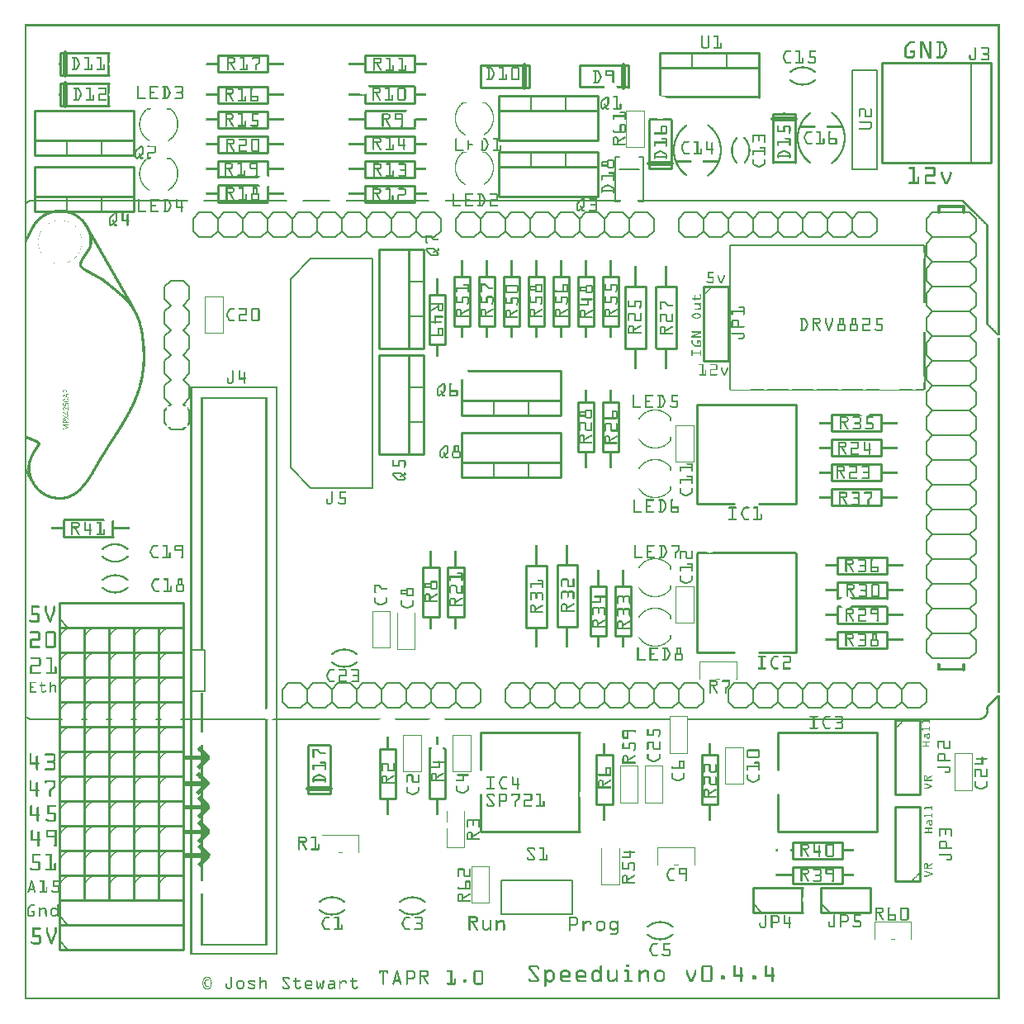
<source format=gto>
G04 MADE WITH FRITZING*
G04 WWW.FRITZING.ORG*
G04 DOUBLE SIDED*
G04 HOLES PLATED*
G04 CONTOUR ON CENTER OF CONTOUR VECTOR*
%ASAXBY*%
%FSLAX23Y23*%
%MOIN*%
%OFA0B0*%
%SFA1.0B1.0*%
%ADD10C,0.176224X0.176224*%
%ADD11R,0.063000X0.173200X0.047000X0.157200*%
%ADD12C,0.008000*%
%ADD13C,0.010000*%
%ADD14C,0.005000*%
%ADD15C,0.012000*%
%ADD16C,0.006000*%
%ADD17C,0.020000*%
%ADD18R,0.001000X0.001000*%
%LNSILK1*%
G90*
G70*
G54D10*
X144Y2148D03*
G54D12*
X673Y1411D02*
X728Y1411D01*
X728Y1245D01*
X673Y1245D01*
X673Y1411D01*
D02*
X2210Y345D02*
X2210Y483D01*
D02*
X2210Y483D02*
X1926Y483D01*
D02*
X1926Y483D02*
X1926Y345D01*
D02*
X1926Y345D02*
X2210Y345D01*
D02*
X2402Y3222D02*
X2384Y3222D01*
D02*
X2384Y3222D02*
X2384Y3403D01*
D02*
X2384Y3403D02*
X2402Y3403D01*
D02*
X2481Y3403D02*
X2498Y3403D01*
D02*
X2498Y3403D02*
X2498Y3222D01*
D02*
X2498Y3222D02*
X2481Y3222D01*
D02*
X2402Y3352D02*
X2481Y3352D01*
D02*
X666Y2728D02*
X666Y2778D01*
D02*
X666Y2778D02*
X641Y2803D01*
D02*
X591Y2803D02*
X566Y2778D01*
D02*
X641Y2603D02*
X666Y2628D01*
D02*
X666Y2628D02*
X666Y2678D01*
D02*
X666Y2678D02*
X641Y2703D01*
D02*
X591Y2703D02*
X566Y2678D01*
D02*
X566Y2678D02*
X566Y2628D01*
D02*
X566Y2628D02*
X591Y2603D01*
D02*
X666Y2728D02*
X641Y2703D01*
D02*
X591Y2703D02*
X566Y2728D01*
D02*
X566Y2778D02*
X566Y2728D01*
D02*
X666Y2428D02*
X666Y2478D01*
D02*
X666Y2478D02*
X641Y2503D01*
D02*
X591Y2503D02*
X566Y2478D01*
D02*
X641Y2503D02*
X666Y2528D01*
D02*
X666Y2528D02*
X666Y2578D01*
D02*
X666Y2578D02*
X641Y2603D01*
D02*
X591Y2603D02*
X566Y2578D01*
D02*
X566Y2578D02*
X566Y2528D01*
D02*
X566Y2528D02*
X591Y2503D01*
D02*
X666Y2428D02*
X641Y2403D01*
D02*
X591Y2403D02*
X566Y2428D01*
D02*
X566Y2478D02*
X566Y2428D01*
D02*
X666Y2328D02*
X666Y2378D01*
D02*
X641Y2303D02*
X591Y2303D01*
D02*
X566Y2378D02*
X566Y2328D01*
D02*
X666Y2828D02*
X666Y2878D01*
D02*
X666Y2878D02*
X641Y2903D01*
D02*
X591Y2903D02*
X566Y2878D01*
D02*
X666Y2828D02*
X641Y2803D01*
D02*
X591Y2803D02*
X566Y2828D01*
D02*
X566Y2878D02*
X566Y2828D01*
D02*
X641Y2903D02*
X591Y2903D01*
G54D13*
D02*
X141Y1503D02*
X641Y1503D01*
D02*
X641Y1503D02*
X641Y1603D01*
D02*
X641Y1603D02*
X141Y1603D01*
D02*
X141Y1603D02*
X141Y1503D01*
G54D14*
D02*
X176Y1503D02*
X141Y1538D01*
G54D13*
D02*
X141Y203D02*
X641Y203D01*
D02*
X641Y203D02*
X641Y303D01*
D02*
X641Y303D02*
X141Y303D01*
D02*
X141Y303D02*
X141Y203D01*
G54D14*
D02*
X176Y203D02*
X141Y238D01*
G54D13*
D02*
X141Y903D02*
X141Y803D01*
D02*
X141Y803D02*
X241Y803D01*
D02*
X241Y803D02*
X241Y903D01*
D02*
X241Y903D02*
X141Y903D01*
D02*
X141Y1203D02*
X141Y1103D01*
D02*
X141Y1103D02*
X241Y1103D01*
D02*
X241Y1103D02*
X241Y1203D01*
D02*
X241Y1203D02*
X141Y1203D01*
D02*
X141Y303D02*
X641Y303D01*
D02*
X641Y303D02*
X641Y403D01*
D02*
X641Y403D02*
X141Y403D01*
D02*
X141Y403D02*
X141Y303D01*
G54D14*
D02*
X176Y303D02*
X141Y338D01*
G54D13*
D02*
X141Y1403D02*
X141Y1303D01*
D02*
X141Y1303D02*
X241Y1303D01*
D02*
X241Y1303D02*
X241Y1403D01*
D02*
X241Y1403D02*
X141Y1403D01*
D02*
X141Y1303D02*
X141Y1203D01*
D02*
X141Y1203D02*
X241Y1203D01*
D02*
X241Y1203D02*
X241Y1303D01*
D02*
X241Y1303D02*
X141Y1303D01*
D02*
X141Y1103D02*
X141Y1003D01*
D02*
X141Y1003D02*
X241Y1003D01*
D02*
X241Y1003D02*
X241Y1103D01*
D02*
X241Y1103D02*
X141Y1103D01*
D02*
X141Y803D02*
X141Y703D01*
D02*
X141Y703D02*
X241Y703D01*
D02*
X241Y703D02*
X241Y803D01*
D02*
X241Y803D02*
X141Y803D01*
D02*
X141Y503D02*
X141Y403D01*
D02*
X141Y403D02*
X241Y403D01*
D02*
X241Y403D02*
X241Y503D01*
D02*
X241Y503D02*
X141Y503D01*
D02*
X141Y1003D02*
X141Y903D01*
D02*
X141Y903D02*
X241Y903D01*
D02*
X241Y903D02*
X241Y1003D01*
D02*
X241Y1003D02*
X141Y1003D01*
D02*
X141Y1503D02*
X141Y1403D01*
D02*
X141Y1403D02*
X241Y1403D01*
D02*
X241Y1403D02*
X241Y1503D01*
D02*
X241Y1503D02*
X141Y1503D01*
D02*
X141Y703D02*
X141Y603D01*
D02*
X141Y603D02*
X241Y603D01*
D02*
X241Y603D02*
X241Y703D01*
D02*
X241Y703D02*
X141Y703D01*
D02*
X141Y603D02*
X141Y503D01*
D02*
X141Y503D02*
X241Y503D01*
D02*
X241Y503D02*
X241Y603D01*
D02*
X241Y603D02*
X141Y603D01*
D02*
X241Y903D02*
X241Y803D01*
D02*
X241Y803D02*
X341Y803D01*
D02*
X341Y803D02*
X341Y903D01*
D02*
X341Y903D02*
X241Y903D01*
D02*
X241Y1203D02*
X241Y1103D01*
D02*
X241Y1103D02*
X341Y1103D01*
D02*
X341Y1103D02*
X341Y1203D01*
D02*
X341Y1203D02*
X241Y1203D01*
D02*
X241Y1403D02*
X241Y1303D01*
D02*
X241Y1303D02*
X341Y1303D01*
D02*
X341Y1303D02*
X341Y1403D01*
D02*
X341Y1403D02*
X241Y1403D01*
D02*
X241Y1303D02*
X241Y1203D01*
D02*
X241Y1203D02*
X341Y1203D01*
D02*
X341Y1203D02*
X341Y1303D01*
D02*
X341Y1303D02*
X241Y1303D01*
D02*
X241Y1103D02*
X241Y1003D01*
D02*
X241Y1003D02*
X341Y1003D01*
D02*
X341Y1003D02*
X341Y1103D01*
D02*
X341Y1103D02*
X241Y1103D01*
D02*
X241Y803D02*
X241Y703D01*
D02*
X241Y703D02*
X341Y703D01*
D02*
X341Y703D02*
X341Y803D01*
D02*
X341Y803D02*
X241Y803D01*
D02*
X241Y503D02*
X241Y403D01*
D02*
X241Y403D02*
X341Y403D01*
D02*
X341Y403D02*
X341Y503D01*
D02*
X341Y503D02*
X241Y503D01*
D02*
X241Y1003D02*
X241Y903D01*
D02*
X241Y903D02*
X341Y903D01*
D02*
X341Y903D02*
X341Y1003D01*
D02*
X341Y1003D02*
X241Y1003D01*
D02*
X241Y1503D02*
X241Y1403D01*
D02*
X241Y1403D02*
X341Y1403D01*
D02*
X341Y1403D02*
X341Y1503D01*
D02*
X341Y1503D02*
X241Y1503D01*
D02*
X241Y703D02*
X241Y603D01*
D02*
X241Y603D02*
X341Y603D01*
D02*
X341Y603D02*
X341Y703D01*
D02*
X341Y703D02*
X241Y703D01*
D02*
X241Y603D02*
X241Y503D01*
D02*
X241Y503D02*
X341Y503D01*
D02*
X341Y503D02*
X341Y603D01*
D02*
X341Y603D02*
X241Y603D01*
D02*
X341Y903D02*
X341Y803D01*
D02*
X341Y803D02*
X441Y803D01*
D02*
X441Y803D02*
X441Y903D01*
D02*
X441Y903D02*
X341Y903D01*
D02*
X341Y1203D02*
X341Y1103D01*
D02*
X341Y1103D02*
X441Y1103D01*
D02*
X441Y1103D02*
X441Y1203D01*
D02*
X441Y1203D02*
X341Y1203D01*
D02*
X341Y1403D02*
X341Y1303D01*
D02*
X341Y1303D02*
X441Y1303D01*
D02*
X441Y1303D02*
X441Y1403D01*
D02*
X441Y1403D02*
X341Y1403D01*
D02*
X341Y1303D02*
X341Y1203D01*
D02*
X341Y1203D02*
X441Y1203D01*
D02*
X441Y1203D02*
X441Y1303D01*
D02*
X441Y1303D02*
X341Y1303D01*
D02*
X341Y1103D02*
X341Y1003D01*
D02*
X341Y1003D02*
X441Y1003D01*
D02*
X441Y1003D02*
X441Y1103D01*
D02*
X441Y1103D02*
X341Y1103D01*
D02*
X341Y803D02*
X341Y703D01*
D02*
X341Y703D02*
X441Y703D01*
D02*
X441Y703D02*
X441Y803D01*
D02*
X441Y803D02*
X341Y803D01*
D02*
X341Y503D02*
X341Y403D01*
D02*
X341Y403D02*
X441Y403D01*
D02*
X441Y403D02*
X441Y503D01*
D02*
X441Y503D02*
X341Y503D01*
D02*
X341Y1003D02*
X341Y903D01*
D02*
X341Y903D02*
X441Y903D01*
D02*
X441Y903D02*
X441Y1003D01*
D02*
X441Y1003D02*
X341Y1003D01*
D02*
X341Y1503D02*
X341Y1403D01*
D02*
X341Y1403D02*
X441Y1403D01*
D02*
X441Y1403D02*
X441Y1503D01*
D02*
X441Y1503D02*
X341Y1503D01*
D02*
X341Y703D02*
X341Y603D01*
D02*
X341Y603D02*
X441Y603D01*
D02*
X441Y603D02*
X441Y703D01*
D02*
X441Y703D02*
X341Y703D01*
D02*
X341Y603D02*
X341Y503D01*
D02*
X341Y503D02*
X441Y503D01*
D02*
X441Y503D02*
X441Y603D01*
D02*
X441Y603D02*
X341Y603D01*
D02*
X441Y903D02*
X441Y803D01*
D02*
X441Y803D02*
X541Y803D01*
D02*
X541Y803D02*
X541Y903D01*
D02*
X541Y903D02*
X441Y903D01*
D02*
X441Y1203D02*
X441Y1103D01*
D02*
X441Y1103D02*
X541Y1103D01*
D02*
X541Y1103D02*
X541Y1203D01*
D02*
X541Y1203D02*
X441Y1203D01*
D02*
X441Y1403D02*
X441Y1303D01*
D02*
X441Y1303D02*
X541Y1303D01*
D02*
X541Y1303D02*
X541Y1403D01*
D02*
X541Y1403D02*
X441Y1403D01*
D02*
X441Y1303D02*
X441Y1203D01*
D02*
X441Y1203D02*
X541Y1203D01*
D02*
X541Y1203D02*
X541Y1303D01*
D02*
X541Y1303D02*
X441Y1303D01*
D02*
X441Y1103D02*
X441Y1003D01*
D02*
X441Y1003D02*
X541Y1003D01*
D02*
X541Y1003D02*
X541Y1103D01*
D02*
X541Y1103D02*
X441Y1103D01*
D02*
X441Y803D02*
X441Y703D01*
D02*
X441Y703D02*
X541Y703D01*
D02*
X541Y703D02*
X541Y803D01*
D02*
X541Y803D02*
X441Y803D01*
D02*
X441Y503D02*
X441Y403D01*
D02*
X441Y403D02*
X541Y403D01*
D02*
X541Y403D02*
X541Y503D01*
D02*
X541Y503D02*
X441Y503D01*
D02*
X441Y1003D02*
X441Y903D01*
D02*
X441Y903D02*
X541Y903D01*
D02*
X541Y903D02*
X541Y1003D01*
D02*
X541Y1003D02*
X441Y1003D01*
D02*
X441Y1503D02*
X441Y1403D01*
D02*
X441Y1403D02*
X541Y1403D01*
D02*
X541Y1403D02*
X541Y1503D01*
D02*
X541Y1503D02*
X441Y1503D01*
D02*
X441Y703D02*
X441Y603D01*
D02*
X441Y603D02*
X541Y603D01*
D02*
X541Y603D02*
X541Y703D01*
D02*
X541Y703D02*
X441Y703D01*
D02*
X441Y603D02*
X441Y503D01*
D02*
X441Y503D02*
X541Y503D01*
D02*
X541Y503D02*
X541Y603D01*
D02*
X541Y603D02*
X441Y603D01*
D02*
X541Y503D02*
X541Y403D01*
D02*
X541Y403D02*
X641Y403D01*
D02*
X641Y403D02*
X641Y503D01*
D02*
X641Y503D02*
X541Y503D01*
D02*
X541Y603D02*
X541Y503D01*
D02*
X541Y503D02*
X641Y503D01*
D02*
X641Y503D02*
X641Y603D01*
D02*
X641Y603D02*
X541Y603D01*
D02*
X541Y703D02*
X541Y603D01*
D02*
X541Y603D02*
X641Y603D01*
D02*
X641Y603D02*
X641Y703D01*
D02*
X641Y703D02*
X541Y703D01*
D02*
X541Y803D02*
X541Y703D01*
D02*
X541Y703D02*
X641Y703D01*
D02*
X641Y703D02*
X641Y803D01*
D02*
X641Y803D02*
X541Y803D01*
D02*
X541Y903D02*
X541Y803D01*
D02*
X541Y803D02*
X641Y803D01*
D02*
X641Y803D02*
X641Y903D01*
D02*
X641Y903D02*
X541Y903D01*
D02*
X541Y1003D02*
X541Y903D01*
D02*
X541Y903D02*
X641Y903D01*
D02*
X641Y903D02*
X641Y1003D01*
D02*
X641Y1003D02*
X541Y1003D01*
D02*
X541Y1103D02*
X541Y1003D01*
D02*
X541Y1003D02*
X641Y1003D01*
D02*
X641Y1003D02*
X641Y1103D01*
D02*
X641Y1103D02*
X541Y1103D01*
D02*
X541Y1203D02*
X541Y1103D01*
D02*
X541Y1103D02*
X641Y1103D01*
D02*
X641Y1103D02*
X641Y1203D01*
D02*
X641Y1203D02*
X541Y1203D01*
D02*
X541Y1303D02*
X541Y1203D01*
D02*
X541Y1203D02*
X641Y1203D01*
D02*
X641Y1203D02*
X641Y1303D01*
D02*
X641Y1303D02*
X541Y1303D01*
D02*
X541Y1403D02*
X541Y1303D01*
D02*
X541Y1303D02*
X641Y1303D01*
D02*
X641Y1303D02*
X641Y1403D01*
D02*
X641Y1403D02*
X541Y1403D01*
D02*
X541Y1503D02*
X541Y1403D01*
D02*
X541Y1403D02*
X641Y1403D01*
D02*
X641Y1403D02*
X641Y1503D01*
D02*
X641Y1503D02*
X541Y1503D01*
D02*
X1841Y678D02*
X2241Y678D01*
D02*
X2241Y1078D02*
X1841Y1078D01*
D02*
X1841Y678D02*
X1841Y828D01*
D02*
X1841Y928D02*
X1841Y1078D01*
G54D12*
D02*
X1406Y2991D02*
X1406Y2066D01*
D02*
X1406Y2066D02*
X1156Y2066D01*
D02*
X1156Y2066D02*
X1076Y2148D01*
D02*
X1076Y2148D02*
X1076Y2908D01*
D02*
X1076Y2908D02*
X1156Y2991D01*
D02*
X1156Y2991D02*
X1406Y2991D01*
G54D13*
D02*
X3041Y678D02*
X3441Y678D01*
D02*
X3441Y678D02*
X3441Y1078D01*
D02*
X3441Y1078D02*
X3041Y1078D01*
D02*
X3041Y678D02*
X3041Y828D01*
D02*
X3041Y928D02*
X3041Y1078D01*
G54D15*
D02*
X3791Y1333D02*
X3791Y1353D01*
D02*
X3691Y3178D02*
X3691Y3203D01*
D02*
X3691Y3203D02*
X3791Y3203D01*
D02*
X3791Y3203D02*
X3791Y3178D01*
G54D16*
D02*
X3466Y1278D02*
X3516Y1278D01*
D02*
X3516Y1278D02*
X3541Y1253D01*
D02*
X3541Y1253D02*
X3541Y1203D01*
D02*
X3541Y1203D02*
X3516Y1178D01*
D02*
X3341Y1253D02*
X3366Y1278D01*
D02*
X3366Y1278D02*
X3416Y1278D01*
D02*
X3416Y1278D02*
X3441Y1253D01*
D02*
X3441Y1253D02*
X3441Y1203D01*
D02*
X3441Y1203D02*
X3416Y1178D01*
D02*
X3416Y1178D02*
X3366Y1178D01*
D02*
X3366Y1178D02*
X3341Y1203D01*
D02*
X3466Y1278D02*
X3441Y1253D01*
D02*
X3441Y1203D02*
X3466Y1178D01*
D02*
X3516Y1178D02*
X3466Y1178D01*
D02*
X3166Y1278D02*
X3216Y1278D01*
D02*
X3216Y1278D02*
X3241Y1253D01*
D02*
X3241Y1253D02*
X3241Y1203D01*
D02*
X3241Y1203D02*
X3216Y1178D01*
D02*
X3241Y1253D02*
X3266Y1278D01*
D02*
X3266Y1278D02*
X3316Y1278D01*
D02*
X3316Y1278D02*
X3341Y1253D01*
D02*
X3341Y1253D02*
X3341Y1203D01*
D02*
X3341Y1203D02*
X3316Y1178D01*
D02*
X3316Y1178D02*
X3266Y1178D01*
D02*
X3266Y1178D02*
X3241Y1203D01*
D02*
X3041Y1253D02*
X3066Y1278D01*
D02*
X3066Y1278D02*
X3116Y1278D01*
D02*
X3116Y1278D02*
X3141Y1253D01*
D02*
X3141Y1253D02*
X3141Y1203D01*
D02*
X3141Y1203D02*
X3116Y1178D01*
D02*
X3116Y1178D02*
X3066Y1178D01*
D02*
X3066Y1178D02*
X3041Y1203D01*
D02*
X3166Y1278D02*
X3141Y1253D01*
D02*
X3141Y1203D02*
X3166Y1178D01*
D02*
X3216Y1178D02*
X3166Y1178D01*
D02*
X2866Y1278D02*
X2916Y1278D01*
D02*
X2916Y1278D02*
X2941Y1253D01*
D02*
X2941Y1253D02*
X2941Y1203D01*
D02*
X2941Y1203D02*
X2916Y1178D01*
D02*
X2941Y1253D02*
X2966Y1278D01*
D02*
X2966Y1278D02*
X3016Y1278D01*
D02*
X3016Y1278D02*
X3041Y1253D01*
D02*
X3041Y1253D02*
X3041Y1203D01*
D02*
X3041Y1203D02*
X3016Y1178D01*
D02*
X3016Y1178D02*
X2966Y1178D01*
D02*
X2966Y1178D02*
X2941Y1203D01*
D02*
X2841Y1253D02*
X2841Y1203D01*
D02*
X2866Y1278D02*
X2841Y1253D01*
D02*
X2841Y1203D02*
X2866Y1178D01*
D02*
X2916Y1178D02*
X2866Y1178D01*
D02*
X3566Y1278D02*
X3616Y1278D01*
D02*
X3616Y1278D02*
X3641Y1253D01*
D02*
X3641Y1253D02*
X3641Y1203D01*
D02*
X3641Y1203D02*
X3616Y1178D01*
D02*
X3566Y1278D02*
X3541Y1253D01*
D02*
X3541Y1203D02*
X3566Y1178D01*
D02*
X3616Y1178D02*
X3566Y1178D01*
D02*
X2566Y1278D02*
X2616Y1278D01*
D02*
X2616Y1278D02*
X2641Y1253D01*
D02*
X2641Y1253D02*
X2641Y1203D01*
D02*
X2641Y1203D02*
X2616Y1178D01*
D02*
X2441Y1253D02*
X2466Y1278D01*
D02*
X2466Y1278D02*
X2516Y1278D01*
D02*
X2516Y1278D02*
X2541Y1253D01*
D02*
X2541Y1253D02*
X2541Y1203D01*
D02*
X2541Y1203D02*
X2516Y1178D01*
D02*
X2516Y1178D02*
X2466Y1178D01*
D02*
X2466Y1178D02*
X2441Y1203D01*
D02*
X2566Y1278D02*
X2541Y1253D01*
D02*
X2541Y1203D02*
X2566Y1178D01*
D02*
X2616Y1178D02*
X2566Y1178D01*
D02*
X2266Y1278D02*
X2316Y1278D01*
D02*
X2316Y1278D02*
X2341Y1253D01*
D02*
X2341Y1253D02*
X2341Y1203D01*
D02*
X2341Y1203D02*
X2316Y1178D01*
D02*
X2341Y1253D02*
X2366Y1278D01*
D02*
X2366Y1278D02*
X2416Y1278D01*
D02*
X2416Y1278D02*
X2441Y1253D01*
D02*
X2441Y1253D02*
X2441Y1203D01*
D02*
X2441Y1203D02*
X2416Y1178D01*
D02*
X2416Y1178D02*
X2366Y1178D01*
D02*
X2366Y1178D02*
X2341Y1203D01*
D02*
X2141Y1253D02*
X2166Y1278D01*
D02*
X2166Y1278D02*
X2216Y1278D01*
D02*
X2216Y1278D02*
X2241Y1253D01*
D02*
X2241Y1253D02*
X2241Y1203D01*
D02*
X2241Y1203D02*
X2216Y1178D01*
D02*
X2216Y1178D02*
X2166Y1178D01*
D02*
X2166Y1178D02*
X2141Y1203D01*
D02*
X2266Y1278D02*
X2241Y1253D01*
D02*
X2241Y1203D02*
X2266Y1178D01*
D02*
X2316Y1178D02*
X2266Y1178D01*
D02*
X1966Y1278D02*
X2016Y1278D01*
D02*
X2016Y1278D02*
X2041Y1253D01*
D02*
X2041Y1253D02*
X2041Y1203D01*
D02*
X2041Y1203D02*
X2016Y1178D01*
D02*
X2041Y1253D02*
X2066Y1278D01*
D02*
X2066Y1278D02*
X2116Y1278D01*
D02*
X2116Y1278D02*
X2141Y1253D01*
D02*
X2141Y1253D02*
X2141Y1203D01*
D02*
X2141Y1203D02*
X2116Y1178D01*
D02*
X2116Y1178D02*
X2066Y1178D01*
D02*
X2066Y1178D02*
X2041Y1203D01*
D02*
X1941Y1253D02*
X1941Y1203D01*
D02*
X1966Y1278D02*
X1941Y1253D01*
D02*
X1941Y1203D02*
X1966Y1178D01*
D02*
X2016Y1178D02*
X1966Y1178D01*
D02*
X2666Y1278D02*
X2716Y1278D01*
D02*
X2716Y1278D02*
X2741Y1253D01*
D02*
X2741Y1253D02*
X2741Y1203D01*
D02*
X2741Y1203D02*
X2716Y1178D01*
D02*
X2666Y1278D02*
X2641Y1253D01*
D02*
X2641Y1203D02*
X2666Y1178D01*
D02*
X2716Y1178D02*
X2666Y1178D01*
D02*
X2816Y3078D02*
X2766Y3078D01*
D02*
X2766Y3078D02*
X2741Y3103D01*
D02*
X2741Y3103D02*
X2741Y3153D01*
D02*
X2741Y3153D02*
X2766Y3178D01*
D02*
X2941Y3103D02*
X2916Y3078D01*
D02*
X2916Y3078D02*
X2866Y3078D01*
D02*
X2866Y3078D02*
X2841Y3103D01*
D02*
X2841Y3103D02*
X2841Y3153D01*
D02*
X2841Y3153D02*
X2866Y3178D01*
D02*
X2866Y3178D02*
X2916Y3178D01*
D02*
X2916Y3178D02*
X2941Y3153D01*
D02*
X2816Y3078D02*
X2841Y3103D01*
D02*
X2841Y3153D02*
X2816Y3178D01*
D02*
X2766Y3178D02*
X2816Y3178D01*
D02*
X3116Y3078D02*
X3066Y3078D01*
D02*
X3066Y3078D02*
X3041Y3103D01*
D02*
X3041Y3103D02*
X3041Y3153D01*
D02*
X3041Y3153D02*
X3066Y3178D01*
D02*
X3041Y3103D02*
X3016Y3078D01*
D02*
X3016Y3078D02*
X2966Y3078D01*
D02*
X2966Y3078D02*
X2941Y3103D01*
D02*
X2941Y3103D02*
X2941Y3153D01*
D02*
X2941Y3153D02*
X2966Y3178D01*
D02*
X2966Y3178D02*
X3016Y3178D01*
D02*
X3016Y3178D02*
X3041Y3153D01*
D02*
X3241Y3103D02*
X3216Y3078D01*
D02*
X3216Y3078D02*
X3166Y3078D01*
D02*
X3166Y3078D02*
X3141Y3103D01*
D02*
X3141Y3103D02*
X3141Y3153D01*
D02*
X3141Y3153D02*
X3166Y3178D01*
D02*
X3166Y3178D02*
X3216Y3178D01*
D02*
X3216Y3178D02*
X3241Y3153D01*
D02*
X3116Y3078D02*
X3141Y3103D01*
D02*
X3141Y3153D02*
X3116Y3178D01*
D02*
X3066Y3178D02*
X3116Y3178D01*
D02*
X3416Y3078D02*
X3366Y3078D01*
D02*
X3366Y3078D02*
X3341Y3103D01*
D02*
X3341Y3103D02*
X3341Y3153D01*
D02*
X3341Y3153D02*
X3366Y3178D01*
D02*
X3341Y3103D02*
X3316Y3078D01*
D02*
X3316Y3078D02*
X3266Y3078D01*
D02*
X3266Y3078D02*
X3241Y3103D01*
D02*
X3241Y3103D02*
X3241Y3153D01*
D02*
X3241Y3153D02*
X3266Y3178D01*
D02*
X3266Y3178D02*
X3316Y3178D01*
D02*
X3316Y3178D02*
X3341Y3153D01*
D02*
X3441Y3103D02*
X3441Y3153D01*
D02*
X3416Y3078D02*
X3441Y3103D01*
D02*
X3441Y3153D02*
X3416Y3178D01*
D02*
X3366Y3178D02*
X3416Y3178D01*
D02*
X2716Y3078D02*
X2666Y3078D01*
D02*
X2666Y3078D02*
X2641Y3103D01*
D02*
X2641Y3103D02*
X2641Y3153D01*
D02*
X2641Y3153D02*
X2666Y3178D01*
D02*
X2716Y3078D02*
X2741Y3103D01*
D02*
X2741Y3153D02*
X2716Y3178D01*
D02*
X2666Y3178D02*
X2716Y3178D01*
D02*
X1481Y3153D02*
X1506Y3178D01*
D02*
X1506Y3178D02*
X1556Y3178D01*
D02*
X1556Y3178D02*
X1581Y3153D01*
D02*
X1581Y3153D02*
X1581Y3103D01*
D02*
X1581Y3103D02*
X1556Y3078D01*
D02*
X1556Y3078D02*
X1506Y3078D01*
D02*
X1506Y3078D02*
X1481Y3103D01*
D02*
X1306Y3178D02*
X1356Y3178D01*
D02*
X1356Y3178D02*
X1381Y3153D01*
D02*
X1381Y3153D02*
X1381Y3103D01*
D02*
X1381Y3103D02*
X1356Y3078D01*
D02*
X1381Y3153D02*
X1406Y3178D01*
D02*
X1406Y3178D02*
X1456Y3178D01*
D02*
X1456Y3178D02*
X1481Y3153D01*
D02*
X1481Y3153D02*
X1481Y3103D01*
D02*
X1481Y3103D02*
X1456Y3078D01*
D02*
X1456Y3078D02*
X1406Y3078D01*
D02*
X1406Y3078D02*
X1381Y3103D01*
D02*
X1181Y3153D02*
X1206Y3178D01*
D02*
X1206Y3178D02*
X1256Y3178D01*
D02*
X1256Y3178D02*
X1281Y3153D01*
D02*
X1281Y3153D02*
X1281Y3103D01*
D02*
X1281Y3103D02*
X1256Y3078D01*
D02*
X1256Y3078D02*
X1206Y3078D01*
D02*
X1206Y3078D02*
X1181Y3103D01*
D02*
X1306Y3178D02*
X1281Y3153D01*
D02*
X1281Y3103D02*
X1306Y3078D01*
D02*
X1356Y3078D02*
X1306Y3078D01*
D02*
X1006Y3178D02*
X1056Y3178D01*
D02*
X1056Y3178D02*
X1081Y3153D01*
D02*
X1081Y3153D02*
X1081Y3103D01*
D02*
X1081Y3103D02*
X1056Y3078D01*
D02*
X1081Y3153D02*
X1106Y3178D01*
D02*
X1106Y3178D02*
X1156Y3178D01*
D02*
X1156Y3178D02*
X1181Y3153D01*
D02*
X1181Y3153D02*
X1181Y3103D01*
D02*
X1181Y3103D02*
X1156Y3078D01*
D02*
X1156Y3078D02*
X1106Y3078D01*
D02*
X1106Y3078D02*
X1081Y3103D01*
D02*
X881Y3153D02*
X906Y3178D01*
D02*
X906Y3178D02*
X956Y3178D01*
D02*
X956Y3178D02*
X981Y3153D01*
D02*
X981Y3153D02*
X981Y3103D01*
D02*
X981Y3103D02*
X956Y3078D01*
D02*
X956Y3078D02*
X906Y3078D01*
D02*
X906Y3078D02*
X881Y3103D01*
D02*
X1006Y3178D02*
X981Y3153D01*
D02*
X981Y3103D02*
X1006Y3078D01*
D02*
X1056Y3078D02*
X1006Y3078D01*
D02*
X706Y3178D02*
X756Y3178D01*
D02*
X756Y3178D02*
X781Y3153D01*
D02*
X781Y3153D02*
X781Y3103D01*
D02*
X781Y3103D02*
X756Y3078D01*
D02*
X781Y3153D02*
X806Y3178D01*
D02*
X806Y3178D02*
X856Y3178D01*
D02*
X856Y3178D02*
X881Y3153D01*
D02*
X881Y3153D02*
X881Y3103D01*
D02*
X881Y3103D02*
X856Y3078D01*
D02*
X856Y3078D02*
X806Y3078D01*
D02*
X806Y3078D02*
X781Y3103D01*
D02*
X681Y3153D02*
X681Y3103D01*
D02*
X706Y3178D02*
X681Y3153D01*
D02*
X681Y3103D02*
X706Y3078D01*
D02*
X756Y3078D02*
X706Y3078D01*
D02*
X1606Y3178D02*
X1656Y3178D01*
D02*
X1656Y3178D02*
X1681Y3153D01*
D02*
X1681Y3153D02*
X1681Y3103D01*
D02*
X1681Y3103D02*
X1656Y3078D01*
D02*
X1606Y3178D02*
X1581Y3153D01*
D02*
X1581Y3103D02*
X1606Y3078D01*
D02*
X1656Y3078D02*
X1606Y3078D01*
D02*
X1666Y1278D02*
X1716Y1278D01*
D02*
X1716Y1278D02*
X1741Y1253D01*
D02*
X1741Y1253D02*
X1741Y1203D01*
D02*
X1741Y1203D02*
X1716Y1178D01*
D02*
X1541Y1253D02*
X1566Y1278D01*
D02*
X1566Y1278D02*
X1616Y1278D01*
D02*
X1616Y1278D02*
X1641Y1253D01*
D02*
X1641Y1253D02*
X1641Y1203D01*
D02*
X1641Y1203D02*
X1616Y1178D01*
D02*
X1616Y1178D02*
X1566Y1178D01*
D02*
X1566Y1178D02*
X1541Y1203D01*
D02*
X1666Y1278D02*
X1641Y1253D01*
D02*
X1641Y1203D02*
X1666Y1178D01*
D02*
X1716Y1178D02*
X1666Y1178D01*
D02*
X1366Y1278D02*
X1416Y1278D01*
D02*
X1416Y1278D02*
X1441Y1253D01*
D02*
X1441Y1253D02*
X1441Y1203D01*
D02*
X1441Y1203D02*
X1416Y1178D01*
D02*
X1441Y1253D02*
X1466Y1278D01*
D02*
X1466Y1278D02*
X1516Y1278D01*
D02*
X1516Y1278D02*
X1541Y1253D01*
D02*
X1541Y1253D02*
X1541Y1203D01*
D02*
X1541Y1203D02*
X1516Y1178D01*
D02*
X1516Y1178D02*
X1466Y1178D01*
D02*
X1466Y1178D02*
X1441Y1203D01*
D02*
X1241Y1253D02*
X1266Y1278D01*
D02*
X1266Y1278D02*
X1316Y1278D01*
D02*
X1316Y1278D02*
X1341Y1253D01*
D02*
X1341Y1253D02*
X1341Y1203D01*
D02*
X1341Y1203D02*
X1316Y1178D01*
D02*
X1316Y1178D02*
X1266Y1178D01*
D02*
X1266Y1178D02*
X1241Y1203D01*
D02*
X1366Y1278D02*
X1341Y1253D01*
D02*
X1341Y1203D02*
X1366Y1178D01*
D02*
X1416Y1178D02*
X1366Y1178D01*
D02*
X1066Y1278D02*
X1116Y1278D01*
D02*
X1116Y1278D02*
X1141Y1253D01*
D02*
X1141Y1253D02*
X1141Y1203D01*
D02*
X1141Y1203D02*
X1116Y1178D01*
D02*
X1141Y1253D02*
X1166Y1278D01*
D02*
X1166Y1278D02*
X1216Y1278D01*
D02*
X1216Y1278D02*
X1241Y1253D01*
D02*
X1241Y1253D02*
X1241Y1203D01*
D02*
X1241Y1203D02*
X1216Y1178D01*
D02*
X1216Y1178D02*
X1166Y1178D01*
D02*
X1166Y1178D02*
X1141Y1203D01*
D02*
X1041Y1253D02*
X1041Y1203D01*
D02*
X1066Y1278D02*
X1041Y1253D01*
D02*
X1041Y1203D02*
X1066Y1178D01*
D02*
X1116Y1178D02*
X1066Y1178D01*
D02*
X1766Y1278D02*
X1816Y1278D01*
D02*
X1816Y1278D02*
X1841Y1253D01*
D02*
X1841Y1253D02*
X1841Y1203D01*
D02*
X1841Y1203D02*
X1816Y1178D01*
D02*
X1766Y1278D02*
X1741Y1253D01*
D02*
X1741Y1203D02*
X1766Y1178D01*
D02*
X1816Y1178D02*
X1766Y1178D01*
D02*
X1916Y3078D02*
X1866Y3078D01*
D02*
X1866Y3078D02*
X1841Y3103D01*
D02*
X1841Y3103D02*
X1841Y3153D01*
D02*
X1841Y3153D02*
X1866Y3178D01*
D02*
X2041Y3103D02*
X2016Y3078D01*
D02*
X2016Y3078D02*
X1966Y3078D01*
D02*
X1966Y3078D02*
X1941Y3103D01*
D02*
X1941Y3103D02*
X1941Y3153D01*
D02*
X1941Y3153D02*
X1966Y3178D01*
D02*
X1966Y3178D02*
X2016Y3178D01*
D02*
X2016Y3178D02*
X2041Y3153D01*
D02*
X1916Y3078D02*
X1941Y3103D01*
D02*
X1941Y3153D02*
X1916Y3178D01*
D02*
X1866Y3178D02*
X1916Y3178D01*
D02*
X2216Y3078D02*
X2166Y3078D01*
D02*
X2166Y3078D02*
X2141Y3103D01*
D02*
X2141Y3103D02*
X2141Y3153D01*
D02*
X2141Y3153D02*
X2166Y3178D01*
D02*
X2141Y3103D02*
X2116Y3078D01*
D02*
X2116Y3078D02*
X2066Y3078D01*
D02*
X2066Y3078D02*
X2041Y3103D01*
D02*
X2041Y3103D02*
X2041Y3153D01*
D02*
X2041Y3153D02*
X2066Y3178D01*
D02*
X2066Y3178D02*
X2116Y3178D01*
D02*
X2116Y3178D02*
X2141Y3153D01*
D02*
X2341Y3103D02*
X2316Y3078D01*
D02*
X2316Y3078D02*
X2266Y3078D01*
D02*
X2266Y3078D02*
X2241Y3103D01*
D02*
X2241Y3103D02*
X2241Y3153D01*
D02*
X2241Y3153D02*
X2266Y3178D01*
D02*
X2266Y3178D02*
X2316Y3178D01*
D02*
X2316Y3178D02*
X2341Y3153D01*
D02*
X2216Y3078D02*
X2241Y3103D01*
D02*
X2241Y3153D02*
X2216Y3178D01*
D02*
X2166Y3178D02*
X2216Y3178D01*
D02*
X2516Y3078D02*
X2466Y3078D01*
D02*
X2466Y3078D02*
X2441Y3103D01*
D02*
X2441Y3103D02*
X2441Y3153D01*
D02*
X2441Y3153D02*
X2466Y3178D01*
D02*
X2441Y3103D02*
X2416Y3078D01*
D02*
X2416Y3078D02*
X2366Y3078D01*
D02*
X2366Y3078D02*
X2341Y3103D01*
D02*
X2341Y3103D02*
X2341Y3153D01*
D02*
X2341Y3153D02*
X2366Y3178D01*
D02*
X2366Y3178D02*
X2416Y3178D01*
D02*
X2416Y3178D02*
X2441Y3153D01*
D02*
X2541Y3103D02*
X2541Y3153D01*
D02*
X2516Y3078D02*
X2541Y3103D01*
D02*
X2541Y3153D02*
X2516Y3178D01*
D02*
X2466Y3178D02*
X2516Y3178D01*
D02*
X1816Y3078D02*
X1766Y3078D01*
D02*
X1766Y3078D02*
X1741Y3103D01*
D02*
X1741Y3103D02*
X1741Y3153D01*
D02*
X1741Y3153D02*
X1766Y3178D01*
D02*
X1816Y3078D02*
X1841Y3103D01*
D02*
X1841Y3153D02*
X1816Y3178D01*
D02*
X1766Y3178D02*
X1816Y3178D01*
D02*
X3666Y3178D02*
X3641Y3153D01*
D02*
X3641Y3153D02*
X3641Y3103D01*
D02*
X3641Y3103D02*
X3666Y3078D01*
D02*
X3666Y3078D02*
X3641Y3053D01*
D02*
X3641Y3053D02*
X3641Y3003D01*
D02*
X3641Y3003D02*
X3666Y2978D01*
D02*
X3666Y2978D02*
X3641Y2953D01*
D02*
X3641Y2953D02*
X3641Y2903D01*
D02*
X3641Y2903D02*
X3666Y2878D01*
D02*
X3666Y2878D02*
X3641Y2853D01*
D02*
X3641Y2853D02*
X3641Y2803D01*
D02*
X3641Y2803D02*
X3666Y2778D01*
D02*
X3666Y2778D02*
X3641Y2753D01*
D02*
X3641Y2753D02*
X3641Y2703D01*
D02*
X3641Y2703D02*
X3666Y2678D01*
D02*
X3666Y2678D02*
X3641Y2653D01*
D02*
X3641Y2653D02*
X3641Y2603D01*
D02*
X3641Y2603D02*
X3666Y2578D01*
D02*
X3666Y3178D02*
X3816Y3178D01*
D02*
X3816Y3178D02*
X3841Y3153D01*
D02*
X3841Y3153D02*
X3841Y3103D01*
D02*
X3841Y3103D02*
X3816Y3078D01*
D02*
X3816Y3078D02*
X3841Y3053D01*
D02*
X3841Y3053D02*
X3841Y3003D01*
D02*
X3841Y3003D02*
X3816Y2978D01*
D02*
X3816Y2978D02*
X3841Y2953D01*
D02*
X3841Y2953D02*
X3841Y2903D01*
D02*
X3841Y2903D02*
X3816Y2878D01*
D02*
X3816Y2878D02*
X3841Y2853D01*
D02*
X3841Y2853D02*
X3841Y2803D01*
D02*
X3841Y2803D02*
X3816Y2778D01*
D02*
X3816Y2778D02*
X3841Y2753D01*
D02*
X3841Y2753D02*
X3841Y2703D01*
D02*
X3841Y2703D02*
X3816Y2678D01*
D02*
X3816Y2678D02*
X3841Y2653D01*
D02*
X3841Y2653D02*
X3841Y2603D01*
D02*
X3841Y2603D02*
X3816Y2578D01*
D02*
X3816Y2578D02*
X3841Y2553D01*
D02*
X3841Y2553D02*
X3841Y2503D01*
D02*
X3841Y2503D02*
X3816Y2478D01*
D02*
X3816Y2478D02*
X3841Y2453D01*
D02*
X3841Y2453D02*
X3841Y2403D01*
D02*
X3841Y2403D02*
X3816Y2378D01*
D02*
X3816Y2378D02*
X3841Y2353D01*
D02*
X3841Y2353D02*
X3841Y2303D01*
D02*
X3841Y2303D02*
X3816Y2278D01*
D02*
X3816Y2278D02*
X3841Y2253D01*
D02*
X3841Y2253D02*
X3841Y2203D01*
D02*
X3841Y2203D02*
X3816Y2178D01*
D02*
X3816Y2178D02*
X3841Y2153D01*
D02*
X3841Y2153D02*
X3841Y2103D01*
D02*
X3841Y2103D02*
X3816Y2078D01*
D02*
X3816Y2078D02*
X3841Y2053D01*
D02*
X3841Y2053D02*
X3841Y2003D01*
D02*
X3816Y1978D02*
X3841Y2003D01*
D02*
X3816Y1978D02*
X3841Y1953D01*
D02*
X3841Y1903D02*
X3841Y1953D01*
D02*
X3841Y1903D02*
X3816Y1878D01*
D02*
X3816Y1878D02*
X3841Y1853D01*
D02*
X3841Y1803D02*
X3841Y1853D01*
D02*
X3841Y1803D02*
X3816Y1778D01*
D02*
X3816Y1778D02*
X3841Y1753D01*
D02*
X3841Y1703D02*
X3841Y1753D01*
D02*
X3841Y1703D02*
X3816Y1678D01*
D02*
X3816Y1678D02*
X3841Y1653D01*
D02*
X3841Y1603D02*
X3841Y1653D01*
D02*
X3841Y1603D02*
X3816Y1578D01*
D02*
X3816Y1578D02*
X3841Y1553D01*
D02*
X3841Y1503D02*
X3841Y1553D01*
D02*
X3841Y1503D02*
X3816Y1478D01*
D02*
X3816Y1478D02*
X3841Y1453D01*
D02*
X3841Y1403D02*
X3841Y1453D01*
D02*
X3841Y1403D02*
X3816Y1378D01*
D02*
X3666Y1378D02*
X3641Y1403D01*
D02*
X3641Y1403D02*
X3641Y1453D01*
D02*
X3666Y1478D02*
X3641Y1453D01*
D02*
X3666Y1478D02*
X3641Y1503D01*
D02*
X3641Y1503D02*
X3641Y1553D01*
D02*
X3666Y1578D02*
X3641Y1553D01*
D02*
X3666Y1578D02*
X3641Y1603D01*
D02*
X3641Y1653D02*
X3641Y1603D01*
D02*
X3641Y1653D02*
X3666Y1678D01*
D02*
X3666Y1678D02*
X3641Y1703D01*
D02*
X3641Y1753D02*
X3641Y1703D01*
D02*
X3641Y1753D02*
X3666Y1778D01*
D02*
X3666Y1778D02*
X3641Y1803D01*
D02*
X3641Y1803D02*
X3641Y1853D01*
D02*
X3666Y1878D02*
X3641Y1853D01*
D02*
X3666Y1878D02*
X3641Y1903D01*
D02*
X3641Y1903D02*
X3641Y1953D01*
D02*
X3666Y1978D02*
X3641Y1953D01*
D02*
X3666Y1978D02*
X3641Y2003D01*
D02*
X3641Y2003D02*
X3641Y2053D01*
D02*
X3666Y2078D02*
X3641Y2053D01*
D02*
X3666Y2078D02*
X3641Y2103D01*
D02*
X3641Y2103D02*
X3641Y2153D01*
D02*
X3666Y2178D02*
X3641Y2153D01*
D02*
X3666Y2178D02*
X3641Y2203D01*
D02*
X3641Y2203D02*
X3641Y2253D01*
D02*
X3666Y2278D02*
X3641Y2253D01*
D02*
X3666Y2278D02*
X3641Y2303D01*
D02*
X3641Y2303D02*
X3641Y2353D01*
D02*
X3666Y2378D02*
X3641Y2353D01*
D02*
X3666Y2378D02*
X3641Y2403D01*
D02*
X3641Y2403D02*
X3641Y2453D01*
D02*
X3666Y2478D02*
X3641Y2453D01*
D02*
X3666Y2478D02*
X3641Y2503D01*
D02*
X3641Y2503D02*
X3641Y2553D01*
D02*
X3666Y2578D02*
X3641Y2553D01*
D02*
X3816Y3078D02*
X3666Y3078D01*
D02*
X3816Y2978D02*
X3666Y2978D01*
D02*
X3816Y2878D02*
X3666Y2878D01*
D02*
X3816Y2778D02*
X3666Y2778D01*
D02*
X3816Y2678D02*
X3666Y2678D01*
D02*
X3816Y2578D02*
X3666Y2578D01*
D02*
X3816Y2478D02*
X3666Y2478D01*
D02*
X3816Y2378D02*
X3666Y2378D01*
D02*
X3816Y2278D02*
X3666Y2278D01*
D02*
X3816Y2178D02*
X3666Y2178D01*
D02*
X3816Y2078D02*
X3666Y2078D01*
D02*
X3816Y1978D02*
X3666Y1978D01*
D02*
X3816Y1878D02*
X3666Y1878D01*
D02*
X3816Y1778D02*
X3666Y1778D01*
D02*
X3816Y1678D02*
X3666Y1678D01*
D02*
X3816Y1578D02*
X3666Y1578D01*
D02*
X3816Y1478D02*
X3666Y1478D01*
D02*
X3816Y1378D02*
X3666Y1378D01*
G54D13*
D02*
X1611Y2603D02*
X1611Y2203D01*
D02*
X1611Y2203D02*
X1431Y2203D01*
D02*
X1431Y2203D02*
X1431Y2603D01*
D02*
X1431Y2603D02*
X1611Y2603D01*
D02*
X1611Y2603D02*
X1611Y2203D01*
D02*
X1611Y2203D02*
X1551Y2203D01*
D02*
X1551Y2203D02*
X1551Y2603D01*
D02*
X1551Y2603D02*
X1611Y2603D01*
G54D14*
D02*
X1611Y2473D02*
X1551Y2473D01*
D02*
X1611Y2333D02*
X1551Y2333D01*
G54D13*
D02*
X2166Y2358D02*
X1766Y2358D01*
D02*
X2166Y2538D02*
X2166Y2358D01*
D02*
X2166Y2358D02*
X1766Y2358D01*
D02*
X1766Y2358D02*
X1766Y2418D01*
D02*
X1766Y2418D02*
X2166Y2418D01*
D02*
X2166Y2418D02*
X2166Y2358D01*
G54D14*
D02*
X2036Y2358D02*
X2036Y2418D01*
D02*
X1896Y2358D02*
X1896Y2418D01*
G54D13*
D02*
X1611Y3028D02*
X1611Y2628D01*
D02*
X1611Y2628D02*
X1431Y2628D01*
D02*
X1431Y2628D02*
X1431Y3028D01*
D02*
X1431Y3028D02*
X1611Y3028D01*
D02*
X1611Y3028D02*
X1611Y2628D01*
D02*
X1611Y2628D02*
X1551Y2628D01*
D02*
X1551Y2628D02*
X1551Y3028D01*
D02*
X1551Y3028D02*
X1611Y3028D01*
G54D14*
D02*
X1611Y2898D02*
X1551Y2898D01*
D02*
X1611Y2758D02*
X1551Y2758D01*
G54D13*
D02*
X2166Y2108D02*
X1766Y2108D01*
D02*
X1766Y2108D02*
X1766Y2288D01*
D02*
X1766Y2288D02*
X2166Y2288D01*
D02*
X2166Y2288D02*
X2166Y2108D01*
D02*
X2166Y2108D02*
X1766Y2108D01*
D02*
X1766Y2108D02*
X1766Y2168D01*
D02*
X1766Y2168D02*
X2166Y2168D01*
D02*
X2166Y2168D02*
X2166Y2108D01*
G54D14*
D02*
X2036Y2108D02*
X2036Y2168D01*
D02*
X1896Y2108D02*
X1896Y2168D01*
G54D13*
D02*
X2521Y3357D02*
X2521Y3552D01*
D02*
X2611Y3552D02*
X2611Y3357D01*
D02*
X2611Y3357D02*
X2521Y3357D01*
G54D17*
D02*
X2611Y3377D02*
X2521Y3377D01*
G54D13*
D02*
X357Y1870D02*
X157Y1870D01*
D02*
X157Y1870D02*
X157Y1936D01*
D02*
X3616Y478D02*
X3616Y778D01*
D02*
X3616Y778D02*
X3516Y778D01*
D02*
X3516Y778D02*
X3516Y478D01*
D02*
X3516Y478D02*
X3616Y478D01*
D02*
X3516Y1128D02*
X3516Y828D01*
D02*
X3516Y828D02*
X3616Y828D01*
D02*
X3616Y828D02*
X3616Y1128D01*
D02*
X3616Y1128D02*
X3516Y1128D01*
D02*
X2741Y2878D02*
X2741Y2578D01*
D02*
X2741Y2578D02*
X2841Y2578D01*
D02*
X2841Y2578D02*
X2841Y2878D01*
D02*
X2841Y2878D02*
X2741Y2878D01*
D02*
X3101Y636D02*
X3301Y636D01*
D02*
X3301Y636D02*
X3301Y570D01*
D02*
X3301Y570D02*
X3101Y570D01*
D02*
X3101Y570D02*
X3101Y636D01*
D02*
X3101Y536D02*
X3301Y536D01*
D02*
X3301Y536D02*
X3301Y470D01*
D02*
X3301Y470D02*
X3101Y470D01*
D02*
X3101Y470D02*
X3101Y536D01*
D02*
X2941Y353D02*
X3141Y353D01*
D02*
X3141Y453D02*
X2941Y453D01*
D02*
X2941Y453D02*
X2941Y353D01*
G54D14*
D02*
X2976Y353D02*
X2941Y388D01*
G54D13*
D02*
X3216Y353D02*
X3416Y353D01*
D02*
X3416Y353D02*
X3416Y453D01*
D02*
X3416Y453D02*
X3216Y453D01*
D02*
X3216Y453D02*
X3216Y353D01*
G54D14*
D02*
X3251Y353D02*
X3216Y388D01*
G54D13*
D02*
X3482Y1420D02*
X3282Y1420D01*
D02*
X3282Y1420D02*
X3282Y1486D01*
D02*
X3282Y1486D02*
X3482Y1486D01*
D02*
X3482Y1486D02*
X3482Y1420D01*
D02*
X2399Y2919D02*
X2399Y2719D01*
D02*
X2399Y2719D02*
X2333Y2719D01*
D02*
X2333Y2719D02*
X2333Y2919D01*
D02*
X2333Y2919D02*
X2399Y2919D01*
D02*
X2299Y2919D02*
X2299Y2719D01*
D02*
X2299Y2719D02*
X2233Y2719D01*
D02*
X2233Y2719D02*
X2233Y2919D01*
D02*
X2233Y2919D02*
X2299Y2919D01*
D02*
X3457Y1995D02*
X3257Y1995D01*
D02*
X3257Y1995D02*
X3257Y2061D01*
D02*
X3257Y2061D02*
X3457Y2061D01*
D02*
X3457Y2061D02*
X3457Y1995D01*
D02*
X3482Y1720D02*
X3282Y1720D01*
D02*
X3282Y1720D02*
X3282Y1786D01*
D02*
X3282Y1786D02*
X3482Y1786D01*
D02*
X3482Y1786D02*
X3482Y1720D01*
D02*
X2199Y2919D02*
X2199Y2719D01*
D02*
X2199Y2719D02*
X2133Y2719D01*
D02*
X2133Y2719D02*
X2133Y2919D01*
D02*
X2133Y2919D02*
X2199Y2919D01*
D02*
X1699Y2844D02*
X1699Y2644D01*
D02*
X1699Y2644D02*
X1633Y2644D01*
D02*
X1633Y2644D02*
X1633Y2844D01*
D02*
X1633Y2844D02*
X1699Y2844D01*
D02*
X3457Y2295D02*
X3257Y2295D01*
D02*
X3257Y2295D02*
X3257Y2361D01*
D02*
X3457Y2361D02*
X3457Y2295D01*
D02*
X2566Y3823D02*
X2966Y3823D01*
D02*
X2966Y3823D02*
X2966Y3643D01*
D02*
X2566Y3823D02*
X2966Y3823D01*
D02*
X2966Y3823D02*
X2966Y3763D01*
D02*
X2966Y3763D02*
X2566Y3763D01*
D02*
X2566Y3763D02*
X2566Y3823D01*
G54D14*
D02*
X2696Y3823D02*
X2696Y3763D01*
D02*
X2836Y3823D02*
X2836Y3763D01*
G54D13*
D02*
X3111Y3574D02*
X3111Y3379D01*
D02*
X3021Y3379D02*
X3021Y3574D01*
D02*
X3021Y3574D02*
X3111Y3574D01*
G54D17*
D02*
X3021Y3554D02*
X3111Y3554D01*
G54D14*
D02*
X3341Y3353D02*
X3441Y3353D01*
D02*
X3441Y3353D02*
X3441Y3753D01*
D02*
X3441Y3753D02*
X3341Y3753D01*
D02*
X3341Y3753D02*
X3341Y3353D01*
G54D13*
D02*
X3116Y1403D02*
X3116Y1803D01*
D02*
X2716Y1803D02*
X2716Y1403D01*
D02*
X3116Y1403D02*
X2966Y1403D01*
D02*
X2866Y1403D02*
X2716Y1403D01*
D02*
X3116Y2003D02*
X3116Y2403D01*
D02*
X3116Y2403D02*
X2716Y2403D01*
D02*
X2716Y2403D02*
X2716Y2003D01*
D02*
X3116Y2003D02*
X2966Y2003D01*
D02*
X2866Y2003D02*
X2716Y2003D01*
D02*
X3482Y1520D02*
X3282Y1520D01*
D02*
X3282Y1520D02*
X3282Y1586D01*
D02*
X3482Y1586D02*
X3482Y1520D01*
D02*
X1899Y2919D02*
X1899Y2719D01*
D02*
X1899Y2719D02*
X1833Y2719D01*
D02*
X1833Y2719D02*
X1833Y2919D01*
D02*
X1833Y2919D02*
X1899Y2919D01*
D02*
X1999Y2919D02*
X1999Y2719D01*
D02*
X1999Y2719D02*
X1933Y2719D01*
D02*
X1933Y2719D02*
X1933Y2919D01*
D02*
X1933Y2919D02*
X1999Y2919D01*
D02*
X3457Y2095D02*
X3257Y2095D01*
D02*
X3257Y2095D02*
X3257Y2161D01*
D02*
X3257Y2161D02*
X3457Y2161D01*
D02*
X3457Y2161D02*
X3457Y2095D01*
D02*
X3282Y1620D02*
X3282Y1686D01*
D02*
X3282Y1686D02*
X3482Y1686D01*
D02*
X3482Y1686D02*
X3482Y1620D01*
D02*
X2099Y2919D02*
X2099Y2719D01*
D02*
X2099Y2719D02*
X2033Y2719D01*
D02*
X2033Y2719D02*
X2033Y2919D01*
D02*
X2033Y2919D02*
X2099Y2919D01*
D02*
X1799Y2919D02*
X1799Y2719D01*
D02*
X1799Y2719D02*
X1733Y2719D01*
D02*
X1733Y2719D02*
X1733Y2919D01*
D02*
X1733Y2919D02*
X1799Y2919D01*
D02*
X3457Y2195D02*
X3257Y2195D01*
D02*
X3257Y2195D02*
X3257Y2261D01*
D02*
X3257Y2261D02*
X3457Y2261D01*
D02*
X3457Y2261D02*
X3457Y2195D01*
D02*
X2025Y1503D02*
X2025Y1753D01*
D02*
X2025Y1753D02*
X2107Y1753D01*
D02*
X2107Y1753D02*
X2107Y1503D01*
D02*
X2107Y1503D02*
X2025Y1503D01*
D02*
X2632Y2878D02*
X2632Y2628D01*
D02*
X2632Y2628D02*
X2550Y2628D01*
D02*
X2232Y1754D02*
X2232Y1504D01*
D02*
X2232Y1504D02*
X2150Y1504D01*
D02*
X2150Y1504D02*
X2150Y1754D01*
D02*
X2150Y1754D02*
X2232Y1754D01*
D02*
X2507Y2879D02*
X2507Y2629D01*
D02*
X2507Y2629D02*
X2425Y2629D01*
D02*
X2425Y2629D02*
X2425Y2879D01*
D02*
X2425Y2879D02*
X2507Y2879D01*
D02*
X2449Y1669D02*
X2449Y1469D01*
D02*
X2449Y1469D02*
X2383Y1469D01*
D02*
X2383Y1469D02*
X2383Y1669D01*
D02*
X2383Y1669D02*
X2449Y1669D01*
D02*
X2233Y2213D02*
X2233Y2413D01*
D02*
X2233Y2413D02*
X2299Y2413D01*
D02*
X2299Y2413D02*
X2299Y2213D01*
D02*
X2299Y2213D02*
X2233Y2213D01*
D02*
X2349Y1669D02*
X2349Y1469D01*
D02*
X2349Y1469D02*
X2283Y1469D01*
D02*
X2283Y1469D02*
X2283Y1669D01*
D02*
X2283Y1669D02*
X2349Y1669D01*
D02*
X2333Y2213D02*
X2333Y2413D01*
D02*
X2333Y2413D02*
X2399Y2413D01*
D02*
X2399Y2413D02*
X2399Y2213D01*
D02*
X2399Y2213D02*
X2333Y2213D01*
D02*
X1774Y1744D02*
X1774Y1544D01*
D02*
X1774Y1544D02*
X1708Y1544D01*
D02*
X1708Y1544D02*
X1708Y1744D01*
D02*
X1708Y1744D02*
X1774Y1744D01*
D02*
X1633Y813D02*
X1633Y1013D01*
D02*
X1699Y1013D02*
X1699Y813D01*
D02*
X1699Y813D02*
X1633Y813D01*
D02*
X1433Y813D02*
X1433Y1013D01*
D02*
X1433Y1013D02*
X1499Y1013D01*
D02*
X1499Y1013D02*
X1499Y813D01*
D02*
X1499Y813D02*
X1433Y813D01*
D02*
X1146Y832D02*
X1146Y1027D01*
D02*
X1236Y1027D02*
X1236Y832D01*
D02*
X1236Y832D02*
X1146Y832D01*
G54D17*
D02*
X1236Y852D02*
X1146Y852D01*
G54D13*
D02*
X2733Y788D02*
X2733Y988D01*
D02*
X2733Y988D02*
X2799Y988D01*
D02*
X2799Y988D02*
X2799Y788D01*
D02*
X2799Y788D02*
X2733Y788D01*
D02*
X2308Y788D02*
X2308Y988D01*
D02*
X2308Y988D02*
X2374Y988D01*
D02*
X2374Y988D02*
X2374Y788D01*
D02*
X2374Y788D02*
X2308Y788D01*
D02*
X1674Y1744D02*
X1674Y1544D01*
D02*
X1674Y1544D02*
X1608Y1544D01*
D02*
X1608Y1544D02*
X1608Y1744D01*
D02*
X1608Y1744D02*
X1674Y1744D01*
D02*
X982Y3220D02*
X782Y3220D01*
D02*
X782Y3220D02*
X782Y3286D01*
D02*
X1376Y3286D02*
X1576Y3286D01*
D02*
X1576Y3286D02*
X1576Y3220D01*
D02*
X1576Y3220D02*
X1376Y3220D01*
D02*
X1376Y3220D02*
X1376Y3286D01*
D02*
X982Y3520D02*
X782Y3520D01*
D02*
X782Y3520D02*
X782Y3586D01*
D02*
X782Y3586D02*
X982Y3586D01*
D02*
X982Y3586D02*
X982Y3520D01*
D02*
X1576Y3520D02*
X1376Y3520D01*
D02*
X1376Y3520D02*
X1376Y3586D01*
D02*
X145Y3698D02*
X340Y3698D01*
D02*
X340Y3608D02*
X145Y3608D01*
D02*
X145Y3608D02*
X145Y3698D01*
G54D17*
D02*
X165Y3608D02*
X165Y3698D01*
G54D13*
D02*
X2037Y3683D02*
X1842Y3683D01*
D02*
X1842Y3773D02*
X2037Y3773D01*
D02*
X2037Y3773D02*
X2037Y3683D01*
G54D17*
D02*
X2017Y3773D02*
X2017Y3683D01*
G54D13*
D02*
X145Y3823D02*
X340Y3823D01*
D02*
X340Y3733D02*
X145Y3733D01*
D02*
X145Y3733D02*
X145Y3823D01*
G54D17*
D02*
X165Y3733D02*
X165Y3823D01*
G54D13*
D02*
X2242Y3773D02*
X2437Y3773D01*
D02*
X2437Y3773D02*
X2437Y3683D01*
G54D17*
D02*
X2417Y3773D02*
X2417Y3683D01*
G54D13*
D02*
X441Y3183D02*
X41Y3183D01*
D02*
X41Y3183D02*
X41Y3363D01*
D02*
X41Y3363D02*
X441Y3363D01*
D02*
X441Y3363D02*
X441Y3183D01*
D02*
X441Y3183D02*
X41Y3183D01*
D02*
X41Y3183D02*
X41Y3243D01*
D02*
X41Y3243D02*
X441Y3243D01*
D02*
X441Y3243D02*
X441Y3183D01*
G54D14*
D02*
X311Y3183D02*
X311Y3243D01*
D02*
X171Y3183D02*
X171Y3243D01*
G54D13*
D02*
X1916Y3423D02*
X2316Y3423D01*
D02*
X2316Y3423D02*
X2316Y3243D01*
D02*
X2316Y3243D02*
X1916Y3243D01*
D02*
X1916Y3243D02*
X1916Y3423D01*
D02*
X1916Y3423D02*
X2316Y3423D01*
D02*
X2316Y3423D02*
X2316Y3363D01*
D02*
X2316Y3363D02*
X1916Y3363D01*
D02*
X1916Y3363D02*
X1916Y3423D01*
G54D14*
D02*
X2046Y3423D02*
X2046Y3363D01*
D02*
X2186Y3423D02*
X2186Y3363D01*
G54D13*
D02*
X442Y3409D02*
X42Y3409D01*
D02*
X42Y3409D02*
X42Y3589D01*
D02*
X42Y3589D02*
X442Y3589D01*
D02*
X442Y3589D02*
X442Y3409D01*
D02*
X442Y3409D02*
X42Y3409D01*
D02*
X42Y3409D02*
X42Y3469D01*
D02*
X42Y3469D02*
X442Y3469D01*
D02*
X442Y3469D02*
X442Y3409D01*
G54D14*
D02*
X312Y3409D02*
X312Y3469D01*
D02*
X172Y3409D02*
X172Y3469D01*
G54D13*
D02*
X1916Y3648D02*
X2316Y3648D01*
D02*
X2316Y3648D02*
X2316Y3468D01*
D02*
X2316Y3468D02*
X1916Y3468D01*
D02*
X1916Y3468D02*
X1916Y3648D01*
D02*
X1916Y3648D02*
X2316Y3648D01*
D02*
X2316Y3648D02*
X2316Y3588D01*
D02*
X2316Y3588D02*
X1916Y3588D01*
D02*
X1916Y3588D02*
X1916Y3648D01*
G54D14*
D02*
X2046Y3648D02*
X2046Y3588D01*
D02*
X2186Y3648D02*
X2186Y3588D01*
G54D13*
D02*
X782Y3320D02*
X782Y3386D01*
D02*
X782Y3386D02*
X982Y3386D01*
D02*
X1375Y3385D02*
X1575Y3385D01*
D02*
X1575Y3385D02*
X1575Y3319D01*
D02*
X1575Y3319D02*
X1375Y3319D01*
D02*
X1375Y3319D02*
X1375Y3385D01*
D02*
X982Y3620D02*
X782Y3620D01*
D02*
X782Y3620D02*
X782Y3686D01*
D02*
X782Y3686D02*
X982Y3686D01*
D02*
X982Y3686D02*
X982Y3620D01*
D02*
X1575Y3685D02*
X1575Y3619D01*
D02*
X1575Y3619D02*
X1375Y3619D01*
D02*
X982Y3420D02*
X782Y3420D01*
D02*
X782Y3420D02*
X782Y3486D01*
D02*
X782Y3486D02*
X982Y3486D01*
D02*
X982Y3486D02*
X982Y3420D01*
D02*
X1376Y3486D02*
X1576Y3486D01*
D02*
X1576Y3486D02*
X1576Y3420D01*
D02*
X1576Y3420D02*
X1376Y3420D01*
D02*
X1376Y3420D02*
X1376Y3486D01*
D02*
X982Y3745D02*
X782Y3745D01*
D02*
X782Y3745D02*
X782Y3811D01*
D02*
X782Y3811D02*
X982Y3811D01*
D02*
X982Y3811D02*
X982Y3745D01*
D02*
X1376Y3811D02*
X1576Y3811D01*
D02*
X1576Y3811D02*
X1576Y3745D01*
D02*
X1576Y3745D02*
X1376Y3745D01*
D02*
X1376Y3745D02*
X1376Y3811D01*
D02*
X3461Y3781D02*
X3461Y3378D01*
D02*
X3461Y3378D02*
X3901Y3378D01*
D02*
X3901Y3378D02*
X3901Y3781D01*
D02*
X3901Y3781D02*
X3461Y3781D01*
G54D14*
D02*
X3821Y3378D02*
X3821Y3781D01*
G54D18*
X0Y3937D02*
X3936Y3937D01*
X0Y3936D02*
X3936Y3936D01*
X0Y3935D02*
X3936Y3935D01*
X0Y3934D02*
X3936Y3934D01*
X0Y3933D02*
X3936Y3933D01*
X0Y3932D02*
X3936Y3932D01*
X0Y3931D02*
X3936Y3931D01*
X0Y3930D02*
X3936Y3930D01*
X0Y3929D02*
X7Y3929D01*
X3929Y3929D02*
X3936Y3929D01*
X0Y3928D02*
X7Y3928D01*
X3929Y3928D02*
X3936Y3928D01*
X0Y3927D02*
X7Y3927D01*
X3929Y3927D02*
X3936Y3927D01*
X0Y3926D02*
X7Y3926D01*
X3929Y3926D02*
X3936Y3926D01*
X0Y3925D02*
X7Y3925D01*
X3929Y3925D02*
X3936Y3925D01*
X0Y3924D02*
X7Y3924D01*
X3929Y3924D02*
X3936Y3924D01*
X0Y3923D02*
X7Y3923D01*
X3929Y3923D02*
X3936Y3923D01*
X0Y3922D02*
X7Y3922D01*
X3929Y3922D02*
X3936Y3922D01*
X0Y3921D02*
X7Y3921D01*
X3929Y3921D02*
X3936Y3921D01*
X0Y3920D02*
X7Y3920D01*
X3929Y3920D02*
X3936Y3920D01*
X0Y3919D02*
X7Y3919D01*
X3929Y3919D02*
X3936Y3919D01*
X0Y3918D02*
X7Y3918D01*
X3929Y3918D02*
X3936Y3918D01*
X0Y3917D02*
X7Y3917D01*
X3929Y3917D02*
X3936Y3917D01*
X0Y3916D02*
X7Y3916D01*
X3929Y3916D02*
X3936Y3916D01*
X0Y3915D02*
X7Y3915D01*
X3929Y3915D02*
X3936Y3915D01*
X0Y3914D02*
X7Y3914D01*
X3929Y3914D02*
X3936Y3914D01*
X0Y3913D02*
X7Y3913D01*
X3929Y3913D02*
X3936Y3913D01*
X0Y3912D02*
X7Y3912D01*
X3929Y3912D02*
X3936Y3912D01*
X0Y3911D02*
X7Y3911D01*
X3929Y3911D02*
X3936Y3911D01*
X0Y3910D02*
X7Y3910D01*
X3929Y3910D02*
X3936Y3910D01*
X0Y3909D02*
X7Y3909D01*
X3929Y3909D02*
X3936Y3909D01*
X0Y3908D02*
X7Y3908D01*
X3929Y3908D02*
X3936Y3908D01*
X0Y3907D02*
X7Y3907D01*
X3929Y3907D02*
X3936Y3907D01*
X0Y3906D02*
X7Y3906D01*
X3929Y3906D02*
X3936Y3906D01*
X0Y3905D02*
X7Y3905D01*
X3929Y3905D02*
X3936Y3905D01*
X0Y3904D02*
X7Y3904D01*
X3929Y3904D02*
X3936Y3904D01*
X0Y3903D02*
X7Y3903D01*
X3929Y3903D02*
X3936Y3903D01*
X0Y3902D02*
X7Y3902D01*
X3929Y3902D02*
X3936Y3902D01*
X0Y3901D02*
X7Y3901D01*
X3929Y3901D02*
X3936Y3901D01*
X0Y3900D02*
X7Y3900D01*
X3929Y3900D02*
X3936Y3900D01*
X0Y3899D02*
X7Y3899D01*
X3929Y3899D02*
X3936Y3899D01*
X0Y3898D02*
X7Y3898D01*
X3929Y3898D02*
X3936Y3898D01*
X0Y3897D02*
X7Y3897D01*
X3929Y3897D02*
X3936Y3897D01*
X0Y3896D02*
X7Y3896D01*
X3929Y3896D02*
X3936Y3896D01*
X0Y3895D02*
X7Y3895D01*
X3929Y3895D02*
X3936Y3895D01*
X0Y3894D02*
X7Y3894D01*
X3929Y3894D02*
X3936Y3894D01*
X0Y3893D02*
X7Y3893D01*
X2733Y3893D02*
X2735Y3893D01*
X2760Y3893D02*
X2763Y3893D01*
X2783Y3893D02*
X2801Y3893D01*
X3929Y3893D02*
X3936Y3893D01*
X0Y3892D02*
X7Y3892D01*
X2732Y3892D02*
X2736Y3892D01*
X2759Y3892D02*
X2764Y3892D01*
X2782Y3892D02*
X2801Y3892D01*
X3929Y3892D02*
X3936Y3892D01*
X0Y3891D02*
X7Y3891D01*
X2731Y3891D02*
X2737Y3891D01*
X2759Y3891D02*
X2764Y3891D01*
X2781Y3891D02*
X2801Y3891D01*
X3929Y3891D02*
X3936Y3891D01*
X0Y3890D02*
X7Y3890D01*
X2731Y3890D02*
X2737Y3890D01*
X2759Y3890D02*
X2765Y3890D01*
X2781Y3890D02*
X2801Y3890D01*
X3929Y3890D02*
X3936Y3890D01*
X0Y3889D02*
X7Y3889D01*
X2731Y3889D02*
X2737Y3889D01*
X2759Y3889D02*
X2765Y3889D01*
X2781Y3889D02*
X2801Y3889D01*
X3929Y3889D02*
X3936Y3889D01*
X0Y3888D02*
X7Y3888D01*
X2731Y3888D02*
X2737Y3888D01*
X2759Y3888D02*
X2765Y3888D01*
X2782Y3888D02*
X2801Y3888D01*
X3929Y3888D02*
X3936Y3888D01*
X0Y3887D02*
X7Y3887D01*
X2731Y3887D02*
X2737Y3887D01*
X2759Y3887D02*
X2765Y3887D01*
X2783Y3887D02*
X2801Y3887D01*
X3929Y3887D02*
X3936Y3887D01*
X0Y3886D02*
X7Y3886D01*
X2731Y3886D02*
X2737Y3886D01*
X2759Y3886D02*
X2765Y3886D01*
X2795Y3886D02*
X2801Y3886D01*
X3929Y3886D02*
X3936Y3886D01*
X0Y3885D02*
X7Y3885D01*
X2731Y3885D02*
X2737Y3885D01*
X2759Y3885D02*
X2765Y3885D01*
X2795Y3885D02*
X2801Y3885D01*
X3929Y3885D02*
X3936Y3885D01*
X0Y3884D02*
X7Y3884D01*
X2731Y3884D02*
X2737Y3884D01*
X2759Y3884D02*
X2765Y3884D01*
X2795Y3884D02*
X2801Y3884D01*
X3929Y3884D02*
X3936Y3884D01*
X0Y3883D02*
X7Y3883D01*
X2731Y3883D02*
X2737Y3883D01*
X2759Y3883D02*
X2765Y3883D01*
X2795Y3883D02*
X2801Y3883D01*
X3929Y3883D02*
X3936Y3883D01*
X0Y3882D02*
X7Y3882D01*
X2731Y3882D02*
X2737Y3882D01*
X2759Y3882D02*
X2765Y3882D01*
X2795Y3882D02*
X2801Y3882D01*
X3929Y3882D02*
X3936Y3882D01*
X0Y3881D02*
X7Y3881D01*
X2731Y3881D02*
X2737Y3881D01*
X2759Y3881D02*
X2765Y3881D01*
X2795Y3881D02*
X2801Y3881D01*
X3929Y3881D02*
X3936Y3881D01*
X0Y3880D02*
X7Y3880D01*
X2731Y3880D02*
X2737Y3880D01*
X2759Y3880D02*
X2765Y3880D01*
X2795Y3880D02*
X2801Y3880D01*
X3929Y3880D02*
X3936Y3880D01*
X0Y3879D02*
X7Y3879D01*
X2731Y3879D02*
X2737Y3879D01*
X2759Y3879D02*
X2765Y3879D01*
X2795Y3879D02*
X2801Y3879D01*
X3929Y3879D02*
X3936Y3879D01*
X0Y3878D02*
X7Y3878D01*
X2731Y3878D02*
X2737Y3878D01*
X2759Y3878D02*
X2765Y3878D01*
X2795Y3878D02*
X2801Y3878D01*
X3929Y3878D02*
X3936Y3878D01*
X0Y3877D02*
X7Y3877D01*
X2731Y3877D02*
X2737Y3877D01*
X2759Y3877D02*
X2765Y3877D01*
X2795Y3877D02*
X2801Y3877D01*
X3929Y3877D02*
X3936Y3877D01*
X0Y3876D02*
X7Y3876D01*
X2731Y3876D02*
X2737Y3876D01*
X2759Y3876D02*
X2765Y3876D01*
X2795Y3876D02*
X2801Y3876D01*
X3929Y3876D02*
X3936Y3876D01*
X0Y3875D02*
X7Y3875D01*
X2731Y3875D02*
X2737Y3875D01*
X2759Y3875D02*
X2765Y3875D01*
X2795Y3875D02*
X2801Y3875D01*
X3929Y3875D02*
X3936Y3875D01*
X0Y3874D02*
X7Y3874D01*
X2731Y3874D02*
X2737Y3874D01*
X2759Y3874D02*
X2765Y3874D01*
X2795Y3874D02*
X2801Y3874D01*
X3929Y3874D02*
X3936Y3874D01*
X0Y3873D02*
X7Y3873D01*
X2731Y3873D02*
X2737Y3873D01*
X2759Y3873D02*
X2765Y3873D01*
X2795Y3873D02*
X2801Y3873D01*
X3929Y3873D02*
X3936Y3873D01*
X0Y3872D02*
X7Y3872D01*
X2731Y3872D02*
X2737Y3872D01*
X2759Y3872D02*
X2765Y3872D01*
X2795Y3872D02*
X2801Y3872D01*
X3929Y3872D02*
X3936Y3872D01*
X0Y3871D02*
X7Y3871D01*
X2731Y3871D02*
X2737Y3871D01*
X2759Y3871D02*
X2765Y3871D01*
X2795Y3871D02*
X2801Y3871D01*
X3929Y3871D02*
X3936Y3871D01*
X0Y3870D02*
X7Y3870D01*
X2731Y3870D02*
X2737Y3870D01*
X2759Y3870D02*
X2765Y3870D01*
X2795Y3870D02*
X2801Y3870D01*
X3929Y3870D02*
X3936Y3870D01*
X0Y3869D02*
X7Y3869D01*
X2731Y3869D02*
X2737Y3869D01*
X2759Y3869D02*
X2765Y3869D01*
X2795Y3869D02*
X2801Y3869D01*
X3576Y3869D02*
X3592Y3869D01*
X3616Y3869D02*
X3627Y3869D01*
X3655Y3869D02*
X3657Y3869D01*
X3685Y3869D02*
X3704Y3869D01*
X3929Y3869D02*
X3936Y3869D01*
X0Y3868D02*
X7Y3868D01*
X2731Y3868D02*
X2737Y3868D01*
X2759Y3868D02*
X2765Y3868D01*
X2795Y3868D02*
X2801Y3868D01*
X3572Y3868D02*
X3593Y3868D01*
X3616Y3868D02*
X3628Y3868D01*
X3653Y3868D02*
X3658Y3868D01*
X3683Y3868D02*
X3707Y3868D01*
X3929Y3868D02*
X3936Y3868D01*
X0Y3867D02*
X7Y3867D01*
X2731Y3867D02*
X2737Y3867D01*
X2759Y3867D02*
X2765Y3867D01*
X2795Y3867D02*
X2801Y3867D01*
X3570Y3867D02*
X3594Y3867D01*
X3616Y3867D02*
X3628Y3867D01*
X3653Y3867D02*
X3659Y3867D01*
X3682Y3867D02*
X3709Y3867D01*
X3929Y3867D02*
X3936Y3867D01*
X0Y3866D02*
X7Y3866D01*
X2731Y3866D02*
X2737Y3866D01*
X2759Y3866D02*
X2765Y3866D01*
X2795Y3866D02*
X2801Y3866D01*
X3569Y3866D02*
X3595Y3866D01*
X3616Y3866D02*
X3629Y3866D01*
X3652Y3866D02*
X3660Y3866D01*
X3681Y3866D02*
X3710Y3866D01*
X3929Y3866D02*
X3936Y3866D01*
X0Y3865D02*
X7Y3865D01*
X2731Y3865D02*
X2737Y3865D01*
X2759Y3865D02*
X2765Y3865D01*
X2795Y3865D02*
X2801Y3865D01*
X3568Y3865D02*
X3595Y3865D01*
X3616Y3865D02*
X3629Y3865D01*
X3652Y3865D02*
X3660Y3865D01*
X3681Y3865D02*
X3711Y3865D01*
X3929Y3865D02*
X3936Y3865D01*
X0Y3864D02*
X7Y3864D01*
X2731Y3864D02*
X2737Y3864D01*
X2759Y3864D02*
X2765Y3864D01*
X2795Y3864D02*
X2801Y3864D01*
X2812Y3864D02*
X2812Y3864D01*
X3567Y3864D02*
X3595Y3864D01*
X3616Y3864D02*
X3629Y3864D01*
X3652Y3864D02*
X3660Y3864D01*
X3681Y3864D02*
X3712Y3864D01*
X3929Y3864D02*
X3936Y3864D01*
X0Y3863D02*
X7Y3863D01*
X2731Y3863D02*
X2737Y3863D01*
X2759Y3863D02*
X2765Y3863D01*
X2795Y3863D02*
X2801Y3863D01*
X2810Y3863D02*
X2814Y3863D01*
X3566Y3863D02*
X3595Y3863D01*
X3616Y3863D02*
X3630Y3863D01*
X3652Y3863D02*
X3660Y3863D01*
X3682Y3863D02*
X3713Y3863D01*
X3929Y3863D02*
X3936Y3863D01*
X0Y3862D02*
X7Y3862D01*
X2731Y3862D02*
X2737Y3862D01*
X2759Y3862D02*
X2765Y3862D01*
X2795Y3862D02*
X2801Y3862D01*
X2809Y3862D02*
X2815Y3862D01*
X3566Y3862D02*
X3594Y3862D01*
X3616Y3862D02*
X3630Y3862D01*
X3652Y3862D02*
X3660Y3862D01*
X3682Y3862D02*
X3713Y3862D01*
X3929Y3862D02*
X3936Y3862D01*
X0Y3861D02*
X7Y3861D01*
X2731Y3861D02*
X2737Y3861D01*
X2759Y3861D02*
X2765Y3861D01*
X2795Y3861D02*
X2801Y3861D01*
X2809Y3861D02*
X2815Y3861D01*
X3565Y3861D02*
X3593Y3861D01*
X3616Y3861D02*
X3631Y3861D01*
X3652Y3861D02*
X3660Y3861D01*
X3683Y3861D02*
X3714Y3861D01*
X3929Y3861D02*
X3936Y3861D01*
X0Y3860D02*
X7Y3860D01*
X2731Y3860D02*
X2737Y3860D01*
X2759Y3860D02*
X2765Y3860D01*
X2795Y3860D02*
X2801Y3860D01*
X2809Y3860D02*
X2815Y3860D01*
X3564Y3860D02*
X3576Y3860D01*
X3616Y3860D02*
X3631Y3860D01*
X3652Y3860D02*
X3660Y3860D01*
X3690Y3860D02*
X3699Y3860D01*
X3704Y3860D02*
X3714Y3860D01*
X3929Y3860D02*
X3936Y3860D01*
X0Y3859D02*
X7Y3859D01*
X2731Y3859D02*
X2737Y3859D01*
X2759Y3859D02*
X2765Y3859D01*
X2795Y3859D02*
X2801Y3859D01*
X2809Y3859D02*
X2815Y3859D01*
X3563Y3859D02*
X3574Y3859D01*
X3616Y3859D02*
X3632Y3859D01*
X3652Y3859D02*
X3660Y3859D01*
X3690Y3859D02*
X3698Y3859D01*
X3705Y3859D02*
X3715Y3859D01*
X3929Y3859D02*
X3936Y3859D01*
X0Y3858D02*
X7Y3858D01*
X2731Y3858D02*
X2737Y3858D01*
X2759Y3858D02*
X2765Y3858D01*
X2795Y3858D02*
X2801Y3858D01*
X2809Y3858D02*
X2815Y3858D01*
X3563Y3858D02*
X3573Y3858D01*
X3616Y3858D02*
X3632Y3858D01*
X3652Y3858D02*
X3660Y3858D01*
X3690Y3858D02*
X3698Y3858D01*
X3706Y3858D02*
X3715Y3858D01*
X3929Y3858D02*
X3936Y3858D01*
X0Y3857D02*
X7Y3857D01*
X2731Y3857D02*
X2737Y3857D01*
X2759Y3857D02*
X2765Y3857D01*
X2795Y3857D02*
X2801Y3857D01*
X2809Y3857D02*
X2815Y3857D01*
X3562Y3857D02*
X3572Y3857D01*
X3616Y3857D02*
X3633Y3857D01*
X3652Y3857D02*
X3660Y3857D01*
X3690Y3857D02*
X3698Y3857D01*
X3707Y3857D02*
X3716Y3857D01*
X3929Y3857D02*
X3936Y3857D01*
X0Y3856D02*
X7Y3856D01*
X2731Y3856D02*
X2737Y3856D01*
X2759Y3856D02*
X2765Y3856D01*
X2795Y3856D02*
X2801Y3856D01*
X2809Y3856D02*
X2815Y3856D01*
X3561Y3856D02*
X3572Y3856D01*
X3616Y3856D02*
X3633Y3856D01*
X3652Y3856D02*
X3660Y3856D01*
X3690Y3856D02*
X3698Y3856D01*
X3707Y3856D02*
X3716Y3856D01*
X3929Y3856D02*
X3936Y3856D01*
X0Y3855D02*
X7Y3855D01*
X2731Y3855D02*
X2737Y3855D01*
X2759Y3855D02*
X2765Y3855D01*
X2795Y3855D02*
X2801Y3855D01*
X2809Y3855D02*
X2815Y3855D01*
X3560Y3855D02*
X3571Y3855D01*
X3616Y3855D02*
X3633Y3855D01*
X3652Y3855D02*
X3660Y3855D01*
X3690Y3855D02*
X3698Y3855D01*
X3708Y3855D02*
X3717Y3855D01*
X3929Y3855D02*
X3936Y3855D01*
X0Y3854D02*
X7Y3854D01*
X2731Y3854D02*
X2737Y3854D01*
X2759Y3854D02*
X2765Y3854D01*
X2795Y3854D02*
X2801Y3854D01*
X2809Y3854D02*
X2815Y3854D01*
X3559Y3854D02*
X3570Y3854D01*
X3616Y3854D02*
X3634Y3854D01*
X3652Y3854D02*
X3660Y3854D01*
X3690Y3854D02*
X3698Y3854D01*
X3708Y3854D02*
X3717Y3854D01*
X3929Y3854D02*
X3936Y3854D01*
X0Y3853D02*
X7Y3853D01*
X2731Y3853D02*
X2737Y3853D01*
X2759Y3853D02*
X2765Y3853D01*
X2795Y3853D02*
X2801Y3853D01*
X2809Y3853D02*
X2815Y3853D01*
X3559Y3853D02*
X3569Y3853D01*
X3616Y3853D02*
X3634Y3853D01*
X3652Y3853D02*
X3660Y3853D01*
X3690Y3853D02*
X3698Y3853D01*
X3709Y3853D02*
X3718Y3853D01*
X3929Y3853D02*
X3936Y3853D01*
X0Y3852D02*
X7Y3852D01*
X2731Y3852D02*
X2737Y3852D01*
X2759Y3852D02*
X2765Y3852D01*
X2795Y3852D02*
X2801Y3852D01*
X2809Y3852D02*
X2815Y3852D01*
X3558Y3852D02*
X3568Y3852D01*
X3616Y3852D02*
X3635Y3852D01*
X3652Y3852D02*
X3660Y3852D01*
X3690Y3852D02*
X3698Y3852D01*
X3709Y3852D02*
X3718Y3852D01*
X3929Y3852D02*
X3936Y3852D01*
X0Y3851D02*
X7Y3851D01*
X2731Y3851D02*
X2737Y3851D01*
X2759Y3851D02*
X2765Y3851D01*
X2795Y3851D02*
X2801Y3851D01*
X2809Y3851D02*
X2815Y3851D01*
X3557Y3851D02*
X3568Y3851D01*
X3616Y3851D02*
X3624Y3851D01*
X3626Y3851D02*
X3635Y3851D01*
X3652Y3851D02*
X3660Y3851D01*
X3690Y3851D02*
X3698Y3851D01*
X3710Y3851D02*
X3719Y3851D01*
X3929Y3851D02*
X3936Y3851D01*
X0Y3850D02*
X7Y3850D01*
X2731Y3850D02*
X2737Y3850D01*
X2759Y3850D02*
X2765Y3850D01*
X2795Y3850D02*
X2801Y3850D01*
X2809Y3850D02*
X2815Y3850D01*
X3556Y3850D02*
X3567Y3850D01*
X3616Y3850D02*
X3624Y3850D01*
X3627Y3850D02*
X3636Y3850D01*
X3652Y3850D02*
X3660Y3850D01*
X3690Y3850D02*
X3698Y3850D01*
X3710Y3850D02*
X3719Y3850D01*
X3929Y3850D02*
X3936Y3850D01*
X0Y3849D02*
X7Y3849D01*
X2731Y3849D02*
X2737Y3849D01*
X2758Y3849D02*
X2765Y3849D01*
X2795Y3849D02*
X2801Y3849D01*
X2809Y3849D02*
X2815Y3849D01*
X3556Y3849D02*
X3566Y3849D01*
X3616Y3849D02*
X3624Y3849D01*
X3627Y3849D02*
X3636Y3849D01*
X3652Y3849D02*
X3660Y3849D01*
X3690Y3849D02*
X3698Y3849D01*
X3711Y3849D02*
X3720Y3849D01*
X3929Y3849D02*
X3936Y3849D01*
X0Y3848D02*
X7Y3848D01*
X2731Y3848D02*
X2738Y3848D01*
X2758Y3848D02*
X2764Y3848D01*
X2795Y3848D02*
X2801Y3848D01*
X2809Y3848D02*
X2815Y3848D01*
X3555Y3848D02*
X3565Y3848D01*
X3616Y3848D02*
X3624Y3848D01*
X3628Y3848D02*
X3636Y3848D01*
X3652Y3848D02*
X3660Y3848D01*
X3690Y3848D02*
X3698Y3848D01*
X3711Y3848D02*
X3720Y3848D01*
X3929Y3848D02*
X3936Y3848D01*
X0Y3847D02*
X7Y3847D01*
X2731Y3847D02*
X2739Y3847D01*
X2757Y3847D02*
X2764Y3847D01*
X2795Y3847D02*
X2801Y3847D01*
X2809Y3847D02*
X2815Y3847D01*
X3554Y3847D02*
X3565Y3847D01*
X3616Y3847D02*
X3624Y3847D01*
X3628Y3847D02*
X3637Y3847D01*
X3652Y3847D02*
X3660Y3847D01*
X3690Y3847D02*
X3698Y3847D01*
X3712Y3847D02*
X3721Y3847D01*
X3929Y3847D02*
X3936Y3847D01*
X0Y3846D02*
X7Y3846D01*
X2732Y3846D02*
X2764Y3846D01*
X2783Y3846D02*
X2815Y3846D01*
X3554Y3846D02*
X3564Y3846D01*
X3616Y3846D02*
X3624Y3846D01*
X3628Y3846D02*
X3637Y3846D01*
X3652Y3846D02*
X3660Y3846D01*
X3690Y3846D02*
X3698Y3846D01*
X3712Y3846D02*
X3721Y3846D01*
X3929Y3846D02*
X3936Y3846D01*
X0Y3845D02*
X7Y3845D01*
X2732Y3845D02*
X2763Y3845D01*
X2782Y3845D02*
X2815Y3845D01*
X3553Y3845D02*
X3563Y3845D01*
X3616Y3845D02*
X3624Y3845D01*
X3629Y3845D02*
X3638Y3845D01*
X3652Y3845D02*
X3660Y3845D01*
X3690Y3845D02*
X3698Y3845D01*
X3713Y3845D02*
X3722Y3845D01*
X3929Y3845D02*
X3936Y3845D01*
X0Y3844D02*
X7Y3844D01*
X2733Y3844D02*
X2763Y3844D01*
X2781Y3844D02*
X2815Y3844D01*
X3553Y3844D02*
X3562Y3844D01*
X3616Y3844D02*
X3624Y3844D01*
X3629Y3844D02*
X3638Y3844D01*
X3652Y3844D02*
X3660Y3844D01*
X3690Y3844D02*
X3698Y3844D01*
X3713Y3844D02*
X3722Y3844D01*
X3836Y3844D02*
X3838Y3844D01*
X3862Y3844D02*
X3889Y3844D01*
X3929Y3844D02*
X3936Y3844D01*
X0Y3843D02*
X7Y3843D01*
X2734Y3843D02*
X2762Y3843D01*
X2781Y3843D02*
X2815Y3843D01*
X3552Y3843D02*
X3561Y3843D01*
X3616Y3843D02*
X3624Y3843D01*
X3630Y3843D02*
X3639Y3843D01*
X3652Y3843D02*
X3660Y3843D01*
X3690Y3843D02*
X3698Y3843D01*
X3714Y3843D02*
X3723Y3843D01*
X3835Y3843D02*
X3839Y3843D01*
X3861Y3843D02*
X3891Y3843D01*
X3929Y3843D02*
X3936Y3843D01*
X0Y3842D02*
X7Y3842D01*
X2735Y3842D02*
X2761Y3842D01*
X2781Y3842D02*
X2815Y3842D01*
X3552Y3842D02*
X3561Y3842D01*
X3616Y3842D02*
X3624Y3842D01*
X3630Y3842D02*
X3639Y3842D01*
X3652Y3842D02*
X3660Y3842D01*
X3690Y3842D02*
X3698Y3842D01*
X3714Y3842D02*
X3723Y3842D01*
X3834Y3842D02*
X3840Y3842D01*
X3860Y3842D02*
X3892Y3842D01*
X3929Y3842D02*
X3936Y3842D01*
X0Y3841D02*
X7Y3841D01*
X2736Y3841D02*
X2760Y3841D01*
X2782Y3841D02*
X2814Y3841D01*
X3552Y3841D02*
X3560Y3841D01*
X3616Y3841D02*
X3624Y3841D01*
X3631Y3841D02*
X3640Y3841D01*
X3652Y3841D02*
X3660Y3841D01*
X3690Y3841D02*
X3698Y3841D01*
X3715Y3841D02*
X3724Y3841D01*
X3834Y3841D02*
X3840Y3841D01*
X3860Y3841D02*
X3893Y3841D01*
X3929Y3841D02*
X3936Y3841D01*
X0Y3840D02*
X7Y3840D01*
X2738Y3840D02*
X2758Y3840D01*
X2783Y3840D02*
X2813Y3840D01*
X3551Y3840D02*
X3560Y3840D01*
X3616Y3840D02*
X3624Y3840D01*
X3631Y3840D02*
X3640Y3840D01*
X3652Y3840D02*
X3660Y3840D01*
X3690Y3840D02*
X3698Y3840D01*
X3715Y3840D02*
X3724Y3840D01*
X3834Y3840D02*
X3840Y3840D01*
X3860Y3840D02*
X3893Y3840D01*
X3929Y3840D02*
X3936Y3840D01*
X0Y3839D02*
X7Y3839D01*
X3551Y3839D02*
X3560Y3839D01*
X3616Y3839D02*
X3624Y3839D01*
X3631Y3839D02*
X3640Y3839D01*
X3652Y3839D02*
X3660Y3839D01*
X3690Y3839D02*
X3698Y3839D01*
X3716Y3839D02*
X3724Y3839D01*
X3834Y3839D02*
X3840Y3839D01*
X3861Y3839D02*
X3893Y3839D01*
X3929Y3839D02*
X3936Y3839D01*
X0Y3838D02*
X7Y3838D01*
X3551Y3838D02*
X3559Y3838D01*
X3616Y3838D02*
X3624Y3838D01*
X3632Y3838D02*
X3641Y3838D01*
X3652Y3838D02*
X3660Y3838D01*
X3690Y3838D02*
X3698Y3838D01*
X3716Y3838D02*
X3725Y3838D01*
X3834Y3838D02*
X3840Y3838D01*
X3862Y3838D02*
X3894Y3838D01*
X3929Y3838D02*
X3936Y3838D01*
X0Y3837D02*
X7Y3837D01*
X3551Y3837D02*
X3559Y3837D01*
X3616Y3837D02*
X3624Y3837D01*
X3632Y3837D02*
X3641Y3837D01*
X3652Y3837D02*
X3660Y3837D01*
X3690Y3837D02*
X3698Y3837D01*
X3717Y3837D02*
X3725Y3837D01*
X3834Y3837D02*
X3840Y3837D01*
X3888Y3837D02*
X3894Y3837D01*
X3929Y3837D02*
X3936Y3837D01*
X0Y3836D02*
X7Y3836D01*
X3551Y3836D02*
X3559Y3836D01*
X3616Y3836D02*
X3624Y3836D01*
X3633Y3836D02*
X3642Y3836D01*
X3652Y3836D02*
X3660Y3836D01*
X3690Y3836D02*
X3698Y3836D01*
X3717Y3836D02*
X3725Y3836D01*
X3834Y3836D02*
X3840Y3836D01*
X3888Y3836D02*
X3894Y3836D01*
X3929Y3836D02*
X3936Y3836D01*
X0Y3835D02*
X7Y3835D01*
X3551Y3835D02*
X3559Y3835D01*
X3616Y3835D02*
X3624Y3835D01*
X3633Y3835D02*
X3642Y3835D01*
X3652Y3835D02*
X3660Y3835D01*
X3690Y3835D02*
X3698Y3835D01*
X3717Y3835D02*
X3725Y3835D01*
X3834Y3835D02*
X3840Y3835D01*
X3888Y3835D02*
X3894Y3835D01*
X3929Y3835D02*
X3936Y3835D01*
X0Y3834D02*
X7Y3834D01*
X3551Y3834D02*
X3559Y3834D01*
X3616Y3834D02*
X3624Y3834D01*
X3634Y3834D02*
X3643Y3834D01*
X3652Y3834D02*
X3660Y3834D01*
X3690Y3834D02*
X3698Y3834D01*
X3717Y3834D02*
X3725Y3834D01*
X3834Y3834D02*
X3840Y3834D01*
X3888Y3834D02*
X3894Y3834D01*
X3929Y3834D02*
X3936Y3834D01*
X0Y3833D02*
X7Y3833D01*
X3551Y3833D02*
X3559Y3833D01*
X3616Y3833D02*
X3624Y3833D01*
X3634Y3833D02*
X3643Y3833D01*
X3652Y3833D02*
X3660Y3833D01*
X3690Y3833D02*
X3698Y3833D01*
X3717Y3833D02*
X3725Y3833D01*
X3834Y3833D02*
X3840Y3833D01*
X3888Y3833D02*
X3894Y3833D01*
X3929Y3833D02*
X3936Y3833D01*
X0Y3832D02*
X7Y3832D01*
X3075Y3832D02*
X3092Y3832D01*
X3112Y3832D02*
X3130Y3832D01*
X3168Y3832D02*
X3193Y3832D01*
X3551Y3832D02*
X3559Y3832D01*
X3616Y3832D02*
X3624Y3832D01*
X3635Y3832D02*
X3644Y3832D01*
X3652Y3832D02*
X3660Y3832D01*
X3690Y3832D02*
X3698Y3832D01*
X3717Y3832D02*
X3725Y3832D01*
X3834Y3832D02*
X3840Y3832D01*
X3888Y3832D02*
X3894Y3832D01*
X3929Y3832D02*
X3936Y3832D01*
X0Y3831D02*
X7Y3831D01*
X3073Y3831D02*
X3093Y3831D01*
X3111Y3831D02*
X3130Y3831D01*
X3168Y3831D02*
X3194Y3831D01*
X3551Y3831D02*
X3559Y3831D01*
X3578Y3831D02*
X3595Y3831D01*
X3616Y3831D02*
X3624Y3831D01*
X3635Y3831D02*
X3644Y3831D01*
X3652Y3831D02*
X3660Y3831D01*
X3690Y3831D02*
X3698Y3831D01*
X3716Y3831D02*
X3725Y3831D01*
X3834Y3831D02*
X3840Y3831D01*
X3888Y3831D02*
X3894Y3831D01*
X3929Y3831D02*
X3936Y3831D01*
X0Y3830D02*
X7Y3830D01*
X3072Y3830D02*
X3094Y3830D01*
X3111Y3830D02*
X3130Y3830D01*
X3168Y3830D02*
X3194Y3830D01*
X3551Y3830D02*
X3559Y3830D01*
X3575Y3830D02*
X3595Y3830D01*
X3616Y3830D02*
X3624Y3830D01*
X3635Y3830D02*
X3644Y3830D01*
X3652Y3830D02*
X3660Y3830D01*
X3690Y3830D02*
X3698Y3830D01*
X3716Y3830D02*
X3725Y3830D01*
X3834Y3830D02*
X3840Y3830D01*
X3888Y3830D02*
X3894Y3830D01*
X3929Y3830D02*
X3936Y3830D01*
X0Y3829D02*
X7Y3829D01*
X3070Y3829D02*
X3094Y3829D01*
X3111Y3829D02*
X3130Y3829D01*
X3168Y3829D02*
X3194Y3829D01*
X3551Y3829D02*
X3559Y3829D01*
X3574Y3829D02*
X3595Y3829D01*
X3616Y3829D02*
X3624Y3829D01*
X3636Y3829D02*
X3645Y3829D01*
X3652Y3829D02*
X3660Y3829D01*
X3690Y3829D02*
X3698Y3829D01*
X3716Y3829D02*
X3724Y3829D01*
X3834Y3829D02*
X3840Y3829D01*
X3888Y3829D02*
X3894Y3829D01*
X3929Y3829D02*
X3936Y3829D01*
X0Y3828D02*
X7Y3828D01*
X3070Y3828D02*
X3094Y3828D01*
X3111Y3828D02*
X3130Y3828D01*
X3168Y3828D02*
X3194Y3828D01*
X3551Y3828D02*
X3559Y3828D01*
X3574Y3828D02*
X3595Y3828D01*
X3616Y3828D02*
X3624Y3828D01*
X3636Y3828D02*
X3645Y3828D01*
X3652Y3828D02*
X3660Y3828D01*
X3690Y3828D02*
X3698Y3828D01*
X3715Y3828D02*
X3724Y3828D01*
X3834Y3828D02*
X3840Y3828D01*
X3888Y3828D02*
X3894Y3828D01*
X3929Y3828D02*
X3936Y3828D01*
X0Y3827D02*
X7Y3827D01*
X3069Y3827D02*
X3093Y3827D01*
X3111Y3827D02*
X3130Y3827D01*
X3168Y3827D02*
X3193Y3827D01*
X3551Y3827D02*
X3559Y3827D01*
X3574Y3827D02*
X3595Y3827D01*
X3616Y3827D02*
X3624Y3827D01*
X3637Y3827D02*
X3646Y3827D01*
X3652Y3827D02*
X3660Y3827D01*
X3690Y3827D02*
X3698Y3827D01*
X3715Y3827D02*
X3724Y3827D01*
X3834Y3827D02*
X3840Y3827D01*
X3888Y3827D02*
X3894Y3827D01*
X3929Y3827D02*
X3936Y3827D01*
X0Y3826D02*
X7Y3826D01*
X3069Y3826D02*
X3092Y3826D01*
X3113Y3826D02*
X3130Y3826D01*
X3168Y3826D02*
X3192Y3826D01*
X3551Y3826D02*
X3559Y3826D01*
X3574Y3826D02*
X3595Y3826D01*
X3616Y3826D02*
X3624Y3826D01*
X3637Y3826D02*
X3646Y3826D01*
X3652Y3826D02*
X3660Y3826D01*
X3690Y3826D02*
X3698Y3826D01*
X3714Y3826D02*
X3723Y3826D01*
X3834Y3826D02*
X3840Y3826D01*
X3888Y3826D02*
X3894Y3826D01*
X3929Y3826D02*
X3936Y3826D01*
X0Y3825D02*
X7Y3825D01*
X3068Y3825D02*
X3075Y3825D01*
X3124Y3825D02*
X3130Y3825D01*
X3168Y3825D02*
X3174Y3825D01*
X3551Y3825D02*
X3559Y3825D01*
X3574Y3825D02*
X3595Y3825D01*
X3616Y3825D02*
X3624Y3825D01*
X3638Y3825D02*
X3647Y3825D01*
X3652Y3825D02*
X3660Y3825D01*
X3690Y3825D02*
X3698Y3825D01*
X3714Y3825D02*
X3723Y3825D01*
X3834Y3825D02*
X3840Y3825D01*
X3888Y3825D02*
X3894Y3825D01*
X3929Y3825D02*
X3936Y3825D01*
X0Y3824D02*
X7Y3824D01*
X3068Y3824D02*
X3075Y3824D01*
X3124Y3824D02*
X3130Y3824D01*
X3168Y3824D02*
X3174Y3824D01*
X3551Y3824D02*
X3559Y3824D01*
X3574Y3824D02*
X3595Y3824D01*
X3616Y3824D02*
X3624Y3824D01*
X3638Y3824D02*
X3647Y3824D01*
X3652Y3824D02*
X3660Y3824D01*
X3690Y3824D02*
X3698Y3824D01*
X3713Y3824D02*
X3722Y3824D01*
X3834Y3824D02*
X3840Y3824D01*
X3888Y3824D02*
X3894Y3824D01*
X3929Y3824D02*
X3936Y3824D01*
X0Y3823D02*
X7Y3823D01*
X335Y3823D02*
X344Y3823D01*
X2561Y3823D02*
X2570Y3823D01*
X3067Y3823D02*
X3074Y3823D01*
X3124Y3823D02*
X3130Y3823D01*
X3168Y3823D02*
X3174Y3823D01*
X3551Y3823D02*
X3559Y3823D01*
X3575Y3823D02*
X3595Y3823D01*
X3616Y3823D02*
X3624Y3823D01*
X3638Y3823D02*
X3647Y3823D01*
X3652Y3823D02*
X3660Y3823D01*
X3690Y3823D02*
X3698Y3823D01*
X3713Y3823D02*
X3722Y3823D01*
X3834Y3823D02*
X3840Y3823D01*
X3887Y3823D02*
X3894Y3823D01*
X3929Y3823D02*
X3936Y3823D01*
X0Y3822D02*
X7Y3822D01*
X335Y3822D02*
X344Y3822D01*
X2561Y3822D02*
X2570Y3822D01*
X3067Y3822D02*
X3074Y3822D01*
X3124Y3822D02*
X3130Y3822D01*
X3168Y3822D02*
X3174Y3822D01*
X3551Y3822D02*
X3559Y3822D01*
X3578Y3822D02*
X3595Y3822D01*
X3616Y3822D02*
X3624Y3822D01*
X3639Y3822D02*
X3648Y3822D01*
X3652Y3822D02*
X3660Y3822D01*
X3690Y3822D02*
X3698Y3822D01*
X3712Y3822D02*
X3721Y3822D01*
X3834Y3822D02*
X3840Y3822D01*
X3886Y3822D02*
X3893Y3822D01*
X3929Y3822D02*
X3936Y3822D01*
X0Y3821D02*
X7Y3821D01*
X335Y3821D02*
X344Y3821D01*
X2561Y3821D02*
X2570Y3821D01*
X3066Y3821D02*
X3073Y3821D01*
X3124Y3821D02*
X3130Y3821D01*
X3168Y3821D02*
X3174Y3821D01*
X3551Y3821D02*
X3559Y3821D01*
X3587Y3821D02*
X3595Y3821D01*
X3616Y3821D02*
X3624Y3821D01*
X3639Y3821D02*
X3648Y3821D01*
X3652Y3821D02*
X3660Y3821D01*
X3690Y3821D02*
X3698Y3821D01*
X3712Y3821D02*
X3721Y3821D01*
X3834Y3821D02*
X3840Y3821D01*
X3884Y3821D02*
X3893Y3821D01*
X3929Y3821D02*
X3936Y3821D01*
X0Y3820D02*
X7Y3820D01*
X335Y3820D02*
X344Y3820D01*
X2561Y3820D02*
X2570Y3820D01*
X3066Y3820D02*
X3073Y3820D01*
X3124Y3820D02*
X3130Y3820D01*
X3168Y3820D02*
X3174Y3820D01*
X3551Y3820D02*
X3559Y3820D01*
X3587Y3820D02*
X3595Y3820D01*
X3616Y3820D02*
X3624Y3820D01*
X3640Y3820D02*
X3649Y3820D01*
X3652Y3820D02*
X3660Y3820D01*
X3690Y3820D02*
X3698Y3820D01*
X3711Y3820D02*
X3720Y3820D01*
X3834Y3820D02*
X3840Y3820D01*
X3868Y3820D02*
X3893Y3820D01*
X3929Y3820D02*
X3936Y3820D01*
X0Y3819D02*
X7Y3819D01*
X335Y3819D02*
X344Y3819D01*
X2561Y3819D02*
X2570Y3819D01*
X3065Y3819D02*
X3072Y3819D01*
X3124Y3819D02*
X3130Y3819D01*
X3168Y3819D02*
X3174Y3819D01*
X3551Y3819D02*
X3559Y3819D01*
X3587Y3819D02*
X3595Y3819D01*
X3616Y3819D02*
X3624Y3819D01*
X3640Y3819D02*
X3649Y3819D01*
X3652Y3819D02*
X3660Y3819D01*
X3690Y3819D02*
X3698Y3819D01*
X3711Y3819D02*
X3720Y3819D01*
X3834Y3819D02*
X3840Y3819D01*
X3867Y3819D02*
X3892Y3819D01*
X3929Y3819D02*
X3936Y3819D01*
X0Y3818D02*
X7Y3818D01*
X335Y3818D02*
X344Y3818D01*
X2561Y3818D02*
X2570Y3818D01*
X3065Y3818D02*
X3072Y3818D01*
X3124Y3818D02*
X3130Y3818D01*
X3168Y3818D02*
X3174Y3818D01*
X3551Y3818D02*
X3559Y3818D01*
X3587Y3818D02*
X3595Y3818D01*
X3616Y3818D02*
X3624Y3818D01*
X3641Y3818D02*
X3650Y3818D01*
X3652Y3818D02*
X3660Y3818D01*
X3690Y3818D02*
X3698Y3818D01*
X3710Y3818D02*
X3719Y3818D01*
X3834Y3818D02*
X3840Y3818D01*
X3867Y3818D02*
X3891Y3818D01*
X3929Y3818D02*
X3936Y3818D01*
X0Y3817D02*
X7Y3817D01*
X335Y3817D02*
X344Y3817D01*
X2561Y3817D02*
X2570Y3817D01*
X3064Y3817D02*
X3071Y3817D01*
X3124Y3817D02*
X3130Y3817D01*
X3168Y3817D02*
X3174Y3817D01*
X3551Y3817D02*
X3559Y3817D01*
X3587Y3817D02*
X3595Y3817D01*
X3616Y3817D02*
X3624Y3817D01*
X3641Y3817D02*
X3650Y3817D01*
X3652Y3817D02*
X3660Y3817D01*
X3690Y3817D02*
X3698Y3817D01*
X3710Y3817D02*
X3719Y3817D01*
X3834Y3817D02*
X3840Y3817D01*
X3867Y3817D02*
X3891Y3817D01*
X3929Y3817D02*
X3936Y3817D01*
X0Y3816D02*
X7Y3816D01*
X335Y3816D02*
X344Y3816D01*
X2561Y3816D02*
X2570Y3816D01*
X3064Y3816D02*
X3071Y3816D01*
X3124Y3816D02*
X3130Y3816D01*
X3168Y3816D02*
X3174Y3816D01*
X3551Y3816D02*
X3559Y3816D01*
X3587Y3816D02*
X3595Y3816D01*
X3616Y3816D02*
X3624Y3816D01*
X3642Y3816D02*
X3660Y3816D01*
X3690Y3816D02*
X3698Y3816D01*
X3709Y3816D02*
X3718Y3816D01*
X3834Y3816D02*
X3840Y3816D01*
X3867Y3816D02*
X3892Y3816D01*
X3929Y3816D02*
X3936Y3816D01*
X0Y3815D02*
X7Y3815D01*
X335Y3815D02*
X344Y3815D01*
X2561Y3815D02*
X2570Y3815D01*
X3063Y3815D02*
X3070Y3815D01*
X3124Y3815D02*
X3130Y3815D01*
X3168Y3815D02*
X3174Y3815D01*
X3551Y3815D02*
X3559Y3815D01*
X3587Y3815D02*
X3595Y3815D01*
X3616Y3815D02*
X3624Y3815D01*
X3642Y3815D02*
X3660Y3815D01*
X3690Y3815D02*
X3698Y3815D01*
X3709Y3815D02*
X3718Y3815D01*
X3834Y3815D02*
X3840Y3815D01*
X3868Y3815D02*
X3893Y3815D01*
X3929Y3815D02*
X3936Y3815D01*
X0Y3814D02*
X7Y3814D01*
X335Y3814D02*
X344Y3814D01*
X2561Y3814D02*
X2570Y3814D01*
X3063Y3814D02*
X3069Y3814D01*
X3124Y3814D02*
X3130Y3814D01*
X3168Y3814D02*
X3174Y3814D01*
X3551Y3814D02*
X3559Y3814D01*
X3587Y3814D02*
X3595Y3814D01*
X3616Y3814D02*
X3624Y3814D01*
X3642Y3814D02*
X3660Y3814D01*
X3690Y3814D02*
X3698Y3814D01*
X3708Y3814D02*
X3717Y3814D01*
X3814Y3814D02*
X3818Y3814D01*
X3834Y3814D02*
X3840Y3814D01*
X3870Y3814D02*
X3893Y3814D01*
X3929Y3814D02*
X3936Y3814D01*
X0Y3813D02*
X7Y3813D01*
X335Y3813D02*
X344Y3813D01*
X2561Y3813D02*
X2570Y3813D01*
X3062Y3813D02*
X3069Y3813D01*
X3124Y3813D02*
X3130Y3813D01*
X3168Y3813D02*
X3174Y3813D01*
X3551Y3813D02*
X3559Y3813D01*
X3587Y3813D02*
X3595Y3813D01*
X3616Y3813D02*
X3624Y3813D01*
X3643Y3813D02*
X3660Y3813D01*
X3690Y3813D02*
X3698Y3813D01*
X3708Y3813D02*
X3717Y3813D01*
X3814Y3813D02*
X3819Y3813D01*
X3834Y3813D02*
X3840Y3813D01*
X3886Y3813D02*
X3893Y3813D01*
X3929Y3813D02*
X3936Y3813D01*
X0Y3812D02*
X7Y3812D01*
X335Y3812D02*
X344Y3812D01*
X2561Y3812D02*
X2570Y3812D01*
X3062Y3812D02*
X3068Y3812D01*
X3124Y3812D02*
X3130Y3812D01*
X3168Y3812D02*
X3174Y3812D01*
X3551Y3812D02*
X3559Y3812D01*
X3587Y3812D02*
X3595Y3812D01*
X3616Y3812D02*
X3624Y3812D01*
X3643Y3812D02*
X3660Y3812D01*
X3690Y3812D02*
X3698Y3812D01*
X3707Y3812D02*
X3716Y3812D01*
X3813Y3812D02*
X3819Y3812D01*
X3834Y3812D02*
X3840Y3812D01*
X3887Y3812D02*
X3894Y3812D01*
X3929Y3812D02*
X3936Y3812D01*
X0Y3811D02*
X7Y3811D01*
X335Y3811D02*
X344Y3811D01*
X2561Y3811D02*
X2570Y3811D01*
X3061Y3811D02*
X3068Y3811D01*
X3124Y3811D02*
X3130Y3811D01*
X3168Y3811D02*
X3174Y3811D01*
X3551Y3811D02*
X3560Y3811D01*
X3587Y3811D02*
X3595Y3811D01*
X3616Y3811D02*
X3624Y3811D01*
X3644Y3811D02*
X3660Y3811D01*
X3690Y3811D02*
X3698Y3811D01*
X3707Y3811D02*
X3716Y3811D01*
X3813Y3811D02*
X3819Y3811D01*
X3834Y3811D02*
X3840Y3811D01*
X3888Y3811D02*
X3894Y3811D01*
X3929Y3811D02*
X3936Y3811D01*
X0Y3810D02*
X7Y3810D01*
X335Y3810D02*
X344Y3810D01*
X2561Y3810D02*
X2570Y3810D01*
X3061Y3810D02*
X3067Y3810D01*
X3124Y3810D02*
X3130Y3810D01*
X3168Y3810D02*
X3174Y3810D01*
X3551Y3810D02*
X3560Y3810D01*
X3586Y3810D02*
X3595Y3810D01*
X3616Y3810D02*
X3624Y3810D01*
X3644Y3810D02*
X3660Y3810D01*
X3690Y3810D02*
X3698Y3810D01*
X3706Y3810D02*
X3715Y3810D01*
X3813Y3810D02*
X3819Y3810D01*
X3834Y3810D02*
X3840Y3810D01*
X3888Y3810D02*
X3894Y3810D01*
X3929Y3810D02*
X3936Y3810D01*
X0Y3809D02*
X7Y3809D01*
X335Y3809D02*
X344Y3809D01*
X2561Y3809D02*
X2570Y3809D01*
X3061Y3809D02*
X3067Y3809D01*
X3124Y3809D02*
X3130Y3809D01*
X3168Y3809D02*
X3188Y3809D01*
X3552Y3809D02*
X3561Y3809D01*
X3585Y3809D02*
X3594Y3809D01*
X3616Y3809D02*
X3624Y3809D01*
X3645Y3809D02*
X3660Y3809D01*
X3690Y3809D02*
X3698Y3809D01*
X3705Y3809D02*
X3715Y3809D01*
X3813Y3809D02*
X3819Y3809D01*
X3834Y3809D02*
X3840Y3809D01*
X3888Y3809D02*
X3894Y3809D01*
X3929Y3809D02*
X3936Y3809D01*
X0Y3808D02*
X7Y3808D01*
X335Y3808D02*
X344Y3808D01*
X2561Y3808D02*
X2570Y3808D01*
X3061Y3808D02*
X3067Y3808D01*
X3124Y3808D02*
X3130Y3808D01*
X3168Y3808D02*
X3191Y3808D01*
X3552Y3808D02*
X3594Y3808D01*
X3616Y3808D02*
X3624Y3808D01*
X3645Y3808D02*
X3660Y3808D01*
X3685Y3808D02*
X3714Y3808D01*
X3813Y3808D02*
X3819Y3808D01*
X3834Y3808D02*
X3840Y3808D01*
X3888Y3808D02*
X3894Y3808D01*
X3929Y3808D02*
X3936Y3808D01*
X0Y3807D02*
X7Y3807D01*
X335Y3807D02*
X344Y3807D01*
X2561Y3807D02*
X2570Y3807D01*
X3060Y3807D02*
X3066Y3807D01*
X3124Y3807D02*
X3130Y3807D01*
X3168Y3807D02*
X3192Y3807D01*
X3552Y3807D02*
X3594Y3807D01*
X3616Y3807D02*
X3624Y3807D01*
X3645Y3807D02*
X3660Y3807D01*
X3683Y3807D02*
X3714Y3807D01*
X3813Y3807D02*
X3819Y3807D01*
X3834Y3807D02*
X3840Y3807D01*
X3888Y3807D02*
X3894Y3807D01*
X3929Y3807D02*
X3936Y3807D01*
X0Y3806D02*
X7Y3806D01*
X335Y3806D02*
X344Y3806D01*
X2561Y3806D02*
X2570Y3806D01*
X3060Y3806D02*
X3066Y3806D01*
X3124Y3806D02*
X3130Y3806D01*
X3168Y3806D02*
X3193Y3806D01*
X3553Y3806D02*
X3593Y3806D01*
X3616Y3806D02*
X3624Y3806D01*
X3646Y3806D02*
X3660Y3806D01*
X3682Y3806D02*
X3713Y3806D01*
X3813Y3806D02*
X3819Y3806D01*
X3834Y3806D02*
X3840Y3806D01*
X3888Y3806D02*
X3894Y3806D01*
X3929Y3806D02*
X3936Y3806D01*
X0Y3805D02*
X7Y3805D01*
X192Y3805D02*
X209Y3805D01*
X242Y3805D02*
X260Y3805D01*
X292Y3805D02*
X310Y3805D01*
X335Y3805D02*
X344Y3805D01*
X2561Y3805D02*
X2570Y3805D01*
X3060Y3805D02*
X3066Y3805D01*
X3124Y3805D02*
X3130Y3805D01*
X3168Y3805D02*
X3194Y3805D01*
X3554Y3805D02*
X3593Y3805D01*
X3616Y3805D02*
X3624Y3805D01*
X3646Y3805D02*
X3660Y3805D01*
X3682Y3805D02*
X3713Y3805D01*
X3813Y3805D02*
X3819Y3805D01*
X3834Y3805D02*
X3840Y3805D01*
X3888Y3805D02*
X3894Y3805D01*
X3929Y3805D02*
X3936Y3805D01*
X0Y3804D02*
X7Y3804D01*
X191Y3804D02*
X211Y3804D01*
X241Y3804D02*
X260Y3804D01*
X291Y3804D02*
X310Y3804D01*
X335Y3804D02*
X344Y3804D01*
X817Y3804D02*
X843Y3804D01*
X870Y3804D02*
X887Y3804D01*
X920Y3804D02*
X951Y3804D01*
X2561Y3804D02*
X2570Y3804D01*
X3060Y3804D02*
X3067Y3804D01*
X3124Y3804D02*
X3130Y3804D01*
X3168Y3804D02*
X3194Y3804D01*
X3554Y3804D02*
X3592Y3804D01*
X3616Y3804D02*
X3624Y3804D01*
X3647Y3804D02*
X3660Y3804D01*
X3681Y3804D02*
X3712Y3804D01*
X3813Y3804D02*
X3819Y3804D01*
X3834Y3804D02*
X3840Y3804D01*
X3888Y3804D02*
X3894Y3804D01*
X3929Y3804D02*
X3936Y3804D01*
X0Y3803D02*
X7Y3803D01*
X190Y3803D02*
X212Y3803D01*
X240Y3803D02*
X260Y3803D01*
X291Y3803D02*
X310Y3803D01*
X335Y3803D02*
X344Y3803D01*
X817Y3803D02*
X846Y3803D01*
X868Y3803D02*
X887Y3803D01*
X919Y3803D02*
X951Y3803D01*
X1408Y3803D02*
X1434Y3803D01*
X1460Y3803D02*
X1478Y3803D01*
X1510Y3803D02*
X1528Y3803D01*
X2561Y3803D02*
X2570Y3803D01*
X3061Y3803D02*
X3067Y3803D01*
X3124Y3803D02*
X3130Y3803D01*
X3141Y3803D02*
X3142Y3803D01*
X3168Y3803D02*
X3194Y3803D01*
X3555Y3803D02*
X3591Y3803D01*
X3616Y3803D02*
X3624Y3803D01*
X3647Y3803D02*
X3660Y3803D01*
X3681Y3803D02*
X3711Y3803D01*
X3813Y3803D02*
X3819Y3803D01*
X3834Y3803D02*
X3840Y3803D01*
X3888Y3803D02*
X3894Y3803D01*
X3929Y3803D02*
X3936Y3803D01*
X0Y3802D02*
X7Y3802D01*
X190Y3802D02*
X213Y3802D01*
X240Y3802D02*
X260Y3802D01*
X290Y3802D02*
X310Y3802D01*
X335Y3802D02*
X344Y3802D01*
X817Y3802D02*
X847Y3802D01*
X868Y3802D02*
X887Y3802D01*
X918Y3802D02*
X951Y3802D01*
X1408Y3802D02*
X1436Y3802D01*
X1459Y3802D02*
X1478Y3802D01*
X1509Y3802D02*
X1528Y3802D01*
X2561Y3802D02*
X2570Y3802D01*
X3061Y3802D02*
X3067Y3802D01*
X3124Y3802D02*
X3130Y3802D01*
X3139Y3802D02*
X3143Y3802D01*
X3188Y3802D02*
X3194Y3802D01*
X3556Y3802D02*
X3590Y3802D01*
X3617Y3802D02*
X3624Y3802D01*
X3648Y3802D02*
X3660Y3802D01*
X3682Y3802D02*
X3710Y3802D01*
X3813Y3802D02*
X3819Y3802D01*
X3834Y3802D02*
X3840Y3802D01*
X3888Y3802D02*
X3894Y3802D01*
X3929Y3802D02*
X3936Y3802D01*
X0Y3801D02*
X7Y3801D01*
X190Y3801D02*
X214Y3801D01*
X240Y3801D02*
X260Y3801D01*
X291Y3801D02*
X310Y3801D01*
X335Y3801D02*
X344Y3801D01*
X817Y3801D02*
X848Y3801D01*
X868Y3801D02*
X887Y3801D01*
X918Y3801D02*
X951Y3801D01*
X1408Y3801D02*
X1437Y3801D01*
X1458Y3801D02*
X1478Y3801D01*
X1508Y3801D02*
X1528Y3801D01*
X2561Y3801D02*
X2570Y3801D01*
X3061Y3801D02*
X3068Y3801D01*
X3124Y3801D02*
X3130Y3801D01*
X3138Y3801D02*
X3144Y3801D01*
X3188Y3801D02*
X3194Y3801D01*
X3558Y3801D02*
X3588Y3801D01*
X3617Y3801D02*
X3623Y3801D01*
X3648Y3801D02*
X3660Y3801D01*
X3682Y3801D02*
X3709Y3801D01*
X3813Y3801D02*
X3819Y3801D01*
X3834Y3801D02*
X3840Y3801D01*
X3888Y3801D02*
X3894Y3801D01*
X3929Y3801D02*
X3936Y3801D01*
X0Y3800D02*
X7Y3800D01*
X191Y3800D02*
X215Y3800D01*
X241Y3800D02*
X260Y3800D01*
X291Y3800D02*
X310Y3800D01*
X335Y3800D02*
X344Y3800D01*
X817Y3800D02*
X849Y3800D01*
X868Y3800D02*
X887Y3800D01*
X918Y3800D02*
X951Y3800D01*
X1408Y3800D02*
X1439Y3800D01*
X1458Y3800D02*
X1478Y3800D01*
X1508Y3800D02*
X1528Y3800D01*
X2561Y3800D02*
X2570Y3800D01*
X3061Y3800D02*
X3068Y3800D01*
X3124Y3800D02*
X3130Y3800D01*
X3138Y3800D02*
X3144Y3800D01*
X3188Y3800D02*
X3194Y3800D01*
X3560Y3800D02*
X3586Y3800D01*
X3618Y3800D02*
X3622Y3800D01*
X3649Y3800D02*
X3660Y3800D01*
X3683Y3800D02*
X3706Y3800D01*
X3813Y3800D02*
X3819Y3800D01*
X3834Y3800D02*
X3840Y3800D01*
X3888Y3800D02*
X3894Y3800D01*
X3929Y3800D02*
X3936Y3800D01*
X0Y3799D02*
X7Y3799D01*
X192Y3799D02*
X215Y3799D01*
X242Y3799D02*
X260Y3799D01*
X292Y3799D02*
X310Y3799D01*
X335Y3799D02*
X344Y3799D01*
X817Y3799D02*
X850Y3799D01*
X868Y3799D02*
X887Y3799D01*
X918Y3799D02*
X951Y3799D01*
X1408Y3799D02*
X1439Y3799D01*
X1458Y3799D02*
X1478Y3799D01*
X1508Y3799D02*
X1528Y3799D01*
X2561Y3799D02*
X2570Y3799D01*
X3062Y3799D02*
X3069Y3799D01*
X3124Y3799D02*
X3130Y3799D01*
X3138Y3799D02*
X3144Y3799D01*
X3188Y3799D02*
X3194Y3799D01*
X3813Y3799D02*
X3820Y3799D01*
X3833Y3799D02*
X3840Y3799D01*
X3888Y3799D02*
X3894Y3799D01*
X3929Y3799D02*
X3936Y3799D01*
X0Y3798D02*
X7Y3798D01*
X197Y3798D02*
X203Y3798D01*
X208Y3798D02*
X216Y3798D01*
X254Y3798D02*
X260Y3798D01*
X304Y3798D02*
X310Y3798D01*
X335Y3798D02*
X344Y3798D01*
X817Y3798D02*
X850Y3798D01*
X869Y3798D02*
X887Y3798D01*
X918Y3798D02*
X951Y3798D01*
X1408Y3798D02*
X1440Y3798D01*
X1459Y3798D02*
X1478Y3798D01*
X1509Y3798D02*
X1528Y3798D01*
X2561Y3798D02*
X2570Y3798D01*
X3062Y3798D02*
X3069Y3798D01*
X3124Y3798D02*
X3130Y3798D01*
X3138Y3798D02*
X3144Y3798D01*
X3188Y3798D02*
X3194Y3798D01*
X3814Y3798D02*
X3821Y3798D01*
X3832Y3798D02*
X3840Y3798D01*
X3888Y3798D02*
X3894Y3798D01*
X3929Y3798D02*
X3936Y3798D01*
X0Y3797D02*
X7Y3797D01*
X197Y3797D02*
X203Y3797D01*
X209Y3797D02*
X216Y3797D01*
X254Y3797D02*
X260Y3797D01*
X304Y3797D02*
X310Y3797D01*
X335Y3797D02*
X344Y3797D01*
X817Y3797D02*
X823Y3797D01*
X843Y3797D02*
X850Y3797D01*
X881Y3797D02*
X887Y3797D01*
X918Y3797D02*
X924Y3797D01*
X945Y3797D02*
X951Y3797D01*
X1408Y3797D02*
X1441Y3797D01*
X1460Y3797D02*
X1478Y3797D01*
X1510Y3797D02*
X1528Y3797D01*
X2561Y3797D02*
X2570Y3797D01*
X3063Y3797D02*
X3070Y3797D01*
X3124Y3797D02*
X3130Y3797D01*
X3138Y3797D02*
X3144Y3797D01*
X3188Y3797D02*
X3194Y3797D01*
X3814Y3797D02*
X3839Y3797D01*
X3862Y3797D02*
X3894Y3797D01*
X3929Y3797D02*
X3936Y3797D01*
X0Y3796D02*
X7Y3796D01*
X197Y3796D02*
X203Y3796D01*
X210Y3796D02*
X217Y3796D01*
X254Y3796D02*
X260Y3796D01*
X304Y3796D02*
X310Y3796D01*
X335Y3796D02*
X344Y3796D01*
X817Y3796D02*
X823Y3796D01*
X844Y3796D02*
X851Y3796D01*
X881Y3796D02*
X887Y3796D01*
X918Y3796D02*
X923Y3796D01*
X945Y3796D02*
X951Y3796D01*
X1408Y3796D02*
X1414Y3796D01*
X1433Y3796D02*
X1441Y3796D01*
X1472Y3796D02*
X1478Y3796D01*
X1522Y3796D02*
X1528Y3796D01*
X2561Y3796D02*
X2570Y3796D01*
X3063Y3796D02*
X3070Y3796D01*
X3124Y3796D02*
X3130Y3796D01*
X3138Y3796D02*
X3144Y3796D01*
X3188Y3796D02*
X3194Y3796D01*
X3814Y3796D02*
X3839Y3796D01*
X3861Y3796D02*
X3894Y3796D01*
X3929Y3796D02*
X3936Y3796D01*
X0Y3795D02*
X7Y3795D01*
X197Y3795D02*
X203Y3795D01*
X210Y3795D02*
X217Y3795D01*
X254Y3795D02*
X260Y3795D01*
X304Y3795D02*
X310Y3795D01*
X335Y3795D02*
X344Y3795D01*
X817Y3795D02*
X823Y3795D01*
X845Y3795D02*
X851Y3795D01*
X881Y3795D02*
X887Y3795D01*
X919Y3795D02*
X922Y3795D01*
X945Y3795D02*
X951Y3795D01*
X1408Y3795D02*
X1414Y3795D01*
X1435Y3795D02*
X1441Y3795D01*
X1472Y3795D02*
X1478Y3795D01*
X1522Y3795D02*
X1528Y3795D01*
X2561Y3795D02*
X2570Y3795D01*
X3064Y3795D02*
X3071Y3795D01*
X3124Y3795D02*
X3130Y3795D01*
X3138Y3795D02*
X3144Y3795D01*
X3188Y3795D02*
X3194Y3795D01*
X3815Y3795D02*
X3838Y3795D01*
X3860Y3795D02*
X3893Y3795D01*
X3929Y3795D02*
X3936Y3795D01*
X0Y3794D02*
X7Y3794D01*
X197Y3794D02*
X203Y3794D01*
X211Y3794D02*
X218Y3794D01*
X254Y3794D02*
X260Y3794D01*
X304Y3794D02*
X310Y3794D01*
X335Y3794D02*
X344Y3794D01*
X817Y3794D02*
X823Y3794D01*
X845Y3794D02*
X851Y3794D01*
X881Y3794D02*
X887Y3794D01*
X945Y3794D02*
X951Y3794D01*
X1408Y3794D02*
X1414Y3794D01*
X1435Y3794D02*
X1441Y3794D01*
X1472Y3794D02*
X1478Y3794D01*
X1522Y3794D02*
X1528Y3794D01*
X2561Y3794D02*
X2570Y3794D01*
X3064Y3794D02*
X3071Y3794D01*
X3124Y3794D02*
X3130Y3794D01*
X3138Y3794D02*
X3144Y3794D01*
X3188Y3794D02*
X3194Y3794D01*
X3816Y3794D02*
X3837Y3794D01*
X3860Y3794D02*
X3893Y3794D01*
X3929Y3794D02*
X3936Y3794D01*
X0Y3793D02*
X7Y3793D01*
X197Y3793D02*
X203Y3793D01*
X211Y3793D02*
X218Y3793D01*
X254Y3793D02*
X260Y3793D01*
X304Y3793D02*
X310Y3793D01*
X335Y3793D02*
X344Y3793D01*
X817Y3793D02*
X823Y3793D01*
X845Y3793D02*
X851Y3793D01*
X881Y3793D02*
X887Y3793D01*
X945Y3793D02*
X951Y3793D01*
X1408Y3793D02*
X1414Y3793D01*
X1435Y3793D02*
X1441Y3793D01*
X1472Y3793D02*
X1478Y3793D01*
X1522Y3793D02*
X1528Y3793D01*
X2561Y3793D02*
X2570Y3793D01*
X3065Y3793D02*
X3072Y3793D01*
X3124Y3793D02*
X3130Y3793D01*
X3138Y3793D02*
X3144Y3793D01*
X3188Y3793D02*
X3194Y3793D01*
X3817Y3793D02*
X3836Y3793D01*
X3860Y3793D02*
X3892Y3793D01*
X3929Y3793D02*
X3936Y3793D01*
X0Y3792D02*
X7Y3792D01*
X197Y3792D02*
X203Y3792D01*
X212Y3792D02*
X219Y3792D01*
X254Y3792D02*
X260Y3792D01*
X304Y3792D02*
X310Y3792D01*
X335Y3792D02*
X344Y3792D01*
X817Y3792D02*
X823Y3792D01*
X845Y3792D02*
X851Y3792D01*
X881Y3792D02*
X887Y3792D01*
X945Y3792D02*
X951Y3792D01*
X1408Y3792D02*
X1414Y3792D01*
X1435Y3792D02*
X1441Y3792D01*
X1472Y3792D02*
X1478Y3792D01*
X1522Y3792D02*
X1528Y3792D01*
X2561Y3792D02*
X2570Y3792D01*
X3065Y3792D02*
X3072Y3792D01*
X3124Y3792D02*
X3130Y3792D01*
X3138Y3792D02*
X3144Y3792D01*
X3188Y3792D02*
X3194Y3792D01*
X3818Y3792D02*
X3835Y3792D01*
X3861Y3792D02*
X3891Y3792D01*
X3929Y3792D02*
X3936Y3792D01*
X0Y3791D02*
X7Y3791D01*
X197Y3791D02*
X203Y3791D01*
X212Y3791D02*
X219Y3791D01*
X254Y3791D02*
X260Y3791D01*
X304Y3791D02*
X310Y3791D01*
X335Y3791D02*
X344Y3791D01*
X817Y3791D02*
X823Y3791D01*
X845Y3791D02*
X851Y3791D01*
X881Y3791D02*
X887Y3791D01*
X945Y3791D02*
X951Y3791D01*
X1408Y3791D02*
X1414Y3791D01*
X1435Y3791D02*
X1441Y3791D01*
X1472Y3791D02*
X1478Y3791D01*
X1522Y3791D02*
X1528Y3791D01*
X2561Y3791D02*
X2570Y3791D01*
X3066Y3791D02*
X3073Y3791D01*
X3124Y3791D02*
X3130Y3791D01*
X3138Y3791D02*
X3144Y3791D01*
X3188Y3791D02*
X3194Y3791D01*
X3820Y3791D02*
X3833Y3791D01*
X3862Y3791D02*
X3889Y3791D01*
X3929Y3791D02*
X3936Y3791D01*
X0Y3790D02*
X7Y3790D01*
X197Y3790D02*
X203Y3790D01*
X213Y3790D02*
X220Y3790D01*
X254Y3790D02*
X260Y3790D01*
X304Y3790D02*
X310Y3790D01*
X335Y3790D02*
X344Y3790D01*
X817Y3790D02*
X823Y3790D01*
X845Y3790D02*
X851Y3790D01*
X881Y3790D02*
X887Y3790D01*
X945Y3790D02*
X951Y3790D01*
X1408Y3790D02*
X1414Y3790D01*
X1435Y3790D02*
X1441Y3790D01*
X1472Y3790D02*
X1478Y3790D01*
X1522Y3790D02*
X1528Y3790D01*
X2561Y3790D02*
X2570Y3790D01*
X3066Y3790D02*
X3073Y3790D01*
X3124Y3790D02*
X3130Y3790D01*
X3138Y3790D02*
X3144Y3790D01*
X3188Y3790D02*
X3194Y3790D01*
X3929Y3790D02*
X3936Y3790D01*
X0Y3789D02*
X7Y3789D01*
X197Y3789D02*
X203Y3789D01*
X213Y3789D02*
X220Y3789D01*
X254Y3789D02*
X260Y3789D01*
X304Y3789D02*
X310Y3789D01*
X335Y3789D02*
X344Y3789D01*
X817Y3789D02*
X823Y3789D01*
X845Y3789D02*
X851Y3789D01*
X881Y3789D02*
X887Y3789D01*
X945Y3789D02*
X951Y3789D01*
X1408Y3789D02*
X1414Y3789D01*
X1435Y3789D02*
X1441Y3789D01*
X1472Y3789D02*
X1478Y3789D01*
X1522Y3789D02*
X1528Y3789D01*
X2561Y3789D02*
X2570Y3789D01*
X3067Y3789D02*
X3074Y3789D01*
X3124Y3789D02*
X3130Y3789D01*
X3138Y3789D02*
X3144Y3789D01*
X3188Y3789D02*
X3194Y3789D01*
X3929Y3789D02*
X3936Y3789D01*
X0Y3788D02*
X7Y3788D01*
X197Y3788D02*
X203Y3788D01*
X214Y3788D02*
X221Y3788D01*
X254Y3788D02*
X260Y3788D01*
X304Y3788D02*
X310Y3788D01*
X335Y3788D02*
X343Y3788D01*
X817Y3788D02*
X823Y3788D01*
X844Y3788D02*
X851Y3788D01*
X881Y3788D02*
X887Y3788D01*
X945Y3788D02*
X951Y3788D01*
X1408Y3788D02*
X1414Y3788D01*
X1435Y3788D02*
X1441Y3788D01*
X1472Y3788D02*
X1478Y3788D01*
X1522Y3788D02*
X1528Y3788D01*
X2561Y3788D02*
X2570Y3788D01*
X3067Y3788D02*
X3074Y3788D01*
X3124Y3788D02*
X3130Y3788D01*
X3138Y3788D02*
X3144Y3788D01*
X3163Y3788D02*
X3165Y3788D01*
X3188Y3788D02*
X3194Y3788D01*
X3929Y3788D02*
X3936Y3788D01*
X0Y3787D02*
X7Y3787D01*
X197Y3787D02*
X203Y3787D01*
X214Y3787D02*
X221Y3787D01*
X254Y3787D02*
X260Y3787D01*
X304Y3787D02*
X310Y3787D01*
X335Y3787D02*
X343Y3787D01*
X817Y3787D02*
X824Y3787D01*
X843Y3787D02*
X850Y3787D01*
X881Y3787D02*
X887Y3787D01*
X945Y3787D02*
X951Y3787D01*
X1408Y3787D02*
X1414Y3787D01*
X1434Y3787D02*
X1441Y3787D01*
X1472Y3787D02*
X1478Y3787D01*
X1522Y3787D02*
X1528Y3787D01*
X2561Y3787D02*
X2570Y3787D01*
X3068Y3787D02*
X3075Y3787D01*
X3124Y3787D02*
X3130Y3787D01*
X3138Y3787D02*
X3144Y3787D01*
X3161Y3787D02*
X3167Y3787D01*
X3188Y3787D02*
X3194Y3787D01*
X3929Y3787D02*
X3936Y3787D01*
X0Y3786D02*
X7Y3786D01*
X197Y3786D02*
X203Y3786D01*
X215Y3786D02*
X222Y3786D01*
X254Y3786D02*
X260Y3786D01*
X304Y3786D02*
X310Y3786D01*
X335Y3786D02*
X343Y3786D01*
X817Y3786D02*
X850Y3786D01*
X881Y3786D02*
X887Y3786D01*
X945Y3786D02*
X951Y3786D01*
X1408Y3786D02*
X1414Y3786D01*
X1433Y3786D02*
X1441Y3786D01*
X1472Y3786D02*
X1478Y3786D01*
X1522Y3786D02*
X1528Y3786D01*
X2561Y3786D02*
X2570Y3786D01*
X3068Y3786D02*
X3076Y3786D01*
X3124Y3786D02*
X3130Y3786D01*
X3138Y3786D02*
X3144Y3786D01*
X3161Y3786D02*
X3170Y3786D01*
X3188Y3786D02*
X3194Y3786D01*
X3929Y3786D02*
X3936Y3786D01*
X0Y3785D02*
X7Y3785D01*
X197Y3785D02*
X203Y3785D01*
X215Y3785D02*
X222Y3785D01*
X254Y3785D02*
X260Y3785D01*
X304Y3785D02*
X310Y3785D01*
X335Y3785D02*
X343Y3785D01*
X817Y3785D02*
X849Y3785D01*
X881Y3785D02*
X887Y3785D01*
X945Y3785D02*
X951Y3785D01*
X1408Y3785D02*
X1440Y3785D01*
X1472Y3785D02*
X1478Y3785D01*
X1522Y3785D02*
X1528Y3785D01*
X2561Y3785D02*
X2570Y3785D01*
X3069Y3785D02*
X3092Y3785D01*
X3112Y3785D02*
X3144Y3785D01*
X3161Y3785D02*
X3194Y3785D01*
X3929Y3785D02*
X3936Y3785D01*
X0Y3784D02*
X7Y3784D01*
X197Y3784D02*
X203Y3784D01*
X216Y3784D02*
X222Y3784D01*
X254Y3784D02*
X260Y3784D01*
X304Y3784D02*
X310Y3784D01*
X335Y3784D02*
X343Y3784D01*
X817Y3784D02*
X849Y3784D01*
X881Y3784D02*
X887Y3784D01*
X944Y3784D02*
X951Y3784D01*
X1408Y3784D02*
X1440Y3784D01*
X1472Y3784D02*
X1478Y3784D01*
X1522Y3784D02*
X1528Y3784D01*
X2561Y3784D02*
X2570Y3784D01*
X3069Y3784D02*
X3093Y3784D01*
X3111Y3784D02*
X3144Y3784D01*
X3161Y3784D02*
X3194Y3784D01*
X3929Y3784D02*
X3936Y3784D01*
X0Y3783D02*
X7Y3783D01*
X137Y3783D02*
X144Y3783D01*
X197Y3783D02*
X203Y3783D01*
X216Y3783D02*
X223Y3783D01*
X254Y3783D02*
X260Y3783D01*
X304Y3783D02*
X310Y3783D01*
X335Y3783D02*
X342Y3783D01*
X733Y3783D02*
X781Y3783D01*
X817Y3783D02*
X848Y3783D01*
X881Y3783D02*
X887Y3783D01*
X943Y3783D02*
X951Y3783D01*
X982Y3783D02*
X1048Y3783D01*
X1308Y3783D02*
X1375Y3783D01*
X1408Y3783D02*
X1439Y3783D01*
X1472Y3783D02*
X1478Y3783D01*
X1522Y3783D02*
X1528Y3783D01*
X1576Y3783D02*
X1623Y3783D01*
X2561Y3783D02*
X2570Y3783D01*
X3070Y3783D02*
X3094Y3783D01*
X3111Y3783D02*
X3144Y3783D01*
X3161Y3783D02*
X3194Y3783D01*
X3929Y3783D02*
X3936Y3783D01*
X0Y3782D02*
X7Y3782D01*
X137Y3782D02*
X144Y3782D01*
X197Y3782D02*
X203Y3782D01*
X217Y3782D02*
X223Y3782D01*
X254Y3782D02*
X260Y3782D01*
X304Y3782D02*
X310Y3782D01*
X335Y3782D02*
X342Y3782D01*
X733Y3782D02*
X781Y3782D01*
X817Y3782D02*
X847Y3782D01*
X881Y3782D02*
X887Y3782D01*
X942Y3782D02*
X951Y3782D01*
X982Y3782D02*
X1048Y3782D01*
X1308Y3782D02*
X1375Y3782D01*
X1408Y3782D02*
X1438Y3782D01*
X1472Y3782D02*
X1478Y3782D01*
X1522Y3782D02*
X1528Y3782D01*
X1576Y3782D02*
X1623Y3782D01*
X2561Y3782D02*
X2570Y3782D01*
X3071Y3782D02*
X3094Y3782D01*
X3111Y3782D02*
X3144Y3782D01*
X3162Y3782D02*
X3193Y3782D01*
X3929Y3782D02*
X3936Y3782D01*
X0Y3781D02*
X7Y3781D01*
X137Y3781D02*
X144Y3781D01*
X197Y3781D02*
X203Y3781D01*
X217Y3781D02*
X223Y3781D01*
X254Y3781D02*
X260Y3781D01*
X304Y3781D02*
X310Y3781D01*
X335Y3781D02*
X342Y3781D01*
X734Y3781D02*
X781Y3781D01*
X817Y3781D02*
X845Y3781D01*
X881Y3781D02*
X887Y3781D01*
X941Y3781D02*
X950Y3781D01*
X982Y3781D02*
X1048Y3781D01*
X1309Y3781D02*
X1375Y3781D01*
X1408Y3781D02*
X1437Y3781D01*
X1472Y3781D02*
X1478Y3781D01*
X1522Y3781D02*
X1528Y3781D01*
X1576Y3781D02*
X1623Y3781D01*
X2561Y3781D02*
X2570Y3781D01*
X3072Y3781D02*
X3094Y3781D01*
X3111Y3781D02*
X3144Y3781D01*
X3164Y3781D02*
X3193Y3781D01*
X3929Y3781D02*
X3936Y3781D01*
X0Y3780D02*
X7Y3780D01*
X137Y3780D02*
X144Y3780D01*
X197Y3780D02*
X203Y3780D01*
X217Y3780D02*
X223Y3780D01*
X254Y3780D02*
X260Y3780D01*
X304Y3780D02*
X310Y3780D01*
X335Y3780D02*
X342Y3780D01*
X734Y3780D02*
X781Y3780D01*
X817Y3780D02*
X843Y3780D01*
X881Y3780D02*
X887Y3780D01*
X940Y3780D02*
X949Y3780D01*
X982Y3780D02*
X1048Y3780D01*
X1309Y3780D02*
X1375Y3780D01*
X1408Y3780D02*
X1436Y3780D01*
X1472Y3780D02*
X1478Y3780D01*
X1522Y3780D02*
X1528Y3780D01*
X1576Y3780D02*
X1623Y3780D01*
X2561Y3780D02*
X2570Y3780D01*
X3073Y3780D02*
X3093Y3780D01*
X3111Y3780D02*
X3143Y3780D01*
X3166Y3780D02*
X3192Y3780D01*
X3929Y3780D02*
X3936Y3780D01*
X0Y3779D02*
X7Y3779D01*
X137Y3779D02*
X144Y3779D01*
X197Y3779D02*
X203Y3779D01*
X217Y3779D02*
X224Y3779D01*
X254Y3779D02*
X260Y3779D01*
X304Y3779D02*
X310Y3779D01*
X335Y3779D02*
X342Y3779D01*
X734Y3779D02*
X781Y3779D01*
X817Y3779D02*
X823Y3779D01*
X830Y3779D02*
X837Y3779D01*
X881Y3779D02*
X887Y3779D01*
X938Y3779D02*
X948Y3779D01*
X982Y3779D02*
X1048Y3779D01*
X1309Y3779D02*
X1375Y3779D01*
X1408Y3779D02*
X1433Y3779D01*
X1472Y3779D02*
X1478Y3779D01*
X1522Y3779D02*
X1528Y3779D01*
X1576Y3779D02*
X1623Y3779D01*
X2561Y3779D02*
X2570Y3779D01*
X3075Y3779D02*
X3092Y3779D01*
X3112Y3779D02*
X3142Y3779D01*
X3169Y3779D02*
X3190Y3779D01*
X3929Y3779D02*
X3936Y3779D01*
X0Y3778D02*
X7Y3778D01*
X137Y3778D02*
X144Y3778D01*
X197Y3778D02*
X203Y3778D01*
X217Y3778D02*
X224Y3778D01*
X254Y3778D02*
X260Y3778D01*
X304Y3778D02*
X310Y3778D01*
X335Y3778D02*
X342Y3778D01*
X734Y3778D02*
X781Y3778D01*
X817Y3778D02*
X823Y3778D01*
X830Y3778D02*
X837Y3778D01*
X881Y3778D02*
X887Y3778D01*
X937Y3778D02*
X947Y3778D01*
X982Y3778D02*
X1048Y3778D01*
X1309Y3778D02*
X1375Y3778D01*
X1408Y3778D02*
X1414Y3778D01*
X1420Y3778D02*
X1427Y3778D01*
X1472Y3778D02*
X1478Y3778D01*
X1522Y3778D02*
X1528Y3778D01*
X1576Y3778D02*
X1623Y3778D01*
X2561Y3778D02*
X2570Y3778D01*
X3929Y3778D02*
X3936Y3778D01*
X0Y3777D02*
X7Y3777D01*
X137Y3777D02*
X144Y3777D01*
X197Y3777D02*
X203Y3777D01*
X217Y3777D02*
X223Y3777D01*
X254Y3777D02*
X260Y3777D01*
X304Y3777D02*
X310Y3777D01*
X335Y3777D02*
X342Y3777D01*
X734Y3777D02*
X781Y3777D01*
X817Y3777D02*
X823Y3777D01*
X831Y3777D02*
X838Y3777D01*
X881Y3777D02*
X887Y3777D01*
X936Y3777D02*
X946Y3777D01*
X982Y3777D02*
X1048Y3777D01*
X1309Y3777D02*
X1375Y3777D01*
X1408Y3777D02*
X1414Y3777D01*
X1421Y3777D02*
X1428Y3777D01*
X1472Y3777D02*
X1478Y3777D01*
X1522Y3777D02*
X1528Y3777D01*
X1576Y3777D02*
X1623Y3777D01*
X2561Y3777D02*
X2570Y3777D01*
X3929Y3777D02*
X3936Y3777D01*
X0Y3776D02*
X7Y3776D01*
X137Y3776D02*
X144Y3776D01*
X197Y3776D02*
X203Y3776D01*
X217Y3776D02*
X223Y3776D01*
X254Y3776D02*
X260Y3776D01*
X270Y3776D02*
X271Y3776D01*
X304Y3776D02*
X310Y3776D01*
X321Y3776D02*
X321Y3776D01*
X335Y3776D02*
X342Y3776D01*
X734Y3776D02*
X781Y3776D01*
X817Y3776D02*
X823Y3776D01*
X831Y3776D02*
X839Y3776D01*
X881Y3776D02*
X887Y3776D01*
X935Y3776D02*
X945Y3776D01*
X982Y3776D02*
X1048Y3776D01*
X1309Y3776D02*
X1375Y3776D01*
X1408Y3776D02*
X1414Y3776D01*
X1421Y3776D02*
X1428Y3776D01*
X1472Y3776D02*
X1478Y3776D01*
X1522Y3776D02*
X1528Y3776D01*
X1576Y3776D02*
X1623Y3776D01*
X2561Y3776D02*
X2570Y3776D01*
X3929Y3776D02*
X3936Y3776D01*
X0Y3775D02*
X7Y3775D01*
X137Y3775D02*
X144Y3775D01*
X197Y3775D02*
X203Y3775D01*
X217Y3775D02*
X223Y3775D01*
X254Y3775D02*
X260Y3775D01*
X269Y3775D02*
X273Y3775D01*
X304Y3775D02*
X310Y3775D01*
X319Y3775D02*
X323Y3775D01*
X335Y3775D02*
X342Y3775D01*
X733Y3775D02*
X781Y3775D01*
X817Y3775D02*
X823Y3775D01*
X832Y3775D02*
X839Y3775D01*
X881Y3775D02*
X887Y3775D01*
X934Y3775D02*
X944Y3775D01*
X982Y3775D02*
X1048Y3775D01*
X1308Y3775D02*
X1375Y3775D01*
X1408Y3775D02*
X1414Y3775D01*
X1422Y3775D02*
X1429Y3775D01*
X1472Y3775D02*
X1478Y3775D01*
X1522Y3775D02*
X1528Y3775D01*
X1576Y3775D02*
X1623Y3775D01*
X2561Y3775D02*
X2570Y3775D01*
X3929Y3775D02*
X3936Y3775D01*
X0Y3774D02*
X7Y3774D01*
X137Y3774D02*
X144Y3774D01*
X197Y3774D02*
X203Y3774D01*
X216Y3774D02*
X223Y3774D01*
X254Y3774D02*
X260Y3774D01*
X268Y3774D02*
X273Y3774D01*
X304Y3774D02*
X310Y3774D01*
X318Y3774D02*
X324Y3774D01*
X335Y3774D02*
X342Y3774D01*
X733Y3774D02*
X781Y3774D01*
X817Y3774D02*
X823Y3774D01*
X832Y3774D02*
X840Y3774D01*
X881Y3774D02*
X887Y3774D01*
X896Y3774D02*
X900Y3774D01*
X933Y3774D02*
X942Y3774D01*
X982Y3774D02*
X1048Y3774D01*
X1308Y3774D02*
X1375Y3774D01*
X1408Y3774D02*
X1414Y3774D01*
X1422Y3774D02*
X1430Y3774D01*
X1472Y3774D02*
X1478Y3774D01*
X1522Y3774D02*
X1528Y3774D01*
X1576Y3774D02*
X1623Y3774D01*
X2561Y3774D02*
X2570Y3774D01*
X3929Y3774D02*
X3936Y3774D01*
X0Y3773D02*
X7Y3773D01*
X197Y3773D02*
X203Y3773D01*
X216Y3773D02*
X222Y3773D01*
X254Y3773D02*
X260Y3773D01*
X268Y3773D02*
X274Y3773D01*
X304Y3773D02*
X310Y3773D01*
X318Y3773D02*
X324Y3773D01*
X335Y3773D02*
X343Y3773D01*
X817Y3773D02*
X823Y3773D01*
X833Y3773D02*
X840Y3773D01*
X881Y3773D02*
X887Y3773D01*
X896Y3773D02*
X901Y3773D01*
X932Y3773D02*
X941Y3773D01*
X1408Y3773D02*
X1414Y3773D01*
X1423Y3773D02*
X1430Y3773D01*
X1472Y3773D02*
X1478Y3773D01*
X1487Y3773D02*
X1490Y3773D01*
X1522Y3773D02*
X1528Y3773D01*
X1537Y3773D02*
X1541Y3773D01*
X1837Y3773D02*
X1846Y3773D01*
X2237Y3773D02*
X2246Y3773D01*
X2561Y3773D02*
X2570Y3773D01*
X3929Y3773D02*
X3936Y3773D01*
X0Y3772D02*
X7Y3772D01*
X197Y3772D02*
X203Y3772D01*
X215Y3772D02*
X222Y3772D01*
X254Y3772D02*
X260Y3772D01*
X268Y3772D02*
X274Y3772D01*
X304Y3772D02*
X310Y3772D01*
X318Y3772D02*
X324Y3772D01*
X335Y3772D02*
X343Y3772D01*
X817Y3772D02*
X823Y3772D01*
X834Y3772D02*
X841Y3772D01*
X881Y3772D02*
X887Y3772D01*
X895Y3772D02*
X901Y3772D01*
X932Y3772D02*
X940Y3772D01*
X1408Y3772D02*
X1414Y3772D01*
X1424Y3772D02*
X1431Y3772D01*
X1472Y3772D02*
X1478Y3772D01*
X1486Y3772D02*
X1491Y3772D01*
X1522Y3772D02*
X1528Y3772D01*
X1536Y3772D02*
X1541Y3772D01*
X1837Y3772D02*
X1846Y3772D01*
X2237Y3772D02*
X2246Y3772D01*
X2561Y3772D02*
X2570Y3772D01*
X3929Y3772D02*
X3936Y3772D01*
X0Y3771D02*
X7Y3771D01*
X197Y3771D02*
X203Y3771D01*
X215Y3771D02*
X222Y3771D01*
X254Y3771D02*
X260Y3771D01*
X268Y3771D02*
X274Y3771D01*
X304Y3771D02*
X310Y3771D01*
X318Y3771D02*
X324Y3771D01*
X335Y3771D02*
X343Y3771D01*
X817Y3771D02*
X823Y3771D01*
X834Y3771D02*
X841Y3771D01*
X881Y3771D02*
X887Y3771D01*
X895Y3771D02*
X901Y3771D01*
X932Y3771D02*
X939Y3771D01*
X1408Y3771D02*
X1414Y3771D01*
X1424Y3771D02*
X1431Y3771D01*
X1472Y3771D02*
X1478Y3771D01*
X1486Y3771D02*
X1492Y3771D01*
X1522Y3771D02*
X1528Y3771D01*
X1536Y3771D02*
X1542Y3771D01*
X1837Y3771D02*
X1846Y3771D01*
X2237Y3771D02*
X2246Y3771D01*
X2561Y3771D02*
X2570Y3771D01*
X3929Y3771D02*
X3936Y3771D01*
X0Y3770D02*
X7Y3770D01*
X197Y3770D02*
X203Y3770D01*
X214Y3770D02*
X221Y3770D01*
X254Y3770D02*
X260Y3770D01*
X268Y3770D02*
X274Y3770D01*
X304Y3770D02*
X310Y3770D01*
X318Y3770D02*
X324Y3770D01*
X335Y3770D02*
X343Y3770D01*
X817Y3770D02*
X823Y3770D01*
X835Y3770D02*
X842Y3770D01*
X881Y3770D02*
X887Y3770D01*
X895Y3770D02*
X901Y3770D01*
X932Y3770D02*
X938Y3770D01*
X1408Y3770D02*
X1414Y3770D01*
X1425Y3770D02*
X1432Y3770D01*
X1472Y3770D02*
X1478Y3770D01*
X1486Y3770D02*
X1492Y3770D01*
X1522Y3770D02*
X1528Y3770D01*
X1536Y3770D02*
X1542Y3770D01*
X1837Y3770D02*
X1846Y3770D01*
X2237Y3770D02*
X2246Y3770D01*
X2561Y3770D02*
X2570Y3770D01*
X3929Y3770D02*
X3936Y3770D01*
X0Y3769D02*
X7Y3769D01*
X197Y3769D02*
X203Y3769D01*
X214Y3769D02*
X221Y3769D01*
X254Y3769D02*
X260Y3769D01*
X268Y3769D02*
X274Y3769D01*
X304Y3769D02*
X310Y3769D01*
X318Y3769D02*
X324Y3769D01*
X335Y3769D02*
X343Y3769D01*
X817Y3769D02*
X823Y3769D01*
X835Y3769D02*
X843Y3769D01*
X881Y3769D02*
X887Y3769D01*
X895Y3769D02*
X901Y3769D01*
X932Y3769D02*
X938Y3769D01*
X1408Y3769D02*
X1414Y3769D01*
X1425Y3769D02*
X1432Y3769D01*
X1472Y3769D02*
X1478Y3769D01*
X1486Y3769D02*
X1492Y3769D01*
X1522Y3769D02*
X1528Y3769D01*
X1536Y3769D02*
X1542Y3769D01*
X1837Y3769D02*
X1846Y3769D01*
X2237Y3769D02*
X2246Y3769D01*
X2561Y3769D02*
X2570Y3769D01*
X3929Y3769D02*
X3936Y3769D01*
X0Y3768D02*
X7Y3768D01*
X197Y3768D02*
X203Y3768D01*
X213Y3768D02*
X220Y3768D01*
X254Y3768D02*
X260Y3768D01*
X268Y3768D02*
X274Y3768D01*
X304Y3768D02*
X310Y3768D01*
X318Y3768D02*
X324Y3768D01*
X335Y3768D02*
X344Y3768D01*
X817Y3768D02*
X823Y3768D01*
X836Y3768D02*
X843Y3768D01*
X881Y3768D02*
X887Y3768D01*
X895Y3768D02*
X901Y3768D01*
X932Y3768D02*
X938Y3768D01*
X1408Y3768D02*
X1414Y3768D01*
X1426Y3768D02*
X1433Y3768D01*
X1472Y3768D02*
X1478Y3768D01*
X1486Y3768D02*
X1492Y3768D01*
X1522Y3768D02*
X1528Y3768D01*
X1536Y3768D02*
X1542Y3768D01*
X1837Y3768D02*
X1846Y3768D01*
X2237Y3768D02*
X2246Y3768D01*
X2561Y3768D02*
X2570Y3768D01*
X3929Y3768D02*
X3936Y3768D01*
X0Y3767D02*
X7Y3767D01*
X197Y3767D02*
X203Y3767D01*
X213Y3767D02*
X220Y3767D01*
X254Y3767D02*
X260Y3767D01*
X268Y3767D02*
X274Y3767D01*
X304Y3767D02*
X310Y3767D01*
X318Y3767D02*
X324Y3767D01*
X335Y3767D02*
X344Y3767D01*
X817Y3767D02*
X823Y3767D01*
X837Y3767D02*
X844Y3767D01*
X881Y3767D02*
X887Y3767D01*
X895Y3767D02*
X901Y3767D01*
X932Y3767D02*
X938Y3767D01*
X1408Y3767D02*
X1414Y3767D01*
X1426Y3767D02*
X1434Y3767D01*
X1472Y3767D02*
X1478Y3767D01*
X1486Y3767D02*
X1492Y3767D01*
X1522Y3767D02*
X1528Y3767D01*
X1536Y3767D02*
X1542Y3767D01*
X1837Y3767D02*
X1846Y3767D01*
X2237Y3767D02*
X2246Y3767D01*
X2561Y3767D02*
X2570Y3767D01*
X3135Y3767D02*
X3147Y3767D01*
X3929Y3767D02*
X3936Y3767D01*
X0Y3766D02*
X7Y3766D01*
X197Y3766D02*
X203Y3766D01*
X212Y3766D02*
X219Y3766D01*
X254Y3766D02*
X260Y3766D01*
X268Y3766D02*
X274Y3766D01*
X304Y3766D02*
X310Y3766D01*
X318Y3766D02*
X324Y3766D01*
X335Y3766D02*
X344Y3766D01*
X817Y3766D02*
X823Y3766D01*
X837Y3766D02*
X844Y3766D01*
X881Y3766D02*
X887Y3766D01*
X895Y3766D02*
X901Y3766D01*
X932Y3766D02*
X938Y3766D01*
X1408Y3766D02*
X1414Y3766D01*
X1427Y3766D02*
X1434Y3766D01*
X1472Y3766D02*
X1478Y3766D01*
X1486Y3766D02*
X1492Y3766D01*
X1522Y3766D02*
X1528Y3766D01*
X1536Y3766D02*
X1542Y3766D01*
X1837Y3766D02*
X1846Y3766D01*
X2237Y3766D02*
X2246Y3766D01*
X2561Y3766D02*
X2570Y3766D01*
X3127Y3766D02*
X3154Y3766D01*
X3929Y3766D02*
X3936Y3766D01*
X0Y3765D02*
X7Y3765D01*
X197Y3765D02*
X203Y3765D01*
X212Y3765D02*
X219Y3765D01*
X254Y3765D02*
X260Y3765D01*
X268Y3765D02*
X274Y3765D01*
X304Y3765D02*
X310Y3765D01*
X318Y3765D02*
X324Y3765D01*
X335Y3765D02*
X344Y3765D01*
X817Y3765D02*
X823Y3765D01*
X838Y3765D02*
X845Y3765D01*
X881Y3765D02*
X887Y3765D01*
X895Y3765D02*
X901Y3765D01*
X932Y3765D02*
X938Y3765D01*
X1408Y3765D02*
X1414Y3765D01*
X1428Y3765D02*
X1435Y3765D01*
X1472Y3765D02*
X1478Y3765D01*
X1486Y3765D02*
X1492Y3765D01*
X1522Y3765D02*
X1528Y3765D01*
X1536Y3765D02*
X1542Y3765D01*
X1837Y3765D02*
X1846Y3765D01*
X1867Y3765D02*
X1880Y3765D01*
X1918Y3765D02*
X1934Y3765D01*
X1971Y3765D02*
X1992Y3765D01*
X2237Y3765D02*
X2246Y3765D01*
X2561Y3765D02*
X2570Y3765D01*
X3122Y3765D02*
X3159Y3765D01*
X3929Y3765D02*
X3936Y3765D01*
X0Y3764D02*
X7Y3764D01*
X197Y3764D02*
X203Y3764D01*
X211Y3764D02*
X218Y3764D01*
X254Y3764D02*
X260Y3764D01*
X268Y3764D02*
X274Y3764D01*
X304Y3764D02*
X310Y3764D01*
X318Y3764D02*
X324Y3764D01*
X335Y3764D02*
X344Y3764D01*
X817Y3764D02*
X823Y3764D01*
X838Y3764D02*
X846Y3764D01*
X881Y3764D02*
X887Y3764D01*
X895Y3764D02*
X901Y3764D01*
X932Y3764D02*
X938Y3764D01*
X1408Y3764D02*
X1414Y3764D01*
X1428Y3764D02*
X1435Y3764D01*
X1472Y3764D02*
X1478Y3764D01*
X1486Y3764D02*
X1492Y3764D01*
X1522Y3764D02*
X1528Y3764D01*
X1536Y3764D02*
X1542Y3764D01*
X1837Y3764D02*
X1846Y3764D01*
X1865Y3764D02*
X1884Y3764D01*
X1916Y3764D02*
X1934Y3764D01*
X1968Y3764D02*
X1995Y3764D01*
X2237Y3764D02*
X2246Y3764D01*
X2561Y3764D02*
X2570Y3764D01*
X3119Y3764D02*
X3163Y3764D01*
X3929Y3764D02*
X3936Y3764D01*
X0Y3763D02*
X7Y3763D01*
X197Y3763D02*
X203Y3763D01*
X211Y3763D02*
X218Y3763D01*
X254Y3763D02*
X260Y3763D01*
X268Y3763D02*
X274Y3763D01*
X304Y3763D02*
X310Y3763D01*
X318Y3763D02*
X324Y3763D01*
X335Y3763D02*
X344Y3763D01*
X817Y3763D02*
X823Y3763D01*
X839Y3763D02*
X846Y3763D01*
X881Y3763D02*
X887Y3763D01*
X895Y3763D02*
X901Y3763D01*
X932Y3763D02*
X938Y3763D01*
X1408Y3763D02*
X1414Y3763D01*
X1429Y3763D02*
X1436Y3763D01*
X1472Y3763D02*
X1478Y3763D01*
X1486Y3763D02*
X1492Y3763D01*
X1522Y3763D02*
X1528Y3763D01*
X1536Y3763D02*
X1542Y3763D01*
X1837Y3763D02*
X1846Y3763D01*
X1865Y3763D02*
X1886Y3763D01*
X1915Y3763D02*
X1934Y3763D01*
X1967Y3763D02*
X1996Y3763D01*
X2237Y3763D02*
X2246Y3763D01*
X2561Y3763D02*
X2570Y3763D01*
X3115Y3763D02*
X3166Y3763D01*
X3929Y3763D02*
X3936Y3763D01*
X0Y3762D02*
X7Y3762D01*
X197Y3762D02*
X203Y3762D01*
X210Y3762D02*
X217Y3762D01*
X254Y3762D02*
X260Y3762D01*
X268Y3762D02*
X274Y3762D01*
X304Y3762D02*
X310Y3762D01*
X318Y3762D02*
X324Y3762D01*
X335Y3762D02*
X344Y3762D01*
X817Y3762D02*
X823Y3762D01*
X839Y3762D02*
X847Y3762D01*
X881Y3762D02*
X887Y3762D01*
X895Y3762D02*
X901Y3762D01*
X932Y3762D02*
X938Y3762D01*
X1408Y3762D02*
X1414Y3762D01*
X1429Y3762D02*
X1437Y3762D01*
X1472Y3762D02*
X1478Y3762D01*
X1486Y3762D02*
X1492Y3762D01*
X1522Y3762D02*
X1528Y3762D01*
X1536Y3762D02*
X1542Y3762D01*
X1837Y3762D02*
X1846Y3762D01*
X1864Y3762D02*
X1887Y3762D01*
X1915Y3762D02*
X1934Y3762D01*
X1966Y3762D02*
X1997Y3762D01*
X2237Y3762D02*
X2246Y3762D01*
X2561Y3762D02*
X2570Y3762D01*
X3113Y3762D02*
X3169Y3762D01*
X3929Y3762D02*
X3936Y3762D01*
X0Y3761D02*
X7Y3761D01*
X197Y3761D02*
X203Y3761D01*
X210Y3761D02*
X217Y3761D01*
X254Y3761D02*
X260Y3761D01*
X268Y3761D02*
X274Y3761D01*
X304Y3761D02*
X310Y3761D01*
X318Y3761D02*
X324Y3761D01*
X335Y3761D02*
X344Y3761D01*
X817Y3761D02*
X823Y3761D01*
X840Y3761D02*
X847Y3761D01*
X881Y3761D02*
X887Y3761D01*
X895Y3761D02*
X901Y3761D01*
X932Y3761D02*
X938Y3761D01*
X1408Y3761D02*
X1414Y3761D01*
X1430Y3761D02*
X1437Y3761D01*
X1472Y3761D02*
X1478Y3761D01*
X1486Y3761D02*
X1492Y3761D01*
X1522Y3761D02*
X1528Y3761D01*
X1536Y3761D02*
X1542Y3761D01*
X1837Y3761D02*
X1846Y3761D01*
X1864Y3761D02*
X1888Y3761D01*
X1915Y3761D02*
X1934Y3761D01*
X1965Y3761D02*
X1998Y3761D01*
X2237Y3761D02*
X2246Y3761D01*
X2561Y3761D02*
X2570Y3761D01*
X3110Y3761D02*
X3171Y3761D01*
X3929Y3761D02*
X3936Y3761D01*
X0Y3760D02*
X7Y3760D01*
X197Y3760D02*
X203Y3760D01*
X209Y3760D02*
X216Y3760D01*
X254Y3760D02*
X260Y3760D01*
X268Y3760D02*
X274Y3760D01*
X304Y3760D02*
X310Y3760D01*
X318Y3760D02*
X324Y3760D01*
X335Y3760D02*
X344Y3760D01*
X817Y3760D02*
X823Y3760D01*
X841Y3760D02*
X848Y3760D01*
X881Y3760D02*
X887Y3760D01*
X895Y3760D02*
X901Y3760D01*
X932Y3760D02*
X938Y3760D01*
X1408Y3760D02*
X1414Y3760D01*
X1431Y3760D02*
X1438Y3760D01*
X1472Y3760D02*
X1478Y3760D01*
X1486Y3760D02*
X1492Y3760D01*
X1522Y3760D02*
X1528Y3760D01*
X1536Y3760D02*
X1542Y3760D01*
X1837Y3760D02*
X1846Y3760D01*
X1865Y3760D02*
X1888Y3760D01*
X1915Y3760D02*
X1934Y3760D01*
X1965Y3760D02*
X1998Y3760D01*
X2237Y3760D02*
X2246Y3760D01*
X2561Y3760D02*
X2570Y3760D01*
X3108Y3760D02*
X3174Y3760D01*
X3929Y3760D02*
X3936Y3760D01*
X0Y3759D02*
X7Y3759D01*
X197Y3759D02*
X203Y3759D01*
X208Y3759D02*
X216Y3759D01*
X254Y3759D02*
X260Y3759D01*
X268Y3759D02*
X274Y3759D01*
X304Y3759D02*
X310Y3759D01*
X318Y3759D02*
X324Y3759D01*
X335Y3759D02*
X344Y3759D01*
X817Y3759D02*
X823Y3759D01*
X841Y3759D02*
X848Y3759D01*
X881Y3759D02*
X887Y3759D01*
X895Y3759D02*
X901Y3759D01*
X932Y3759D02*
X938Y3759D01*
X1408Y3759D02*
X1414Y3759D01*
X1431Y3759D02*
X1438Y3759D01*
X1472Y3759D02*
X1478Y3759D01*
X1486Y3759D02*
X1492Y3759D01*
X1522Y3759D02*
X1528Y3759D01*
X1536Y3759D02*
X1542Y3759D01*
X1837Y3759D02*
X1846Y3759D01*
X1865Y3759D02*
X1889Y3759D01*
X1916Y3759D02*
X1934Y3759D01*
X1965Y3759D02*
X1998Y3759D01*
X2237Y3759D02*
X2246Y3759D01*
X2561Y3759D02*
X2570Y3759D01*
X3106Y3759D02*
X3130Y3759D01*
X3151Y3759D02*
X3176Y3759D01*
X3929Y3759D02*
X3936Y3759D01*
X0Y3758D02*
X7Y3758D01*
X192Y3758D02*
X215Y3758D01*
X242Y3758D02*
X274Y3758D01*
X292Y3758D02*
X324Y3758D01*
X335Y3758D02*
X344Y3758D01*
X817Y3758D02*
X823Y3758D01*
X842Y3758D02*
X849Y3758D01*
X881Y3758D02*
X887Y3758D01*
X895Y3758D02*
X901Y3758D01*
X932Y3758D02*
X938Y3758D01*
X1408Y3758D02*
X1414Y3758D01*
X1432Y3758D02*
X1439Y3758D01*
X1472Y3758D02*
X1478Y3758D01*
X1486Y3758D02*
X1492Y3758D01*
X1522Y3758D02*
X1528Y3758D01*
X1536Y3758D02*
X1542Y3758D01*
X1837Y3758D02*
X1846Y3758D01*
X1871Y3758D02*
X1878Y3758D01*
X1881Y3758D02*
X1890Y3758D01*
X1928Y3758D02*
X1934Y3758D01*
X1965Y3758D02*
X1971Y3758D01*
X1992Y3758D02*
X1998Y3758D01*
X2237Y3758D02*
X2246Y3758D01*
X2561Y3758D02*
X2570Y3758D01*
X3104Y3758D02*
X3125Y3758D01*
X3156Y3758D02*
X3177Y3758D01*
X3929Y3758D02*
X3936Y3758D01*
X0Y3757D02*
X7Y3757D01*
X191Y3757D02*
X215Y3757D01*
X241Y3757D02*
X274Y3757D01*
X291Y3757D02*
X324Y3757D01*
X335Y3757D02*
X344Y3757D01*
X817Y3757D02*
X823Y3757D01*
X842Y3757D02*
X850Y3757D01*
X870Y3757D02*
X901Y3757D01*
X932Y3757D02*
X938Y3757D01*
X1408Y3757D02*
X1414Y3757D01*
X1432Y3757D02*
X1439Y3757D01*
X1472Y3757D02*
X1478Y3757D01*
X1486Y3757D02*
X1492Y3757D01*
X1522Y3757D02*
X1528Y3757D01*
X1536Y3757D02*
X1542Y3757D01*
X1837Y3757D02*
X1846Y3757D01*
X1871Y3757D02*
X1877Y3757D01*
X1883Y3757D02*
X1890Y3757D01*
X1928Y3757D02*
X1934Y3757D01*
X1965Y3757D02*
X1971Y3757D01*
X1992Y3757D02*
X1998Y3757D01*
X2237Y3757D02*
X2246Y3757D01*
X2561Y3757D02*
X2570Y3757D01*
X3102Y3757D02*
X3121Y3757D01*
X3161Y3757D02*
X3179Y3757D01*
X3929Y3757D02*
X3936Y3757D01*
X0Y3756D02*
X7Y3756D01*
X190Y3756D02*
X214Y3756D01*
X240Y3756D02*
X274Y3756D01*
X291Y3756D02*
X324Y3756D01*
X335Y3756D02*
X344Y3756D01*
X817Y3756D02*
X823Y3756D01*
X843Y3756D02*
X850Y3756D01*
X868Y3756D02*
X901Y3756D01*
X932Y3756D02*
X938Y3756D01*
X1408Y3756D02*
X1414Y3756D01*
X1433Y3756D02*
X1440Y3756D01*
X1460Y3756D02*
X1492Y3756D01*
X1511Y3756D02*
X1542Y3756D01*
X1837Y3756D02*
X1846Y3756D01*
X1871Y3756D02*
X1877Y3756D01*
X1884Y3756D02*
X1891Y3756D01*
X1928Y3756D02*
X1934Y3756D01*
X1965Y3756D02*
X1971Y3756D01*
X1992Y3756D02*
X1998Y3756D01*
X2237Y3756D02*
X2246Y3756D01*
X2561Y3756D02*
X2570Y3756D01*
X3100Y3756D02*
X3118Y3756D01*
X3164Y3756D02*
X3181Y3756D01*
X3929Y3756D02*
X3936Y3756D01*
X0Y3755D02*
X7Y3755D01*
X190Y3755D02*
X213Y3755D01*
X240Y3755D02*
X274Y3755D01*
X290Y3755D02*
X324Y3755D01*
X335Y3755D02*
X344Y3755D01*
X817Y3755D02*
X823Y3755D01*
X844Y3755D02*
X851Y3755D01*
X868Y3755D02*
X901Y3755D01*
X932Y3755D02*
X938Y3755D01*
X1408Y3755D02*
X1414Y3755D01*
X1433Y3755D02*
X1441Y3755D01*
X1459Y3755D02*
X1492Y3755D01*
X1509Y3755D02*
X1542Y3755D01*
X1837Y3755D02*
X1846Y3755D01*
X1871Y3755D02*
X1877Y3755D01*
X1884Y3755D02*
X1891Y3755D01*
X1928Y3755D02*
X1934Y3755D01*
X1965Y3755D02*
X1971Y3755D01*
X1992Y3755D02*
X1998Y3755D01*
X2237Y3755D02*
X2246Y3755D01*
X2561Y3755D02*
X2570Y3755D01*
X3099Y3755D02*
X3115Y3755D01*
X3166Y3755D02*
X3183Y3755D01*
X3929Y3755D02*
X3936Y3755D01*
X0Y3754D02*
X7Y3754D01*
X190Y3754D02*
X212Y3754D01*
X240Y3754D02*
X274Y3754D01*
X291Y3754D02*
X324Y3754D01*
X335Y3754D02*
X344Y3754D01*
X817Y3754D02*
X823Y3754D01*
X844Y3754D02*
X851Y3754D01*
X868Y3754D02*
X901Y3754D01*
X932Y3754D02*
X938Y3754D01*
X1408Y3754D02*
X1414Y3754D01*
X1434Y3754D02*
X1441Y3754D01*
X1458Y3754D02*
X1492Y3754D01*
X1509Y3754D02*
X1542Y3754D01*
X1837Y3754D02*
X1846Y3754D01*
X1871Y3754D02*
X1877Y3754D01*
X1885Y3754D02*
X1892Y3754D01*
X1928Y3754D02*
X1934Y3754D01*
X1965Y3754D02*
X1971Y3754D01*
X1992Y3754D02*
X1998Y3754D01*
X2237Y3754D02*
X2246Y3754D01*
X2561Y3754D02*
X2570Y3754D01*
X3097Y3754D02*
X3113Y3754D01*
X3169Y3754D02*
X3184Y3754D01*
X3929Y3754D02*
X3936Y3754D01*
X0Y3753D02*
X7Y3753D01*
X191Y3753D02*
X211Y3753D01*
X241Y3753D02*
X273Y3753D01*
X291Y3753D02*
X323Y3753D01*
X335Y3753D02*
X344Y3753D01*
X817Y3753D02*
X823Y3753D01*
X845Y3753D02*
X851Y3753D01*
X868Y3753D02*
X901Y3753D01*
X932Y3753D02*
X937Y3753D01*
X1408Y3753D02*
X1414Y3753D01*
X1435Y3753D02*
X1441Y3753D01*
X1458Y3753D02*
X1492Y3753D01*
X1508Y3753D02*
X1542Y3753D01*
X1837Y3753D02*
X1846Y3753D01*
X1871Y3753D02*
X1877Y3753D01*
X1885Y3753D02*
X1892Y3753D01*
X1928Y3753D02*
X1934Y3753D01*
X1965Y3753D02*
X1971Y3753D01*
X1992Y3753D02*
X1998Y3753D01*
X2237Y3753D02*
X2246Y3753D01*
X2561Y3753D02*
X2570Y3753D01*
X3096Y3753D02*
X3110Y3753D01*
X3171Y3753D02*
X3186Y3753D01*
X3929Y3753D02*
X3936Y3753D01*
X0Y3752D02*
X7Y3752D01*
X192Y3752D02*
X209Y3752D01*
X242Y3752D02*
X272Y3752D01*
X292Y3752D02*
X322Y3752D01*
X335Y3752D02*
X344Y3752D01*
X818Y3752D02*
X823Y3752D01*
X845Y3752D02*
X850Y3752D01*
X868Y3752D02*
X901Y3752D01*
X932Y3752D02*
X937Y3752D01*
X1408Y3752D02*
X1414Y3752D01*
X1435Y3752D02*
X1441Y3752D01*
X1458Y3752D02*
X1491Y3752D01*
X1508Y3752D02*
X1542Y3752D01*
X1837Y3752D02*
X1846Y3752D01*
X1871Y3752D02*
X1877Y3752D01*
X1886Y3752D02*
X1893Y3752D01*
X1928Y3752D02*
X1934Y3752D01*
X1965Y3752D02*
X1971Y3752D01*
X1992Y3752D02*
X1998Y3752D01*
X2237Y3752D02*
X2246Y3752D01*
X2561Y3752D02*
X2570Y3752D01*
X3094Y3752D02*
X3108Y3752D01*
X3173Y3752D02*
X3187Y3752D01*
X3929Y3752D02*
X3936Y3752D01*
X0Y3751D02*
X7Y3751D01*
X335Y3751D02*
X344Y3751D01*
X819Y3751D02*
X822Y3751D01*
X846Y3751D02*
X849Y3751D01*
X869Y3751D02*
X900Y3751D01*
X933Y3751D02*
X936Y3751D01*
X1408Y3751D02*
X1413Y3751D01*
X1436Y3751D02*
X1441Y3751D01*
X1459Y3751D02*
X1491Y3751D01*
X1509Y3751D02*
X1541Y3751D01*
X1837Y3751D02*
X1846Y3751D01*
X1871Y3751D02*
X1877Y3751D01*
X1886Y3751D02*
X1893Y3751D01*
X1928Y3751D02*
X1934Y3751D01*
X1965Y3751D02*
X1971Y3751D01*
X1992Y3751D02*
X1998Y3751D01*
X2237Y3751D02*
X2246Y3751D01*
X2296Y3751D02*
X2314Y3751D01*
X2347Y3751D02*
X2378Y3751D01*
X2561Y3751D02*
X2570Y3751D01*
X3093Y3751D02*
X3106Y3751D01*
X3175Y3751D02*
X3188Y3751D01*
X3929Y3751D02*
X3936Y3751D01*
X0Y3750D02*
X7Y3750D01*
X335Y3750D02*
X344Y3750D01*
X1409Y3750D02*
X1412Y3750D01*
X1437Y3750D02*
X1440Y3750D01*
X1459Y3750D02*
X1490Y3750D01*
X1510Y3750D02*
X1540Y3750D01*
X1837Y3750D02*
X1846Y3750D01*
X1871Y3750D02*
X1877Y3750D01*
X1887Y3750D02*
X1894Y3750D01*
X1928Y3750D02*
X1934Y3750D01*
X1965Y3750D02*
X1971Y3750D01*
X1992Y3750D02*
X1998Y3750D01*
X2237Y3750D02*
X2246Y3750D01*
X2296Y3750D02*
X2316Y3750D01*
X2346Y3750D02*
X2378Y3750D01*
X2561Y3750D02*
X2570Y3750D01*
X3092Y3750D02*
X3105Y3750D01*
X3177Y3750D02*
X3190Y3750D01*
X3929Y3750D02*
X3936Y3750D01*
X0Y3749D02*
X7Y3749D01*
X335Y3749D02*
X344Y3749D01*
X1837Y3749D02*
X1846Y3749D01*
X1871Y3749D02*
X1877Y3749D01*
X1887Y3749D02*
X1894Y3749D01*
X1928Y3749D02*
X1934Y3749D01*
X1965Y3749D02*
X1971Y3749D01*
X1992Y3749D02*
X1998Y3749D01*
X2237Y3749D02*
X2246Y3749D01*
X2295Y3749D02*
X2318Y3749D01*
X2345Y3749D02*
X2379Y3749D01*
X2561Y3749D02*
X2570Y3749D01*
X3090Y3749D02*
X3103Y3749D01*
X3178Y3749D02*
X3191Y3749D01*
X3929Y3749D02*
X3936Y3749D01*
X0Y3748D02*
X7Y3748D01*
X335Y3748D02*
X344Y3748D01*
X1837Y3748D02*
X1846Y3748D01*
X1871Y3748D02*
X1877Y3748D01*
X1888Y3748D02*
X1895Y3748D01*
X1928Y3748D02*
X1934Y3748D01*
X1965Y3748D02*
X1971Y3748D01*
X1992Y3748D02*
X1998Y3748D01*
X2237Y3748D02*
X2246Y3748D01*
X2295Y3748D02*
X2319Y3748D01*
X2345Y3748D02*
X2379Y3748D01*
X2561Y3748D02*
X2570Y3748D01*
X3089Y3748D02*
X3101Y3748D01*
X3180Y3748D02*
X3192Y3748D01*
X3929Y3748D02*
X3936Y3748D01*
X0Y3747D02*
X7Y3747D01*
X335Y3747D02*
X344Y3747D01*
X1837Y3747D02*
X1846Y3747D01*
X1871Y3747D02*
X1877Y3747D01*
X1888Y3747D02*
X1895Y3747D01*
X1928Y3747D02*
X1934Y3747D01*
X1965Y3747D02*
X1971Y3747D01*
X1992Y3747D02*
X1998Y3747D01*
X2237Y3747D02*
X2246Y3747D01*
X2295Y3747D02*
X2319Y3747D01*
X2345Y3747D02*
X2379Y3747D01*
X2561Y3747D02*
X2570Y3747D01*
X3088Y3747D02*
X3100Y3747D01*
X3181Y3747D02*
X3193Y3747D01*
X3929Y3747D02*
X3936Y3747D01*
X0Y3746D02*
X7Y3746D01*
X335Y3746D02*
X344Y3746D01*
X1837Y3746D02*
X1846Y3746D01*
X1871Y3746D02*
X1877Y3746D01*
X1889Y3746D02*
X1896Y3746D01*
X1928Y3746D02*
X1934Y3746D01*
X1965Y3746D02*
X1971Y3746D01*
X1992Y3746D02*
X1998Y3746D01*
X2237Y3746D02*
X2246Y3746D01*
X2296Y3746D02*
X2320Y3746D01*
X2345Y3746D02*
X2379Y3746D01*
X2561Y3746D02*
X2570Y3746D01*
X3087Y3746D02*
X3099Y3746D01*
X3183Y3746D02*
X3194Y3746D01*
X3929Y3746D02*
X3936Y3746D01*
X0Y3745D02*
X7Y3745D01*
X335Y3745D02*
X344Y3745D01*
X1837Y3745D02*
X1846Y3745D01*
X1871Y3745D02*
X1877Y3745D01*
X1889Y3745D02*
X1896Y3745D01*
X1928Y3745D02*
X1934Y3745D01*
X1965Y3745D02*
X1971Y3745D01*
X1992Y3745D02*
X1998Y3745D01*
X2237Y3745D02*
X2246Y3745D01*
X2298Y3745D02*
X2320Y3745D01*
X2345Y3745D02*
X2379Y3745D01*
X2561Y3745D02*
X2570Y3745D01*
X3087Y3745D02*
X3097Y3745D01*
X3184Y3745D02*
X3194Y3745D01*
X3929Y3745D02*
X3936Y3745D01*
X0Y3744D02*
X7Y3744D01*
X335Y3744D02*
X344Y3744D01*
X1837Y3744D02*
X1846Y3744D01*
X1871Y3744D02*
X1877Y3744D01*
X1890Y3744D02*
X1896Y3744D01*
X1928Y3744D02*
X1934Y3744D01*
X1965Y3744D02*
X1971Y3744D01*
X1992Y3744D02*
X1998Y3744D01*
X2237Y3744D02*
X2246Y3744D01*
X2302Y3744D02*
X2308Y3744D01*
X2314Y3744D02*
X2321Y3744D01*
X2345Y3744D02*
X2351Y3744D01*
X2373Y3744D02*
X2379Y3744D01*
X2561Y3744D02*
X2570Y3744D01*
X3087Y3744D02*
X3096Y3744D01*
X3185Y3744D02*
X3194Y3744D01*
X3929Y3744D02*
X3936Y3744D01*
X0Y3743D02*
X7Y3743D01*
X335Y3743D02*
X344Y3743D01*
X1837Y3743D02*
X1846Y3743D01*
X1871Y3743D02*
X1877Y3743D01*
X1890Y3743D02*
X1897Y3743D01*
X1928Y3743D02*
X1934Y3743D01*
X1965Y3743D02*
X1971Y3743D01*
X1992Y3743D02*
X1998Y3743D01*
X2237Y3743D02*
X2246Y3743D01*
X2302Y3743D02*
X2308Y3743D01*
X2315Y3743D02*
X2321Y3743D01*
X2345Y3743D02*
X2351Y3743D01*
X2373Y3743D02*
X2379Y3743D01*
X2561Y3743D02*
X2570Y3743D01*
X3087Y3743D02*
X3095Y3743D01*
X3187Y3743D02*
X3193Y3743D01*
X3929Y3743D02*
X3936Y3743D01*
X0Y3742D02*
X7Y3742D01*
X335Y3742D02*
X344Y3742D01*
X1837Y3742D02*
X1846Y3742D01*
X1871Y3742D02*
X1877Y3742D01*
X1891Y3742D02*
X1897Y3742D01*
X1928Y3742D02*
X1934Y3742D01*
X1965Y3742D02*
X1971Y3742D01*
X1992Y3742D02*
X1998Y3742D01*
X2237Y3742D02*
X2246Y3742D01*
X2302Y3742D02*
X2308Y3742D01*
X2315Y3742D02*
X2322Y3742D01*
X2345Y3742D02*
X2351Y3742D01*
X2373Y3742D02*
X2379Y3742D01*
X2561Y3742D02*
X2570Y3742D01*
X3088Y3742D02*
X3094Y3742D01*
X3188Y3742D02*
X3193Y3742D01*
X3929Y3742D02*
X3936Y3742D01*
X0Y3741D02*
X7Y3741D01*
X335Y3741D02*
X344Y3741D01*
X1837Y3741D02*
X1846Y3741D01*
X1871Y3741D02*
X1877Y3741D01*
X1891Y3741D02*
X1897Y3741D01*
X1928Y3741D02*
X1934Y3741D01*
X1965Y3741D02*
X1971Y3741D01*
X1992Y3741D02*
X1998Y3741D01*
X2237Y3741D02*
X2246Y3741D01*
X2302Y3741D02*
X2308Y3741D01*
X2316Y3741D02*
X2322Y3741D01*
X2345Y3741D02*
X2351Y3741D01*
X2373Y3741D02*
X2379Y3741D01*
X2561Y3741D02*
X2570Y3741D01*
X3089Y3741D02*
X3092Y3741D01*
X3189Y3741D02*
X3191Y3741D01*
X3929Y3741D02*
X3936Y3741D01*
X0Y3740D02*
X7Y3740D01*
X335Y3740D02*
X344Y3740D01*
X1838Y3740D02*
X1846Y3740D01*
X1871Y3740D02*
X1877Y3740D01*
X1892Y3740D02*
X1898Y3740D01*
X1928Y3740D02*
X1934Y3740D01*
X1965Y3740D02*
X1971Y3740D01*
X1992Y3740D02*
X1998Y3740D01*
X2238Y3740D02*
X2246Y3740D01*
X2302Y3740D02*
X2308Y3740D01*
X2316Y3740D02*
X2323Y3740D01*
X2345Y3740D02*
X2351Y3740D01*
X2373Y3740D02*
X2379Y3740D01*
X2561Y3740D02*
X2570Y3740D01*
X3929Y3740D02*
X3936Y3740D01*
X0Y3739D02*
X7Y3739D01*
X335Y3739D02*
X344Y3739D01*
X1838Y3739D02*
X1846Y3739D01*
X1871Y3739D02*
X1877Y3739D01*
X1892Y3739D02*
X1898Y3739D01*
X1928Y3739D02*
X1934Y3739D01*
X1965Y3739D02*
X1971Y3739D01*
X1992Y3739D02*
X1998Y3739D01*
X2238Y3739D02*
X2246Y3739D01*
X2302Y3739D02*
X2308Y3739D01*
X2317Y3739D02*
X2323Y3739D01*
X2345Y3739D02*
X2351Y3739D01*
X2373Y3739D02*
X2379Y3739D01*
X2561Y3739D02*
X2570Y3739D01*
X3929Y3739D02*
X3936Y3739D01*
X0Y3738D02*
X7Y3738D01*
X335Y3738D02*
X344Y3738D01*
X1838Y3738D02*
X1846Y3738D01*
X1871Y3738D02*
X1877Y3738D01*
X1892Y3738D02*
X1898Y3738D01*
X1928Y3738D02*
X1934Y3738D01*
X1965Y3738D02*
X1971Y3738D01*
X1992Y3738D02*
X1998Y3738D01*
X2238Y3738D02*
X2246Y3738D01*
X2302Y3738D02*
X2308Y3738D01*
X2317Y3738D02*
X2324Y3738D01*
X2345Y3738D02*
X2351Y3738D01*
X2373Y3738D02*
X2379Y3738D01*
X2561Y3738D02*
X2570Y3738D01*
X3929Y3738D02*
X3936Y3738D01*
X0Y3737D02*
X7Y3737D01*
X335Y3737D02*
X344Y3737D01*
X1838Y3737D02*
X1846Y3737D01*
X1871Y3737D02*
X1877Y3737D01*
X1892Y3737D02*
X1898Y3737D01*
X1928Y3737D02*
X1934Y3737D01*
X1965Y3737D02*
X1971Y3737D01*
X1992Y3737D02*
X1998Y3737D01*
X2238Y3737D02*
X2246Y3737D01*
X2302Y3737D02*
X2308Y3737D01*
X2318Y3737D02*
X2324Y3737D01*
X2345Y3737D02*
X2351Y3737D01*
X2373Y3737D02*
X2379Y3737D01*
X2561Y3737D02*
X2570Y3737D01*
X3929Y3737D02*
X3936Y3737D01*
X0Y3736D02*
X7Y3736D01*
X335Y3736D02*
X344Y3736D01*
X1838Y3736D02*
X1846Y3736D01*
X1871Y3736D02*
X1877Y3736D01*
X1891Y3736D02*
X1898Y3736D01*
X1928Y3736D02*
X1934Y3736D01*
X1965Y3736D02*
X1971Y3736D01*
X1992Y3736D02*
X1998Y3736D01*
X2238Y3736D02*
X2246Y3736D01*
X2302Y3736D02*
X2308Y3736D01*
X2318Y3736D02*
X2325Y3736D01*
X2345Y3736D02*
X2351Y3736D01*
X2373Y3736D02*
X2379Y3736D01*
X2561Y3736D02*
X2570Y3736D01*
X3929Y3736D02*
X3936Y3736D01*
X0Y3735D02*
X7Y3735D01*
X335Y3735D02*
X344Y3735D01*
X1839Y3735D02*
X1846Y3735D01*
X1871Y3735D02*
X1877Y3735D01*
X1891Y3735D02*
X1897Y3735D01*
X1928Y3735D02*
X1934Y3735D01*
X1944Y3735D02*
X1946Y3735D01*
X1965Y3735D02*
X1971Y3735D01*
X1992Y3735D02*
X1998Y3735D01*
X2239Y3735D02*
X2246Y3735D01*
X2302Y3735D02*
X2308Y3735D01*
X2319Y3735D02*
X2325Y3735D01*
X2345Y3735D02*
X2351Y3735D01*
X2373Y3735D02*
X2379Y3735D01*
X2561Y3735D02*
X2570Y3735D01*
X3929Y3735D02*
X3936Y3735D01*
X0Y3734D02*
X7Y3734D01*
X335Y3734D02*
X344Y3734D01*
X1839Y3734D02*
X1846Y3734D01*
X1871Y3734D02*
X1877Y3734D01*
X1891Y3734D02*
X1897Y3734D01*
X1928Y3734D02*
X1934Y3734D01*
X1943Y3734D02*
X1947Y3734D01*
X1965Y3734D02*
X1971Y3734D01*
X1992Y3734D02*
X1998Y3734D01*
X2239Y3734D02*
X2246Y3734D01*
X2302Y3734D02*
X2308Y3734D01*
X2319Y3734D02*
X2326Y3734D01*
X2345Y3734D02*
X2379Y3734D01*
X2561Y3734D02*
X2570Y3734D01*
X3929Y3734D02*
X3936Y3734D01*
X0Y3733D02*
X7Y3733D01*
X1839Y3733D02*
X1846Y3733D01*
X1871Y3733D02*
X1877Y3733D01*
X1890Y3733D02*
X1897Y3733D01*
X1928Y3733D02*
X1934Y3733D01*
X1942Y3733D02*
X1948Y3733D01*
X1965Y3733D02*
X1971Y3733D01*
X1992Y3733D02*
X1998Y3733D01*
X2037Y3733D02*
X2044Y3733D01*
X2239Y3733D02*
X2246Y3733D01*
X2302Y3733D02*
X2308Y3733D01*
X2320Y3733D02*
X2326Y3733D01*
X2345Y3733D02*
X2379Y3733D01*
X2437Y3733D02*
X2444Y3733D01*
X2561Y3733D02*
X2570Y3733D01*
X3929Y3733D02*
X3936Y3733D01*
X0Y3732D02*
X7Y3732D01*
X1839Y3732D02*
X1846Y3732D01*
X1871Y3732D02*
X1877Y3732D01*
X1890Y3732D02*
X1896Y3732D01*
X1928Y3732D02*
X1934Y3732D01*
X1942Y3732D02*
X1948Y3732D01*
X1965Y3732D02*
X1971Y3732D01*
X1992Y3732D02*
X1998Y3732D01*
X2037Y3732D02*
X2044Y3732D01*
X2239Y3732D02*
X2246Y3732D01*
X2302Y3732D02*
X2308Y3732D01*
X2320Y3732D02*
X2327Y3732D01*
X2345Y3732D02*
X2379Y3732D01*
X2437Y3732D02*
X2444Y3732D01*
X2561Y3732D02*
X2570Y3732D01*
X3929Y3732D02*
X3936Y3732D01*
X0Y3731D02*
X7Y3731D01*
X1839Y3731D02*
X1846Y3731D01*
X1871Y3731D02*
X1877Y3731D01*
X1889Y3731D02*
X1896Y3731D01*
X1928Y3731D02*
X1934Y3731D01*
X1942Y3731D02*
X1948Y3731D01*
X1965Y3731D02*
X1971Y3731D01*
X1992Y3731D02*
X1998Y3731D01*
X2037Y3731D02*
X2044Y3731D01*
X2239Y3731D02*
X2246Y3731D01*
X2302Y3731D02*
X2308Y3731D01*
X2321Y3731D02*
X2327Y3731D01*
X2345Y3731D02*
X2379Y3731D01*
X2437Y3731D02*
X2444Y3731D01*
X2561Y3731D02*
X2570Y3731D01*
X3929Y3731D02*
X3936Y3731D01*
X0Y3730D02*
X7Y3730D01*
X1839Y3730D02*
X1846Y3730D01*
X1871Y3730D02*
X1877Y3730D01*
X1889Y3730D02*
X1896Y3730D01*
X1928Y3730D02*
X1934Y3730D01*
X1942Y3730D02*
X1948Y3730D01*
X1965Y3730D02*
X1971Y3730D01*
X1992Y3730D02*
X1998Y3730D01*
X2037Y3730D02*
X2044Y3730D01*
X2239Y3730D02*
X2246Y3730D01*
X2302Y3730D02*
X2308Y3730D01*
X2321Y3730D02*
X2328Y3730D01*
X2345Y3730D02*
X2379Y3730D01*
X2437Y3730D02*
X2444Y3730D01*
X2561Y3730D02*
X2570Y3730D01*
X3929Y3730D02*
X3936Y3730D01*
X0Y3729D02*
X7Y3729D01*
X1839Y3729D02*
X1846Y3729D01*
X1871Y3729D02*
X1877Y3729D01*
X1888Y3729D02*
X1895Y3729D01*
X1928Y3729D02*
X1934Y3729D01*
X1942Y3729D02*
X1948Y3729D01*
X1965Y3729D02*
X1971Y3729D01*
X1992Y3729D02*
X1998Y3729D01*
X2037Y3729D02*
X2044Y3729D01*
X2239Y3729D02*
X2246Y3729D01*
X2302Y3729D02*
X2308Y3729D01*
X2322Y3729D02*
X2328Y3729D01*
X2346Y3729D02*
X2379Y3729D01*
X2437Y3729D02*
X2444Y3729D01*
X2561Y3729D02*
X2570Y3729D01*
X3929Y3729D02*
X3936Y3729D01*
X0Y3728D02*
X7Y3728D01*
X1839Y3728D02*
X1846Y3728D01*
X1871Y3728D02*
X1877Y3728D01*
X1888Y3728D02*
X1895Y3728D01*
X1928Y3728D02*
X1934Y3728D01*
X1942Y3728D02*
X1948Y3728D01*
X1965Y3728D02*
X1971Y3728D01*
X1992Y3728D02*
X1998Y3728D01*
X2037Y3728D02*
X2044Y3728D01*
X2239Y3728D02*
X2246Y3728D01*
X2302Y3728D02*
X2308Y3728D01*
X2322Y3728D02*
X2328Y3728D01*
X2347Y3728D02*
X2379Y3728D01*
X2437Y3728D02*
X2444Y3728D01*
X2561Y3728D02*
X2570Y3728D01*
X3929Y3728D02*
X3936Y3728D01*
X0Y3727D02*
X7Y3727D01*
X1839Y3727D02*
X1846Y3727D01*
X1871Y3727D02*
X1877Y3727D01*
X1887Y3727D02*
X1894Y3727D01*
X1928Y3727D02*
X1934Y3727D01*
X1942Y3727D02*
X1948Y3727D01*
X1965Y3727D02*
X1971Y3727D01*
X1992Y3727D02*
X1998Y3727D01*
X2037Y3727D02*
X2044Y3727D01*
X2239Y3727D02*
X2246Y3727D01*
X2302Y3727D02*
X2308Y3727D01*
X2322Y3727D02*
X2329Y3727D01*
X2373Y3727D02*
X2379Y3727D01*
X2437Y3727D02*
X2444Y3727D01*
X2561Y3727D02*
X2570Y3727D01*
X3929Y3727D02*
X3936Y3727D01*
X0Y3726D02*
X7Y3726D01*
X1839Y3726D02*
X1846Y3726D01*
X1871Y3726D02*
X1877Y3726D01*
X1887Y3726D02*
X1894Y3726D01*
X1928Y3726D02*
X1934Y3726D01*
X1942Y3726D02*
X1948Y3726D01*
X1965Y3726D02*
X1971Y3726D01*
X1992Y3726D02*
X1998Y3726D01*
X2037Y3726D02*
X2044Y3726D01*
X2239Y3726D02*
X2246Y3726D01*
X2302Y3726D02*
X2308Y3726D01*
X2323Y3726D02*
X2329Y3726D01*
X2373Y3726D02*
X2379Y3726D01*
X2437Y3726D02*
X2444Y3726D01*
X2561Y3726D02*
X2570Y3726D01*
X3929Y3726D02*
X3936Y3726D01*
X0Y3725D02*
X7Y3725D01*
X1839Y3725D02*
X1846Y3725D01*
X1871Y3725D02*
X1877Y3725D01*
X1886Y3725D02*
X1893Y3725D01*
X1928Y3725D02*
X1934Y3725D01*
X1942Y3725D02*
X1948Y3725D01*
X1965Y3725D02*
X1971Y3725D01*
X1992Y3725D02*
X1998Y3725D01*
X2037Y3725D02*
X2044Y3725D01*
X2239Y3725D02*
X2246Y3725D01*
X2302Y3725D02*
X2308Y3725D01*
X2323Y3725D02*
X2329Y3725D01*
X2373Y3725D02*
X2379Y3725D01*
X2437Y3725D02*
X2444Y3725D01*
X2561Y3725D02*
X2570Y3725D01*
X3929Y3725D02*
X3936Y3725D01*
X0Y3724D02*
X7Y3724D01*
X1839Y3724D02*
X1846Y3724D01*
X1871Y3724D02*
X1877Y3724D01*
X1886Y3724D02*
X1893Y3724D01*
X1928Y3724D02*
X1934Y3724D01*
X1942Y3724D02*
X1948Y3724D01*
X1965Y3724D02*
X1971Y3724D01*
X1992Y3724D02*
X1998Y3724D01*
X2037Y3724D02*
X2044Y3724D01*
X2239Y3724D02*
X2246Y3724D01*
X2302Y3724D02*
X2308Y3724D01*
X2323Y3724D02*
X2329Y3724D01*
X2373Y3724D02*
X2379Y3724D01*
X2437Y3724D02*
X2444Y3724D01*
X2561Y3724D02*
X2570Y3724D01*
X3929Y3724D02*
X3936Y3724D01*
X0Y3723D02*
X7Y3723D01*
X1839Y3723D02*
X1846Y3723D01*
X1871Y3723D02*
X1877Y3723D01*
X1885Y3723D02*
X1892Y3723D01*
X1928Y3723D02*
X1934Y3723D01*
X1942Y3723D02*
X1948Y3723D01*
X1965Y3723D02*
X1971Y3723D01*
X1992Y3723D02*
X1998Y3723D01*
X2239Y3723D02*
X2246Y3723D01*
X2302Y3723D02*
X2308Y3723D01*
X2322Y3723D02*
X2329Y3723D01*
X2373Y3723D02*
X2379Y3723D01*
X2561Y3723D02*
X2570Y3723D01*
X3929Y3723D02*
X3936Y3723D01*
X0Y3722D02*
X7Y3722D01*
X1839Y3722D02*
X1846Y3722D01*
X1871Y3722D02*
X1877Y3722D01*
X1885Y3722D02*
X1892Y3722D01*
X1928Y3722D02*
X1934Y3722D01*
X1942Y3722D02*
X1948Y3722D01*
X1965Y3722D02*
X1971Y3722D01*
X1992Y3722D02*
X1998Y3722D01*
X2239Y3722D02*
X2246Y3722D01*
X2302Y3722D02*
X2308Y3722D01*
X2322Y3722D02*
X2328Y3722D01*
X2373Y3722D02*
X2379Y3722D01*
X2561Y3722D02*
X2570Y3722D01*
X3929Y3722D02*
X3936Y3722D01*
X0Y3721D02*
X7Y3721D01*
X1838Y3721D02*
X1846Y3721D01*
X1871Y3721D02*
X1877Y3721D01*
X1884Y3721D02*
X1891Y3721D01*
X1928Y3721D02*
X1934Y3721D01*
X1942Y3721D02*
X1948Y3721D01*
X1965Y3721D02*
X1971Y3721D01*
X1992Y3721D02*
X1998Y3721D01*
X2238Y3721D02*
X2246Y3721D01*
X2302Y3721D02*
X2308Y3721D01*
X2322Y3721D02*
X2328Y3721D01*
X2373Y3721D02*
X2379Y3721D01*
X2561Y3721D02*
X2570Y3721D01*
X3929Y3721D02*
X3936Y3721D01*
X0Y3720D02*
X7Y3720D01*
X1838Y3720D02*
X1846Y3720D01*
X1871Y3720D02*
X1877Y3720D01*
X1884Y3720D02*
X1891Y3720D01*
X1928Y3720D02*
X1934Y3720D01*
X1942Y3720D02*
X1948Y3720D01*
X1965Y3720D02*
X1971Y3720D01*
X1992Y3720D02*
X1998Y3720D01*
X2238Y3720D02*
X2246Y3720D01*
X2302Y3720D02*
X2308Y3720D01*
X2321Y3720D02*
X2328Y3720D01*
X2373Y3720D02*
X2379Y3720D01*
X2561Y3720D02*
X2570Y3720D01*
X3929Y3720D02*
X3936Y3720D01*
X0Y3719D02*
X7Y3719D01*
X1838Y3719D02*
X1846Y3719D01*
X1871Y3719D02*
X1877Y3719D01*
X1883Y3719D02*
X1890Y3719D01*
X1928Y3719D02*
X1934Y3719D01*
X1942Y3719D02*
X1948Y3719D01*
X1965Y3719D02*
X1971Y3719D01*
X1992Y3719D02*
X1998Y3719D01*
X2238Y3719D02*
X2246Y3719D01*
X2302Y3719D02*
X2308Y3719D01*
X2321Y3719D02*
X2327Y3719D01*
X2373Y3719D02*
X2379Y3719D01*
X2561Y3719D02*
X2570Y3719D01*
X3929Y3719D02*
X3936Y3719D01*
X0Y3718D02*
X7Y3718D01*
X1838Y3718D02*
X1846Y3718D01*
X1871Y3718D02*
X1877Y3718D01*
X1881Y3718D02*
X1890Y3718D01*
X1928Y3718D02*
X1935Y3718D01*
X1942Y3718D02*
X1948Y3718D01*
X1965Y3718D02*
X1971Y3718D01*
X1992Y3718D02*
X1998Y3718D01*
X2238Y3718D02*
X2246Y3718D01*
X2302Y3718D02*
X2308Y3718D01*
X2320Y3718D02*
X2327Y3718D01*
X2373Y3718D02*
X2379Y3718D01*
X2561Y3718D02*
X2570Y3718D01*
X3929Y3718D02*
X3936Y3718D01*
X0Y3717D02*
X7Y3717D01*
X1838Y3717D02*
X1846Y3717D01*
X1865Y3717D02*
X1889Y3717D01*
X1916Y3717D02*
X1948Y3717D01*
X1965Y3717D02*
X1998Y3717D01*
X2238Y3717D02*
X2246Y3717D01*
X2302Y3717D02*
X2308Y3717D01*
X2320Y3717D02*
X2327Y3717D01*
X2373Y3717D02*
X2379Y3717D01*
X2561Y3717D02*
X2570Y3717D01*
X3929Y3717D02*
X3936Y3717D01*
X0Y3716D02*
X7Y3716D01*
X1837Y3716D02*
X1846Y3716D01*
X1865Y3716D02*
X1889Y3716D01*
X1915Y3716D02*
X1948Y3716D01*
X1965Y3716D02*
X1998Y3716D01*
X2237Y3716D02*
X2246Y3716D01*
X2302Y3716D02*
X2308Y3716D01*
X2319Y3716D02*
X2326Y3716D01*
X2373Y3716D02*
X2379Y3716D01*
X2561Y3716D02*
X2570Y3716D01*
X3090Y3716D02*
X3092Y3716D01*
X3189Y3716D02*
X3193Y3716D01*
X3929Y3716D02*
X3936Y3716D01*
X0Y3715D02*
X7Y3715D01*
X1837Y3715D02*
X1846Y3715D01*
X1864Y3715D02*
X1888Y3715D01*
X1915Y3715D02*
X1948Y3715D01*
X1965Y3715D02*
X1998Y3715D01*
X2237Y3715D02*
X2246Y3715D01*
X2302Y3715D02*
X2308Y3715D01*
X2319Y3715D02*
X2326Y3715D01*
X2373Y3715D02*
X2379Y3715D01*
X2561Y3715D02*
X2570Y3715D01*
X3089Y3715D02*
X3094Y3715D01*
X3188Y3715D02*
X3194Y3715D01*
X3929Y3715D02*
X3936Y3715D01*
X0Y3714D02*
X7Y3714D01*
X1837Y3714D02*
X1846Y3714D01*
X1864Y3714D02*
X1887Y3714D01*
X1915Y3714D02*
X1948Y3714D01*
X1966Y3714D02*
X1997Y3714D01*
X2237Y3714D02*
X2246Y3714D01*
X2302Y3714D02*
X2308Y3714D01*
X2318Y3714D02*
X2325Y3714D01*
X2373Y3714D02*
X2379Y3714D01*
X2561Y3714D02*
X2570Y3714D01*
X3088Y3714D02*
X3095Y3714D01*
X3187Y3714D02*
X3194Y3714D01*
X3929Y3714D02*
X3936Y3714D01*
X0Y3713D02*
X7Y3713D01*
X1837Y3713D02*
X1846Y3713D01*
X1865Y3713D02*
X1886Y3713D01*
X1915Y3713D02*
X1948Y3713D01*
X1967Y3713D02*
X1996Y3713D01*
X2237Y3713D02*
X2246Y3713D01*
X2302Y3713D02*
X2308Y3713D01*
X2318Y3713D02*
X2325Y3713D01*
X2373Y3713D02*
X2379Y3713D01*
X2561Y3713D02*
X2570Y3713D01*
X3088Y3713D02*
X3096Y3713D01*
X3185Y3713D02*
X3194Y3713D01*
X3929Y3713D02*
X3936Y3713D01*
X0Y3712D02*
X7Y3712D01*
X1837Y3712D02*
X1846Y3712D01*
X1865Y3712D02*
X1884Y3712D01*
X1915Y3712D02*
X1947Y3712D01*
X1968Y3712D02*
X1995Y3712D01*
X2237Y3712D02*
X2246Y3712D01*
X2302Y3712D02*
X2308Y3712D01*
X2317Y3712D02*
X2324Y3712D01*
X2373Y3712D02*
X2379Y3712D01*
X2561Y3712D02*
X2570Y3712D01*
X3088Y3712D02*
X3097Y3712D01*
X3184Y3712D02*
X3194Y3712D01*
X3929Y3712D02*
X3936Y3712D01*
X0Y3711D02*
X7Y3711D01*
X1837Y3711D02*
X1846Y3711D01*
X1867Y3711D02*
X1880Y3711D01*
X1917Y3711D02*
X1945Y3711D01*
X1970Y3711D02*
X1992Y3711D01*
X2237Y3711D02*
X2246Y3711D01*
X2302Y3711D02*
X2308Y3711D01*
X2317Y3711D02*
X2324Y3711D01*
X2373Y3711D02*
X2379Y3711D01*
X2561Y3711D02*
X2570Y3711D01*
X3088Y3711D02*
X3099Y3711D01*
X3183Y3711D02*
X3194Y3711D01*
X3929Y3711D02*
X3936Y3711D01*
X0Y3710D02*
X7Y3710D01*
X1837Y3710D02*
X1846Y3710D01*
X2237Y3710D02*
X2246Y3710D01*
X2302Y3710D02*
X2308Y3710D01*
X2316Y3710D02*
X2323Y3710D01*
X2373Y3710D02*
X2379Y3710D01*
X2561Y3710D02*
X2570Y3710D01*
X3088Y3710D02*
X3100Y3710D01*
X3181Y3710D02*
X3193Y3710D01*
X3929Y3710D02*
X3936Y3710D01*
X0Y3709D02*
X7Y3709D01*
X1837Y3709D02*
X1846Y3709D01*
X2237Y3709D02*
X2246Y3709D01*
X2302Y3709D02*
X2308Y3709D01*
X2316Y3709D02*
X2323Y3709D01*
X2373Y3709D02*
X2379Y3709D01*
X2561Y3709D02*
X2570Y3709D01*
X3089Y3709D02*
X3102Y3709D01*
X3180Y3709D02*
X3192Y3709D01*
X3929Y3709D02*
X3936Y3709D01*
X0Y3708D02*
X7Y3708D01*
X1837Y3708D02*
X1846Y3708D01*
X2237Y3708D02*
X2246Y3708D01*
X2302Y3708D02*
X2308Y3708D01*
X2315Y3708D02*
X2322Y3708D01*
X2373Y3708D02*
X2379Y3708D01*
X2561Y3708D02*
X2570Y3708D01*
X3091Y3708D02*
X3103Y3708D01*
X3178Y3708D02*
X3191Y3708D01*
X3929Y3708D02*
X3936Y3708D01*
X0Y3707D02*
X7Y3707D01*
X1837Y3707D02*
X1846Y3707D01*
X2237Y3707D02*
X2246Y3707D01*
X2302Y3707D02*
X2308Y3707D01*
X2315Y3707D02*
X2322Y3707D01*
X2373Y3707D02*
X2379Y3707D01*
X2561Y3707D02*
X2570Y3707D01*
X3092Y3707D02*
X3105Y3707D01*
X3177Y3707D02*
X3190Y3707D01*
X3929Y3707D02*
X3936Y3707D01*
X0Y3706D02*
X7Y3706D01*
X1837Y3706D02*
X1846Y3706D01*
X2237Y3706D02*
X2246Y3706D01*
X2302Y3706D02*
X2308Y3706D01*
X2314Y3706D02*
X2321Y3706D01*
X2373Y3706D02*
X2379Y3706D01*
X2561Y3706D02*
X2570Y3706D01*
X3093Y3706D02*
X3107Y3706D01*
X3175Y3706D02*
X3188Y3706D01*
X3929Y3706D02*
X3936Y3706D01*
X0Y3705D02*
X7Y3705D01*
X1837Y3705D02*
X1846Y3705D01*
X2237Y3705D02*
X2246Y3705D01*
X2302Y3705D02*
X2308Y3705D01*
X2313Y3705D02*
X2321Y3705D01*
X2373Y3705D02*
X2379Y3705D01*
X2561Y3705D02*
X2570Y3705D01*
X3094Y3705D02*
X3108Y3705D01*
X3173Y3705D02*
X3187Y3705D01*
X3929Y3705D02*
X3936Y3705D01*
X0Y3704D02*
X7Y3704D01*
X1837Y3704D02*
X1846Y3704D01*
X2237Y3704D02*
X2246Y3704D01*
X2297Y3704D02*
X2320Y3704D01*
X2371Y3704D02*
X2379Y3704D01*
X2561Y3704D02*
X2570Y3704D01*
X3096Y3704D02*
X3110Y3704D01*
X3171Y3704D02*
X3186Y3704D01*
X3929Y3704D02*
X3936Y3704D01*
X0Y3703D02*
X7Y3703D01*
X1837Y3703D02*
X1846Y3703D01*
X2237Y3703D02*
X2246Y3703D01*
X2296Y3703D02*
X2320Y3703D01*
X2370Y3703D02*
X2379Y3703D01*
X2561Y3703D02*
X2570Y3703D01*
X3097Y3703D02*
X3113Y3703D01*
X3169Y3703D02*
X3184Y3703D01*
X3929Y3703D02*
X3936Y3703D01*
X0Y3702D02*
X7Y3702D01*
X1837Y3702D02*
X1846Y3702D01*
X2237Y3702D02*
X2246Y3702D01*
X2295Y3702D02*
X2319Y3702D01*
X2373Y3702D02*
X2379Y3702D01*
X2561Y3702D02*
X2570Y3702D01*
X3099Y3702D02*
X3115Y3702D01*
X3166Y3702D02*
X3183Y3702D01*
X3929Y3702D02*
X3936Y3702D01*
X0Y3701D02*
X7Y3701D01*
X1837Y3701D02*
X1846Y3701D01*
X2237Y3701D02*
X2246Y3701D01*
X2295Y3701D02*
X2318Y3701D01*
X2376Y3701D02*
X2379Y3701D01*
X2561Y3701D02*
X2570Y3701D01*
X3100Y3701D02*
X3118Y3701D01*
X3163Y3701D02*
X3181Y3701D01*
X3929Y3701D02*
X3936Y3701D01*
X0Y3700D02*
X7Y3700D01*
X1837Y3700D02*
X1846Y3700D01*
X2237Y3700D02*
X2246Y3700D01*
X2295Y3700D02*
X2317Y3700D01*
X2378Y3700D02*
X2379Y3700D01*
X2561Y3700D02*
X2570Y3700D01*
X3102Y3700D02*
X3121Y3700D01*
X3160Y3700D02*
X3179Y3700D01*
X3929Y3700D02*
X3936Y3700D01*
X0Y3699D02*
X7Y3699D01*
X1837Y3699D02*
X1846Y3699D01*
X2237Y3699D02*
X2246Y3699D01*
X2296Y3699D02*
X2315Y3699D01*
X2561Y3699D02*
X2570Y3699D01*
X3104Y3699D02*
X3125Y3699D01*
X3156Y3699D02*
X3177Y3699D01*
X3929Y3699D02*
X3936Y3699D01*
X0Y3698D02*
X7Y3698D01*
X335Y3698D02*
X344Y3698D01*
X1837Y3698D02*
X1846Y3698D01*
X2237Y3698D02*
X2246Y3698D01*
X2297Y3698D02*
X2313Y3698D01*
X2561Y3698D02*
X2570Y3698D01*
X3106Y3698D02*
X3131Y3698D01*
X3151Y3698D02*
X3176Y3698D01*
X3929Y3698D02*
X3936Y3698D01*
X0Y3697D02*
X7Y3697D01*
X335Y3697D02*
X344Y3697D01*
X1837Y3697D02*
X1846Y3697D01*
X2237Y3697D02*
X2246Y3697D01*
X2561Y3697D02*
X2570Y3697D01*
X3108Y3697D02*
X3173Y3697D01*
X3929Y3697D02*
X3936Y3697D01*
X0Y3696D02*
X7Y3696D01*
X335Y3696D02*
X344Y3696D01*
X1837Y3696D02*
X1846Y3696D01*
X2237Y3696D02*
X2246Y3696D01*
X2561Y3696D02*
X2570Y3696D01*
X3110Y3696D02*
X3171Y3696D01*
X3929Y3696D02*
X3936Y3696D01*
X0Y3695D02*
X7Y3695D01*
X335Y3695D02*
X344Y3695D01*
X1837Y3695D02*
X1846Y3695D01*
X2237Y3695D02*
X2246Y3695D01*
X2561Y3695D02*
X2570Y3695D01*
X3113Y3695D02*
X3169Y3695D01*
X3929Y3695D02*
X3936Y3695D01*
X0Y3694D02*
X7Y3694D01*
X335Y3694D02*
X344Y3694D01*
X1837Y3694D02*
X1846Y3694D01*
X2237Y3694D02*
X2246Y3694D01*
X2561Y3694D02*
X2570Y3694D01*
X3116Y3694D02*
X3166Y3694D01*
X3929Y3694D02*
X3936Y3694D01*
X0Y3693D02*
X7Y3693D01*
X335Y3693D02*
X344Y3693D01*
X1837Y3693D02*
X1846Y3693D01*
X2237Y3693D02*
X2246Y3693D01*
X2561Y3693D02*
X2570Y3693D01*
X3119Y3693D02*
X3163Y3693D01*
X3929Y3693D02*
X3936Y3693D01*
X0Y3692D02*
X7Y3692D01*
X335Y3692D02*
X344Y3692D01*
X1837Y3692D02*
X1846Y3692D01*
X2237Y3692D02*
X2246Y3692D01*
X2561Y3692D02*
X2570Y3692D01*
X3123Y3692D02*
X3159Y3692D01*
X3929Y3692D02*
X3936Y3692D01*
X0Y3691D02*
X7Y3691D01*
X335Y3691D02*
X344Y3691D01*
X1837Y3691D02*
X1846Y3691D01*
X2237Y3691D02*
X2246Y3691D01*
X2561Y3691D02*
X2570Y3691D01*
X3127Y3691D02*
X3154Y3691D01*
X3929Y3691D02*
X3936Y3691D01*
X0Y3690D02*
X7Y3690D01*
X335Y3690D02*
X344Y3690D01*
X1388Y3690D02*
X1574Y3690D01*
X1837Y3690D02*
X1846Y3690D01*
X2237Y3690D02*
X2246Y3690D01*
X2561Y3690D02*
X2570Y3690D01*
X3136Y3690D02*
X3145Y3690D01*
X3929Y3690D02*
X3936Y3690D01*
X0Y3689D02*
X7Y3689D01*
X335Y3689D02*
X344Y3689D01*
X1388Y3689D02*
X1574Y3689D01*
X1837Y3689D02*
X1846Y3689D01*
X2237Y3689D02*
X2246Y3689D01*
X2561Y3689D02*
X2570Y3689D01*
X3929Y3689D02*
X3936Y3689D01*
X0Y3688D02*
X7Y3688D01*
X335Y3688D02*
X344Y3688D01*
X458Y3688D02*
X459Y3688D01*
X506Y3688D02*
X537Y3688D01*
X558Y3688D02*
X573Y3688D01*
X608Y3688D02*
X634Y3688D01*
X1389Y3688D02*
X1574Y3688D01*
X1837Y3688D02*
X1846Y3688D01*
X2237Y3688D02*
X2343Y3688D01*
X2389Y3688D02*
X2436Y3688D01*
X2561Y3688D02*
X2570Y3688D01*
X3929Y3688D02*
X3936Y3688D01*
X0Y3687D02*
X7Y3687D01*
X335Y3687D02*
X344Y3687D01*
X456Y3687D02*
X460Y3687D01*
X506Y3687D02*
X538Y3687D01*
X557Y3687D02*
X576Y3687D01*
X607Y3687D02*
X636Y3687D01*
X1389Y3687D02*
X1574Y3687D01*
X1837Y3687D02*
X1846Y3687D01*
X2237Y3687D02*
X2342Y3687D01*
X2389Y3687D02*
X2436Y3687D01*
X2561Y3687D02*
X2570Y3687D01*
X3929Y3687D02*
X3936Y3687D01*
X0Y3686D02*
X7Y3686D01*
X335Y3686D02*
X344Y3686D01*
X456Y3686D02*
X461Y3686D01*
X506Y3686D02*
X539Y3686D01*
X556Y3686D02*
X577Y3686D01*
X606Y3686D02*
X637Y3686D01*
X1389Y3686D02*
X1574Y3686D01*
X1837Y3686D02*
X1846Y3686D01*
X2237Y3686D02*
X2342Y3686D01*
X2389Y3686D02*
X2436Y3686D01*
X2561Y3686D02*
X2570Y3686D01*
X3929Y3686D02*
X3936Y3686D01*
X0Y3685D02*
X7Y3685D01*
X335Y3685D02*
X344Y3685D01*
X455Y3685D02*
X461Y3685D01*
X506Y3685D02*
X539Y3685D01*
X556Y3685D02*
X579Y3685D01*
X606Y3685D02*
X638Y3685D01*
X1390Y3685D02*
X1574Y3685D01*
X1837Y3685D02*
X1846Y3685D01*
X2237Y3685D02*
X2342Y3685D01*
X2390Y3685D02*
X2436Y3685D01*
X2561Y3685D02*
X2570Y3685D01*
X3929Y3685D02*
X3936Y3685D01*
X0Y3684D02*
X7Y3684D01*
X335Y3684D02*
X344Y3684D01*
X455Y3684D02*
X461Y3684D01*
X506Y3684D02*
X539Y3684D01*
X556Y3684D02*
X579Y3684D01*
X606Y3684D02*
X639Y3684D01*
X1390Y3684D02*
X1574Y3684D01*
X1837Y3684D02*
X1846Y3684D01*
X2237Y3684D02*
X2341Y3684D01*
X2390Y3684D02*
X2436Y3684D01*
X2561Y3684D02*
X2570Y3684D01*
X3929Y3684D02*
X3936Y3684D01*
X0Y3683D02*
X7Y3683D01*
X335Y3683D02*
X344Y3683D01*
X455Y3683D02*
X461Y3683D01*
X506Y3683D02*
X539Y3683D01*
X556Y3683D02*
X580Y3683D01*
X606Y3683D02*
X639Y3683D01*
X1390Y3683D02*
X1574Y3683D01*
X2242Y3683D02*
X2341Y3683D01*
X2390Y3683D02*
X2436Y3683D01*
X2561Y3683D02*
X2570Y3683D01*
X3929Y3683D02*
X3936Y3683D01*
X0Y3682D02*
X7Y3682D01*
X199Y3682D02*
X216Y3682D01*
X249Y3682D02*
X267Y3682D01*
X300Y3682D02*
X327Y3682D01*
X335Y3682D02*
X344Y3682D01*
X455Y3682D02*
X461Y3682D01*
X506Y3682D02*
X538Y3682D01*
X557Y3682D02*
X581Y3682D01*
X607Y3682D02*
X639Y3682D01*
X1391Y3682D02*
X1574Y3682D01*
X2242Y3682D02*
X2341Y3682D01*
X2391Y3682D02*
X2436Y3682D01*
X2561Y3682D02*
X2570Y3682D01*
X3929Y3682D02*
X3936Y3682D01*
X0Y3681D02*
X7Y3681D01*
X198Y3681D02*
X218Y3681D01*
X248Y3681D02*
X267Y3681D01*
X298Y3681D02*
X328Y3681D01*
X335Y3681D02*
X344Y3681D01*
X455Y3681D02*
X461Y3681D01*
X506Y3681D02*
X512Y3681D01*
X562Y3681D02*
X569Y3681D01*
X573Y3681D02*
X581Y3681D01*
X633Y3681D02*
X640Y3681D01*
X1391Y3681D02*
X1574Y3681D01*
X2242Y3681D02*
X2341Y3681D01*
X2391Y3681D02*
X2436Y3681D01*
X2561Y3681D02*
X2570Y3681D01*
X3929Y3681D02*
X3936Y3681D01*
X0Y3680D02*
X7Y3680D01*
X198Y3680D02*
X219Y3680D01*
X248Y3680D02*
X267Y3680D01*
X298Y3680D02*
X330Y3680D01*
X335Y3680D02*
X344Y3680D01*
X455Y3680D02*
X461Y3680D01*
X506Y3680D02*
X512Y3680D01*
X563Y3680D02*
X569Y3680D01*
X575Y3680D02*
X582Y3680D01*
X634Y3680D02*
X640Y3680D01*
X1405Y3680D02*
X1434Y3680D01*
X1455Y3680D02*
X1475Y3680D01*
X1507Y3680D02*
X1536Y3680D01*
X2242Y3680D02*
X2341Y3680D01*
X2391Y3680D02*
X2436Y3680D01*
X2561Y3680D02*
X2570Y3680D01*
X3929Y3680D02*
X3936Y3680D01*
X0Y3679D02*
X7Y3679D01*
X197Y3679D02*
X220Y3679D01*
X248Y3679D02*
X267Y3679D01*
X298Y3679D02*
X330Y3679D01*
X335Y3679D02*
X344Y3679D01*
X455Y3679D02*
X461Y3679D01*
X506Y3679D02*
X512Y3679D01*
X563Y3679D02*
X569Y3679D01*
X575Y3679D02*
X582Y3679D01*
X634Y3679D02*
X640Y3679D01*
X1405Y3679D02*
X1435Y3679D01*
X1455Y3679D02*
X1475Y3679D01*
X1506Y3679D02*
X1537Y3679D01*
X2242Y3679D02*
X2341Y3679D01*
X2391Y3679D02*
X2436Y3679D01*
X2561Y3679D02*
X2570Y3679D01*
X3929Y3679D02*
X3936Y3679D01*
X0Y3678D02*
X7Y3678D01*
X198Y3678D02*
X221Y3678D01*
X248Y3678D02*
X267Y3678D01*
X298Y3678D02*
X331Y3678D01*
X335Y3678D02*
X344Y3678D01*
X455Y3678D02*
X461Y3678D01*
X506Y3678D02*
X512Y3678D01*
X563Y3678D02*
X569Y3678D01*
X576Y3678D02*
X583Y3678D01*
X634Y3678D02*
X640Y3678D01*
X812Y3678D02*
X837Y3678D01*
X864Y3678D02*
X881Y3678D01*
X914Y3678D02*
X919Y3678D01*
X1405Y3678D02*
X1436Y3678D01*
X1455Y3678D02*
X1475Y3678D01*
X1506Y3678D02*
X1538Y3678D01*
X2561Y3678D02*
X2570Y3678D01*
X3929Y3678D02*
X3936Y3678D01*
X0Y3677D02*
X7Y3677D01*
X198Y3677D02*
X222Y3677D01*
X248Y3677D02*
X267Y3677D01*
X298Y3677D02*
X331Y3677D01*
X335Y3677D02*
X344Y3677D01*
X455Y3677D02*
X461Y3677D01*
X506Y3677D02*
X512Y3677D01*
X563Y3677D02*
X569Y3677D01*
X576Y3677D02*
X583Y3677D01*
X634Y3677D02*
X640Y3677D01*
X811Y3677D02*
X839Y3677D01*
X863Y3677D02*
X881Y3677D01*
X913Y3677D02*
X920Y3677D01*
X1405Y3677D02*
X1437Y3677D01*
X1455Y3677D02*
X1475Y3677D01*
X1505Y3677D02*
X1538Y3677D01*
X2561Y3677D02*
X2570Y3677D01*
X3929Y3677D02*
X3936Y3677D01*
X0Y3676D02*
X7Y3676D01*
X199Y3676D02*
X222Y3676D01*
X249Y3676D02*
X267Y3676D01*
X299Y3676D02*
X331Y3676D01*
X335Y3676D02*
X344Y3676D01*
X455Y3676D02*
X461Y3676D01*
X506Y3676D02*
X512Y3676D01*
X563Y3676D02*
X569Y3676D01*
X577Y3676D02*
X584Y3676D01*
X634Y3676D02*
X640Y3676D01*
X811Y3676D02*
X841Y3676D01*
X862Y3676D02*
X881Y3676D01*
X912Y3676D02*
X921Y3676D01*
X1405Y3676D02*
X1437Y3676D01*
X1456Y3676D02*
X1475Y3676D01*
X1505Y3676D02*
X1538Y3676D01*
X2561Y3676D02*
X2570Y3676D01*
X3929Y3676D02*
X3936Y3676D01*
X0Y3675D02*
X7Y3675D01*
X204Y3675D02*
X210Y3675D01*
X215Y3675D02*
X223Y3675D01*
X261Y3675D02*
X267Y3675D01*
X325Y3675D02*
X331Y3675D01*
X335Y3675D02*
X344Y3675D01*
X455Y3675D02*
X461Y3675D01*
X506Y3675D02*
X512Y3675D01*
X563Y3675D02*
X569Y3675D01*
X577Y3675D02*
X584Y3675D01*
X634Y3675D02*
X640Y3675D01*
X811Y3675D02*
X842Y3675D01*
X862Y3675D02*
X881Y3675D01*
X912Y3675D02*
X921Y3675D01*
X1405Y3675D02*
X1411Y3675D01*
X1429Y3675D02*
X1438Y3675D01*
X1468Y3675D02*
X1475Y3675D01*
X1505Y3675D02*
X1511Y3675D01*
X1532Y3675D02*
X1539Y3675D01*
X2561Y3675D02*
X2570Y3675D01*
X3929Y3675D02*
X3936Y3675D01*
X0Y3674D02*
X7Y3674D01*
X204Y3674D02*
X210Y3674D01*
X216Y3674D02*
X223Y3674D01*
X261Y3674D02*
X267Y3674D01*
X325Y3674D02*
X331Y3674D01*
X335Y3674D02*
X344Y3674D01*
X455Y3674D02*
X461Y3674D01*
X506Y3674D02*
X512Y3674D01*
X563Y3674D02*
X569Y3674D01*
X578Y3674D02*
X585Y3674D01*
X634Y3674D02*
X640Y3674D01*
X811Y3674D02*
X843Y3674D01*
X862Y3674D02*
X881Y3674D01*
X912Y3674D02*
X921Y3674D01*
X1405Y3674D02*
X1411Y3674D01*
X1431Y3674D02*
X1438Y3674D01*
X1469Y3674D02*
X1475Y3674D01*
X1505Y3674D02*
X1511Y3674D01*
X1533Y3674D02*
X1539Y3674D01*
X2561Y3674D02*
X2570Y3674D01*
X3929Y3674D02*
X3936Y3674D01*
X0Y3673D02*
X7Y3673D01*
X204Y3673D02*
X210Y3673D01*
X217Y3673D02*
X224Y3673D01*
X261Y3673D02*
X267Y3673D01*
X325Y3673D02*
X331Y3673D01*
X335Y3673D02*
X344Y3673D01*
X455Y3673D02*
X461Y3673D01*
X506Y3673D02*
X512Y3673D01*
X563Y3673D02*
X569Y3673D01*
X578Y3673D02*
X585Y3673D01*
X634Y3673D02*
X640Y3673D01*
X811Y3673D02*
X844Y3673D01*
X862Y3673D02*
X881Y3673D01*
X912Y3673D02*
X921Y3673D01*
X1405Y3673D02*
X1411Y3673D01*
X1432Y3673D02*
X1438Y3673D01*
X1469Y3673D02*
X1475Y3673D01*
X1505Y3673D02*
X1511Y3673D01*
X1533Y3673D02*
X1539Y3673D01*
X2561Y3673D02*
X2570Y3673D01*
X3929Y3673D02*
X3936Y3673D01*
X0Y3672D02*
X7Y3672D01*
X204Y3672D02*
X210Y3672D01*
X218Y3672D02*
X224Y3672D01*
X261Y3672D02*
X267Y3672D01*
X325Y3672D02*
X331Y3672D01*
X335Y3672D02*
X344Y3672D01*
X455Y3672D02*
X461Y3672D01*
X506Y3672D02*
X512Y3672D01*
X563Y3672D02*
X569Y3672D01*
X579Y3672D02*
X586Y3672D01*
X634Y3672D02*
X640Y3672D01*
X811Y3672D02*
X844Y3672D01*
X863Y3672D02*
X881Y3672D01*
X912Y3672D02*
X920Y3672D01*
X1405Y3672D02*
X1411Y3672D01*
X1432Y3672D02*
X1438Y3672D01*
X1469Y3672D02*
X1475Y3672D01*
X1505Y3672D02*
X1511Y3672D01*
X1533Y3672D02*
X1539Y3672D01*
X2561Y3672D02*
X2570Y3672D01*
X3929Y3672D02*
X3936Y3672D01*
X0Y3671D02*
X7Y3671D01*
X204Y3671D02*
X210Y3671D01*
X218Y3671D02*
X225Y3671D01*
X261Y3671D02*
X267Y3671D01*
X325Y3671D02*
X331Y3671D01*
X335Y3671D02*
X344Y3671D01*
X455Y3671D02*
X461Y3671D01*
X506Y3671D02*
X512Y3671D01*
X563Y3671D02*
X569Y3671D01*
X579Y3671D02*
X586Y3671D01*
X634Y3671D02*
X640Y3671D01*
X811Y3671D02*
X818Y3671D01*
X837Y3671D02*
X845Y3671D01*
X875Y3671D02*
X881Y3671D01*
X912Y3671D02*
X918Y3671D01*
X1405Y3671D02*
X1411Y3671D01*
X1432Y3671D02*
X1438Y3671D01*
X1469Y3671D02*
X1475Y3671D01*
X1505Y3671D02*
X1511Y3671D01*
X1533Y3671D02*
X1539Y3671D01*
X2561Y3671D02*
X2570Y3671D01*
X3929Y3671D02*
X3936Y3671D01*
X0Y3670D02*
X7Y3670D01*
X204Y3670D02*
X210Y3670D01*
X219Y3670D02*
X225Y3670D01*
X261Y3670D02*
X267Y3670D01*
X325Y3670D02*
X331Y3670D01*
X335Y3670D02*
X344Y3670D01*
X455Y3670D02*
X461Y3670D01*
X506Y3670D02*
X512Y3670D01*
X563Y3670D02*
X569Y3670D01*
X580Y3670D02*
X587Y3670D01*
X634Y3670D02*
X640Y3670D01*
X811Y3670D02*
X817Y3670D01*
X838Y3670D02*
X845Y3670D01*
X875Y3670D02*
X881Y3670D01*
X912Y3670D02*
X918Y3670D01*
X1405Y3670D02*
X1411Y3670D01*
X1432Y3670D02*
X1438Y3670D01*
X1469Y3670D02*
X1475Y3670D01*
X1505Y3670D02*
X1511Y3670D01*
X1533Y3670D02*
X1539Y3670D01*
X2561Y3670D02*
X2570Y3670D01*
X3929Y3670D02*
X3936Y3670D01*
X0Y3669D02*
X7Y3669D01*
X204Y3669D02*
X210Y3669D01*
X219Y3669D02*
X226Y3669D01*
X261Y3669D02*
X267Y3669D01*
X325Y3669D02*
X331Y3669D01*
X335Y3669D02*
X344Y3669D01*
X455Y3669D02*
X461Y3669D01*
X506Y3669D02*
X512Y3669D01*
X563Y3669D02*
X569Y3669D01*
X580Y3669D02*
X587Y3669D01*
X634Y3669D02*
X640Y3669D01*
X811Y3669D02*
X817Y3669D01*
X839Y3669D02*
X845Y3669D01*
X875Y3669D02*
X881Y3669D01*
X912Y3669D02*
X918Y3669D01*
X1405Y3669D02*
X1411Y3669D01*
X1432Y3669D02*
X1438Y3669D01*
X1469Y3669D02*
X1475Y3669D01*
X1505Y3669D02*
X1511Y3669D01*
X1533Y3669D02*
X1539Y3669D01*
X2561Y3669D02*
X2570Y3669D01*
X3929Y3669D02*
X3936Y3669D01*
X0Y3668D02*
X7Y3668D01*
X204Y3668D02*
X210Y3668D01*
X220Y3668D02*
X226Y3668D01*
X261Y3668D02*
X267Y3668D01*
X325Y3668D02*
X331Y3668D01*
X335Y3668D02*
X344Y3668D01*
X455Y3668D02*
X461Y3668D01*
X506Y3668D02*
X512Y3668D01*
X563Y3668D02*
X569Y3668D01*
X581Y3668D02*
X588Y3668D01*
X633Y3668D02*
X640Y3668D01*
X811Y3668D02*
X817Y3668D01*
X839Y3668D02*
X845Y3668D01*
X875Y3668D02*
X881Y3668D01*
X912Y3668D02*
X918Y3668D01*
X1405Y3668D02*
X1411Y3668D01*
X1432Y3668D02*
X1438Y3668D01*
X1469Y3668D02*
X1475Y3668D01*
X1505Y3668D02*
X1511Y3668D01*
X1533Y3668D02*
X1539Y3668D01*
X2561Y3668D02*
X2570Y3668D01*
X3929Y3668D02*
X3936Y3668D01*
X0Y3667D02*
X7Y3667D01*
X204Y3667D02*
X210Y3667D01*
X220Y3667D02*
X227Y3667D01*
X261Y3667D02*
X267Y3667D01*
X325Y3667D02*
X331Y3667D01*
X335Y3667D02*
X344Y3667D01*
X455Y3667D02*
X461Y3667D01*
X506Y3667D02*
X512Y3667D01*
X563Y3667D02*
X569Y3667D01*
X581Y3667D02*
X588Y3667D01*
X633Y3667D02*
X639Y3667D01*
X811Y3667D02*
X817Y3667D01*
X839Y3667D02*
X845Y3667D01*
X875Y3667D02*
X881Y3667D01*
X912Y3667D02*
X918Y3667D01*
X1405Y3667D02*
X1411Y3667D01*
X1432Y3667D02*
X1438Y3667D01*
X1469Y3667D02*
X1475Y3667D01*
X1505Y3667D02*
X1511Y3667D01*
X1533Y3667D02*
X1539Y3667D01*
X2561Y3667D02*
X2570Y3667D01*
X3929Y3667D02*
X3936Y3667D01*
X0Y3666D02*
X7Y3666D01*
X204Y3666D02*
X210Y3666D01*
X221Y3666D02*
X227Y3666D01*
X261Y3666D02*
X267Y3666D01*
X325Y3666D02*
X331Y3666D01*
X335Y3666D02*
X344Y3666D01*
X455Y3666D02*
X461Y3666D01*
X506Y3666D02*
X512Y3666D01*
X563Y3666D02*
X569Y3666D01*
X582Y3666D02*
X588Y3666D01*
X633Y3666D02*
X639Y3666D01*
X811Y3666D02*
X817Y3666D01*
X839Y3666D02*
X845Y3666D01*
X875Y3666D02*
X881Y3666D01*
X912Y3666D02*
X918Y3666D01*
X1405Y3666D02*
X1411Y3666D01*
X1431Y3666D02*
X1438Y3666D01*
X1469Y3666D02*
X1475Y3666D01*
X1505Y3666D02*
X1511Y3666D01*
X1533Y3666D02*
X1539Y3666D01*
X2561Y3666D02*
X2570Y3666D01*
X3929Y3666D02*
X3936Y3666D01*
X0Y3665D02*
X7Y3665D01*
X204Y3665D02*
X210Y3665D01*
X221Y3665D02*
X228Y3665D01*
X261Y3665D02*
X267Y3665D01*
X325Y3665D02*
X331Y3665D01*
X335Y3665D02*
X344Y3665D01*
X455Y3665D02*
X461Y3665D01*
X506Y3665D02*
X512Y3665D01*
X563Y3665D02*
X569Y3665D01*
X582Y3665D02*
X589Y3665D01*
X631Y3665D02*
X639Y3665D01*
X811Y3665D02*
X817Y3665D01*
X839Y3665D02*
X845Y3665D01*
X875Y3665D02*
X881Y3665D01*
X912Y3665D02*
X918Y3665D01*
X1405Y3665D02*
X1411Y3665D01*
X1430Y3665D02*
X1438Y3665D01*
X1469Y3665D02*
X1475Y3665D01*
X1505Y3665D02*
X1511Y3665D01*
X1533Y3665D02*
X1539Y3665D01*
X2561Y3665D02*
X2570Y3665D01*
X3929Y3665D02*
X3936Y3665D01*
X0Y3664D02*
X7Y3664D01*
X204Y3664D02*
X210Y3664D01*
X222Y3664D02*
X228Y3664D01*
X261Y3664D02*
X267Y3664D01*
X325Y3664D02*
X331Y3664D01*
X335Y3664D02*
X344Y3664D01*
X455Y3664D02*
X461Y3664D01*
X506Y3664D02*
X524Y3664D01*
X563Y3664D02*
X569Y3664D01*
X583Y3664D02*
X589Y3664D01*
X614Y3664D02*
X639Y3664D01*
X811Y3664D02*
X817Y3664D01*
X839Y3664D02*
X845Y3664D01*
X875Y3664D02*
X881Y3664D01*
X912Y3664D02*
X918Y3664D01*
X1405Y3664D02*
X1437Y3664D01*
X1469Y3664D02*
X1475Y3664D01*
X1505Y3664D02*
X1511Y3664D01*
X1533Y3664D02*
X1539Y3664D01*
X2561Y3664D02*
X2570Y3664D01*
X3929Y3664D02*
X3936Y3664D01*
X0Y3663D02*
X7Y3663D01*
X204Y3663D02*
X210Y3663D01*
X222Y3663D02*
X229Y3663D01*
X261Y3663D02*
X267Y3663D01*
X325Y3663D02*
X331Y3663D01*
X335Y3663D02*
X343Y3663D01*
X455Y3663D02*
X461Y3663D01*
X506Y3663D02*
X525Y3663D01*
X563Y3663D02*
X569Y3663D01*
X583Y3663D02*
X589Y3663D01*
X613Y3663D02*
X638Y3663D01*
X811Y3663D02*
X817Y3663D01*
X839Y3663D02*
X845Y3663D01*
X875Y3663D02*
X881Y3663D01*
X912Y3663D02*
X918Y3663D01*
X1405Y3663D02*
X1437Y3663D01*
X1469Y3663D02*
X1475Y3663D01*
X1505Y3663D02*
X1511Y3663D01*
X1533Y3663D02*
X1539Y3663D01*
X2561Y3663D02*
X2570Y3663D01*
X3929Y3663D02*
X3936Y3663D01*
X0Y3662D02*
X7Y3662D01*
X204Y3662D02*
X210Y3662D01*
X223Y3662D02*
X229Y3662D01*
X261Y3662D02*
X267Y3662D01*
X325Y3662D02*
X331Y3662D01*
X335Y3662D02*
X343Y3662D01*
X455Y3662D02*
X461Y3662D01*
X506Y3662D02*
X525Y3662D01*
X563Y3662D02*
X569Y3662D01*
X583Y3662D02*
X589Y3662D01*
X613Y3662D02*
X637Y3662D01*
X811Y3662D02*
X817Y3662D01*
X838Y3662D02*
X845Y3662D01*
X875Y3662D02*
X881Y3662D01*
X912Y3662D02*
X918Y3662D01*
X1405Y3662D02*
X1436Y3662D01*
X1469Y3662D02*
X1475Y3662D01*
X1505Y3662D02*
X1511Y3662D01*
X1533Y3662D02*
X1539Y3662D01*
X2561Y3662D02*
X2570Y3662D01*
X3929Y3662D02*
X3936Y3662D01*
X0Y3661D02*
X7Y3661D01*
X204Y3661D02*
X210Y3661D01*
X223Y3661D02*
X230Y3661D01*
X261Y3661D02*
X267Y3661D01*
X325Y3661D02*
X331Y3661D01*
X335Y3661D02*
X343Y3661D01*
X455Y3661D02*
X461Y3661D01*
X506Y3661D02*
X525Y3661D01*
X563Y3661D02*
X569Y3661D01*
X583Y3661D02*
X589Y3661D01*
X613Y3661D02*
X637Y3661D01*
X811Y3661D02*
X818Y3661D01*
X837Y3661D02*
X845Y3661D01*
X875Y3661D02*
X881Y3661D01*
X912Y3661D02*
X918Y3661D01*
X1405Y3661D02*
X1435Y3661D01*
X1469Y3661D02*
X1475Y3661D01*
X1505Y3661D02*
X1511Y3661D01*
X1533Y3661D02*
X1539Y3661D01*
X2561Y3661D02*
X2570Y3661D01*
X3929Y3661D02*
X3936Y3661D01*
X0Y3660D02*
X7Y3660D01*
X204Y3660D02*
X210Y3660D01*
X224Y3660D02*
X230Y3660D01*
X261Y3660D02*
X267Y3660D01*
X325Y3660D02*
X331Y3660D01*
X335Y3660D02*
X343Y3660D01*
X455Y3660D02*
X461Y3660D01*
X506Y3660D02*
X525Y3660D01*
X563Y3660D02*
X569Y3660D01*
X583Y3660D02*
X589Y3660D01*
X613Y3660D02*
X638Y3660D01*
X811Y3660D02*
X844Y3660D01*
X875Y3660D02*
X881Y3660D01*
X912Y3660D02*
X918Y3660D01*
X1405Y3660D02*
X1434Y3660D01*
X1469Y3660D02*
X1475Y3660D01*
X1505Y3660D02*
X1511Y3660D01*
X1533Y3660D02*
X1539Y3660D01*
X2561Y3660D02*
X2570Y3660D01*
X3929Y3660D02*
X3936Y3660D01*
X0Y3659D02*
X7Y3659D01*
X204Y3659D02*
X210Y3659D01*
X224Y3659D02*
X230Y3659D01*
X261Y3659D02*
X267Y3659D01*
X325Y3659D02*
X331Y3659D01*
X335Y3659D02*
X343Y3659D01*
X455Y3659D02*
X461Y3659D01*
X506Y3659D02*
X525Y3659D01*
X563Y3659D02*
X569Y3659D01*
X583Y3659D02*
X589Y3659D01*
X614Y3659D02*
X638Y3659D01*
X811Y3659D02*
X844Y3659D01*
X875Y3659D02*
X881Y3659D01*
X912Y3659D02*
X918Y3659D01*
X1405Y3659D02*
X1433Y3659D01*
X1469Y3659D02*
X1475Y3659D01*
X1505Y3659D02*
X1511Y3659D01*
X1533Y3659D02*
X1539Y3659D01*
X2561Y3659D02*
X2570Y3659D01*
X3929Y3659D02*
X3936Y3659D01*
X0Y3658D02*
X7Y3658D01*
X137Y3658D02*
X144Y3658D01*
X204Y3658D02*
X210Y3658D01*
X224Y3658D02*
X231Y3658D01*
X261Y3658D02*
X267Y3658D01*
X301Y3658D02*
X331Y3658D01*
X335Y3658D02*
X342Y3658D01*
X455Y3658D02*
X461Y3658D01*
X506Y3658D02*
X523Y3658D01*
X563Y3658D02*
X569Y3658D01*
X583Y3658D02*
X589Y3658D01*
X615Y3658D02*
X639Y3658D01*
X733Y3658D02*
X781Y3658D01*
X811Y3658D02*
X843Y3658D01*
X875Y3658D02*
X881Y3658D01*
X912Y3658D02*
X918Y3658D01*
X982Y3658D02*
X1048Y3658D01*
X1405Y3658D02*
X1431Y3658D01*
X1469Y3658D02*
X1475Y3658D01*
X1505Y3658D02*
X1511Y3658D01*
X1533Y3658D02*
X1539Y3658D01*
X2561Y3658D02*
X2570Y3658D01*
X3929Y3658D02*
X3936Y3658D01*
X0Y3657D02*
X7Y3657D01*
X137Y3657D02*
X144Y3657D01*
X204Y3657D02*
X210Y3657D01*
X225Y3657D02*
X231Y3657D01*
X261Y3657D02*
X267Y3657D01*
X300Y3657D02*
X331Y3657D01*
X335Y3657D02*
X342Y3657D01*
X455Y3657D02*
X461Y3657D01*
X506Y3657D02*
X512Y3657D01*
X563Y3657D02*
X569Y3657D01*
X582Y3657D02*
X589Y3657D01*
X632Y3657D02*
X639Y3657D01*
X733Y3657D02*
X781Y3657D01*
X811Y3657D02*
X842Y3657D01*
X875Y3657D02*
X881Y3657D01*
X912Y3657D02*
X918Y3657D01*
X982Y3657D02*
X1048Y3657D01*
X1307Y3657D02*
X1354Y3657D01*
X1378Y3657D02*
X1379Y3657D01*
X1405Y3657D02*
X1411Y3657D01*
X1417Y3657D02*
X1424Y3657D01*
X1469Y3657D02*
X1475Y3657D01*
X1505Y3657D02*
X1511Y3657D01*
X1533Y3657D02*
X1539Y3657D01*
X1575Y3657D02*
X1622Y3657D01*
X2561Y3657D02*
X2570Y3657D01*
X3929Y3657D02*
X3936Y3657D01*
X0Y3656D02*
X7Y3656D01*
X137Y3656D02*
X144Y3656D01*
X204Y3656D02*
X210Y3656D01*
X225Y3656D02*
X231Y3656D01*
X261Y3656D02*
X267Y3656D01*
X299Y3656D02*
X331Y3656D01*
X335Y3656D02*
X342Y3656D01*
X455Y3656D02*
X461Y3656D01*
X506Y3656D02*
X512Y3656D01*
X563Y3656D02*
X569Y3656D01*
X582Y3656D02*
X588Y3656D01*
X633Y3656D02*
X639Y3656D01*
X734Y3656D02*
X781Y3656D01*
X811Y3656D02*
X841Y3656D01*
X875Y3656D02*
X881Y3656D01*
X912Y3656D02*
X918Y3656D01*
X982Y3656D02*
X1048Y3656D01*
X1308Y3656D02*
X1356Y3656D01*
X1376Y3656D02*
X1379Y3656D01*
X1405Y3656D02*
X1411Y3656D01*
X1417Y3656D02*
X1424Y3656D01*
X1469Y3656D02*
X1475Y3656D01*
X1505Y3656D02*
X1511Y3656D01*
X1533Y3656D02*
X1539Y3656D01*
X1575Y3656D02*
X1622Y3656D01*
X2561Y3656D02*
X2570Y3656D01*
X3929Y3656D02*
X3936Y3656D01*
X0Y3655D02*
X7Y3655D01*
X137Y3655D02*
X144Y3655D01*
X204Y3655D02*
X210Y3655D01*
X225Y3655D02*
X231Y3655D01*
X261Y3655D02*
X267Y3655D01*
X299Y3655D02*
X330Y3655D01*
X335Y3655D02*
X342Y3655D01*
X455Y3655D02*
X461Y3655D01*
X506Y3655D02*
X512Y3655D01*
X563Y3655D02*
X569Y3655D01*
X581Y3655D02*
X588Y3655D01*
X633Y3655D02*
X639Y3655D01*
X734Y3655D02*
X781Y3655D01*
X811Y3655D02*
X840Y3655D01*
X875Y3655D02*
X881Y3655D01*
X912Y3655D02*
X918Y3655D01*
X982Y3655D02*
X1048Y3655D01*
X1308Y3655D02*
X1359Y3655D01*
X1373Y3655D02*
X1379Y3655D01*
X1405Y3655D02*
X1411Y3655D01*
X1418Y3655D02*
X1425Y3655D01*
X1469Y3655D02*
X1475Y3655D01*
X1505Y3655D02*
X1511Y3655D01*
X1533Y3655D02*
X1539Y3655D01*
X1575Y3655D02*
X1622Y3655D01*
X2561Y3655D02*
X2570Y3655D01*
X3929Y3655D02*
X3936Y3655D01*
X0Y3654D02*
X7Y3654D01*
X137Y3654D02*
X144Y3654D01*
X204Y3654D02*
X210Y3654D01*
X225Y3654D02*
X231Y3654D01*
X261Y3654D02*
X267Y3654D01*
X298Y3654D02*
X329Y3654D01*
X335Y3654D02*
X342Y3654D01*
X455Y3654D02*
X461Y3654D01*
X506Y3654D02*
X512Y3654D01*
X563Y3654D02*
X569Y3654D01*
X581Y3654D02*
X588Y3654D01*
X634Y3654D02*
X640Y3654D01*
X734Y3654D02*
X781Y3654D01*
X811Y3654D02*
X837Y3654D01*
X875Y3654D02*
X881Y3654D01*
X912Y3654D02*
X918Y3654D01*
X982Y3654D02*
X1048Y3654D01*
X1308Y3654D02*
X1363Y3654D01*
X1369Y3654D02*
X1379Y3654D01*
X1405Y3654D02*
X1411Y3654D01*
X1418Y3654D02*
X1426Y3654D01*
X1469Y3654D02*
X1475Y3654D01*
X1505Y3654D02*
X1511Y3654D01*
X1533Y3654D02*
X1539Y3654D01*
X1575Y3654D02*
X1622Y3654D01*
X2561Y3654D02*
X2570Y3654D01*
X3929Y3654D02*
X3936Y3654D01*
X0Y3653D02*
X7Y3653D01*
X137Y3653D02*
X144Y3653D01*
X204Y3653D02*
X210Y3653D01*
X225Y3653D02*
X231Y3653D01*
X261Y3653D02*
X267Y3653D01*
X298Y3653D02*
X328Y3653D01*
X335Y3653D02*
X342Y3653D01*
X455Y3653D02*
X461Y3653D01*
X506Y3653D02*
X512Y3653D01*
X563Y3653D02*
X569Y3653D01*
X580Y3653D02*
X587Y3653D01*
X634Y3653D02*
X640Y3653D01*
X734Y3653D02*
X781Y3653D01*
X811Y3653D02*
X817Y3653D01*
X824Y3653D02*
X831Y3653D01*
X875Y3653D02*
X881Y3653D01*
X912Y3653D02*
X918Y3653D01*
X982Y3653D02*
X1048Y3653D01*
X1308Y3653D02*
X1379Y3653D01*
X1405Y3653D02*
X1411Y3653D01*
X1419Y3653D02*
X1426Y3653D01*
X1469Y3653D02*
X1475Y3653D01*
X1505Y3653D02*
X1511Y3653D01*
X1533Y3653D02*
X1539Y3653D01*
X1575Y3653D02*
X1622Y3653D01*
X2561Y3653D02*
X2570Y3653D01*
X3929Y3653D02*
X3936Y3653D01*
X0Y3652D02*
X7Y3652D01*
X137Y3652D02*
X144Y3652D01*
X204Y3652D02*
X210Y3652D01*
X224Y3652D02*
X231Y3652D01*
X261Y3652D02*
X267Y3652D01*
X276Y3652D02*
X280Y3652D01*
X298Y3652D02*
X325Y3652D01*
X335Y3652D02*
X342Y3652D01*
X455Y3652D02*
X461Y3652D01*
X506Y3652D02*
X512Y3652D01*
X563Y3652D02*
X569Y3652D01*
X580Y3652D02*
X587Y3652D01*
X634Y3652D02*
X640Y3652D01*
X734Y3652D02*
X781Y3652D01*
X811Y3652D02*
X817Y3652D01*
X824Y3652D02*
X831Y3652D01*
X875Y3652D02*
X881Y3652D01*
X912Y3652D02*
X918Y3652D01*
X982Y3652D02*
X1048Y3652D01*
X1308Y3652D02*
X1379Y3652D01*
X1405Y3652D02*
X1411Y3652D01*
X1420Y3652D02*
X1427Y3652D01*
X1469Y3652D02*
X1475Y3652D01*
X1484Y3652D02*
X1487Y3652D01*
X1505Y3652D02*
X1511Y3652D01*
X1533Y3652D02*
X1539Y3652D01*
X1575Y3652D02*
X1622Y3652D01*
X2561Y3652D02*
X2570Y3652D01*
X3929Y3652D02*
X3936Y3652D01*
X0Y3651D02*
X7Y3651D01*
X137Y3651D02*
X144Y3651D01*
X204Y3651D02*
X210Y3651D01*
X224Y3651D02*
X230Y3651D01*
X261Y3651D02*
X267Y3651D01*
X276Y3651D02*
X281Y3651D01*
X298Y3651D02*
X304Y3651D01*
X335Y3651D02*
X342Y3651D01*
X455Y3651D02*
X461Y3651D01*
X506Y3651D02*
X512Y3651D01*
X563Y3651D02*
X569Y3651D01*
X579Y3651D02*
X586Y3651D01*
X634Y3651D02*
X640Y3651D01*
X734Y3651D02*
X781Y3651D01*
X811Y3651D02*
X817Y3651D01*
X825Y3651D02*
X832Y3651D01*
X875Y3651D02*
X881Y3651D01*
X912Y3651D02*
X918Y3651D01*
X982Y3651D02*
X1048Y3651D01*
X1308Y3651D02*
X1379Y3651D01*
X1405Y3651D02*
X1411Y3651D01*
X1420Y3651D02*
X1427Y3651D01*
X1469Y3651D02*
X1475Y3651D01*
X1483Y3651D02*
X1488Y3651D01*
X1505Y3651D02*
X1511Y3651D01*
X1533Y3651D02*
X1539Y3651D01*
X1575Y3651D02*
X1622Y3651D01*
X2561Y3651D02*
X2570Y3651D01*
X3929Y3651D02*
X3936Y3651D01*
X0Y3650D02*
X7Y3650D01*
X137Y3650D02*
X144Y3650D01*
X204Y3650D02*
X210Y3650D01*
X223Y3650D02*
X230Y3650D01*
X261Y3650D02*
X267Y3650D01*
X275Y3650D02*
X281Y3650D01*
X298Y3650D02*
X304Y3650D01*
X335Y3650D02*
X342Y3650D01*
X455Y3650D02*
X461Y3650D01*
X506Y3650D02*
X512Y3650D01*
X563Y3650D02*
X569Y3650D01*
X579Y3650D02*
X586Y3650D01*
X634Y3650D02*
X640Y3650D01*
X733Y3650D02*
X781Y3650D01*
X811Y3650D02*
X817Y3650D01*
X825Y3650D02*
X833Y3650D01*
X875Y3650D02*
X881Y3650D01*
X912Y3650D02*
X918Y3650D01*
X982Y3650D02*
X1048Y3650D01*
X1308Y3650D02*
X1379Y3650D01*
X1405Y3650D02*
X1411Y3650D01*
X1421Y3650D02*
X1428Y3650D01*
X1469Y3650D02*
X1475Y3650D01*
X1482Y3650D02*
X1488Y3650D01*
X1505Y3650D02*
X1511Y3650D01*
X1533Y3650D02*
X1539Y3650D01*
X1575Y3650D02*
X1622Y3650D01*
X2561Y3650D02*
X2570Y3650D01*
X3929Y3650D02*
X3936Y3650D01*
X0Y3649D02*
X7Y3649D01*
X137Y3649D02*
X144Y3649D01*
X204Y3649D02*
X210Y3649D01*
X223Y3649D02*
X230Y3649D01*
X261Y3649D02*
X267Y3649D01*
X275Y3649D02*
X281Y3649D01*
X298Y3649D02*
X304Y3649D01*
X335Y3649D02*
X342Y3649D01*
X455Y3649D02*
X461Y3649D01*
X506Y3649D02*
X512Y3649D01*
X563Y3649D02*
X569Y3649D01*
X578Y3649D02*
X585Y3649D01*
X634Y3649D02*
X640Y3649D01*
X733Y3649D02*
X781Y3649D01*
X811Y3649D02*
X817Y3649D01*
X826Y3649D02*
X833Y3649D01*
X875Y3649D02*
X881Y3649D01*
X912Y3649D02*
X918Y3649D01*
X982Y3649D02*
X1048Y3649D01*
X1308Y3649D02*
X1379Y3649D01*
X1405Y3649D02*
X1411Y3649D01*
X1421Y3649D02*
X1428Y3649D01*
X1469Y3649D02*
X1475Y3649D01*
X1482Y3649D02*
X1488Y3649D01*
X1505Y3649D02*
X1511Y3649D01*
X1533Y3649D02*
X1539Y3649D01*
X1575Y3649D02*
X1622Y3649D01*
X2561Y3649D02*
X2570Y3649D01*
X3929Y3649D02*
X3936Y3649D01*
X0Y3648D02*
X7Y3648D01*
X204Y3648D02*
X210Y3648D01*
X222Y3648D02*
X229Y3648D01*
X261Y3648D02*
X267Y3648D01*
X275Y3648D02*
X281Y3648D01*
X298Y3648D02*
X304Y3648D01*
X335Y3648D02*
X343Y3648D01*
X455Y3648D02*
X461Y3648D01*
X506Y3648D02*
X512Y3648D01*
X563Y3648D02*
X569Y3648D01*
X578Y3648D02*
X585Y3648D01*
X634Y3648D02*
X640Y3648D01*
X811Y3648D02*
X817Y3648D01*
X827Y3648D02*
X834Y3648D01*
X875Y3648D02*
X881Y3648D01*
X891Y3648D02*
X894Y3648D01*
X912Y3648D02*
X944Y3648D01*
X1307Y3648D02*
X1379Y3648D01*
X1405Y3648D02*
X1411Y3648D01*
X1422Y3648D02*
X1429Y3648D01*
X1469Y3648D02*
X1475Y3648D01*
X1482Y3648D02*
X1488Y3648D01*
X1505Y3648D02*
X1511Y3648D01*
X1533Y3648D02*
X1539Y3648D01*
X1575Y3648D02*
X1622Y3648D01*
X2561Y3648D02*
X2965Y3648D01*
X3929Y3648D02*
X3936Y3648D01*
X0Y3647D02*
X7Y3647D01*
X204Y3647D02*
X210Y3647D01*
X222Y3647D02*
X229Y3647D01*
X261Y3647D02*
X267Y3647D01*
X275Y3647D02*
X281Y3647D01*
X298Y3647D02*
X304Y3647D01*
X335Y3647D02*
X343Y3647D01*
X455Y3647D02*
X461Y3647D01*
X506Y3647D02*
X512Y3647D01*
X563Y3647D02*
X569Y3647D01*
X577Y3647D02*
X584Y3647D01*
X634Y3647D02*
X640Y3647D01*
X811Y3647D02*
X817Y3647D01*
X827Y3647D02*
X834Y3647D01*
X875Y3647D02*
X881Y3647D01*
X890Y3647D02*
X895Y3647D01*
X912Y3647D02*
X945Y3647D01*
X1370Y3647D02*
X1379Y3647D01*
X1405Y3647D02*
X1411Y3647D01*
X1422Y3647D02*
X1430Y3647D01*
X1469Y3647D02*
X1475Y3647D01*
X1482Y3647D02*
X1488Y3647D01*
X1505Y3647D02*
X1511Y3647D01*
X1533Y3647D02*
X1539Y3647D01*
X2350Y3647D02*
X2351Y3647D01*
X2378Y3647D02*
X2395Y3647D01*
X2572Y3647D02*
X2965Y3647D01*
X3929Y3647D02*
X3936Y3647D01*
X0Y3646D02*
X7Y3646D01*
X204Y3646D02*
X210Y3646D01*
X221Y3646D02*
X228Y3646D01*
X261Y3646D02*
X267Y3646D01*
X275Y3646D02*
X281Y3646D01*
X298Y3646D02*
X304Y3646D01*
X335Y3646D02*
X343Y3646D01*
X455Y3646D02*
X461Y3646D01*
X506Y3646D02*
X512Y3646D01*
X563Y3646D02*
X569Y3646D01*
X577Y3646D02*
X584Y3646D01*
X634Y3646D02*
X640Y3646D01*
X811Y3646D02*
X817Y3646D01*
X828Y3646D02*
X835Y3646D01*
X875Y3646D02*
X881Y3646D01*
X889Y3646D02*
X895Y3646D01*
X912Y3646D02*
X945Y3646D01*
X1370Y3646D02*
X1379Y3646D01*
X1405Y3646D02*
X1411Y3646D01*
X1423Y3646D02*
X1430Y3646D01*
X1469Y3646D02*
X1475Y3646D01*
X1482Y3646D02*
X1488Y3646D01*
X1505Y3646D02*
X1511Y3646D01*
X1533Y3646D02*
X1539Y3646D01*
X2347Y3646D02*
X2354Y3646D01*
X2377Y3646D02*
X2395Y3646D01*
X2578Y3646D02*
X2965Y3646D01*
X3929Y3646D02*
X3936Y3646D01*
X0Y3645D02*
X7Y3645D01*
X204Y3645D02*
X210Y3645D01*
X221Y3645D02*
X228Y3645D01*
X261Y3645D02*
X267Y3645D01*
X275Y3645D02*
X281Y3645D01*
X298Y3645D02*
X304Y3645D01*
X335Y3645D02*
X343Y3645D01*
X455Y3645D02*
X461Y3645D01*
X506Y3645D02*
X512Y3645D01*
X563Y3645D02*
X569Y3645D01*
X576Y3645D02*
X583Y3645D01*
X634Y3645D02*
X640Y3645D01*
X811Y3645D02*
X817Y3645D01*
X828Y3645D02*
X835Y3645D01*
X875Y3645D02*
X881Y3645D01*
X889Y3645D02*
X895Y3645D01*
X912Y3645D02*
X945Y3645D01*
X1370Y3645D02*
X1379Y3645D01*
X1405Y3645D02*
X1411Y3645D01*
X1424Y3645D02*
X1431Y3645D01*
X1469Y3645D02*
X1475Y3645D01*
X1482Y3645D02*
X1488Y3645D01*
X1505Y3645D02*
X1511Y3645D01*
X1533Y3645D02*
X1539Y3645D01*
X2346Y3645D02*
X2356Y3645D01*
X2376Y3645D02*
X2395Y3645D01*
X2581Y3645D02*
X2965Y3645D01*
X3929Y3645D02*
X3936Y3645D01*
X0Y3644D02*
X7Y3644D01*
X204Y3644D02*
X210Y3644D01*
X220Y3644D02*
X227Y3644D01*
X261Y3644D02*
X267Y3644D01*
X275Y3644D02*
X281Y3644D01*
X298Y3644D02*
X304Y3644D01*
X335Y3644D02*
X343Y3644D01*
X455Y3644D02*
X461Y3644D01*
X506Y3644D02*
X512Y3644D01*
X563Y3644D02*
X569Y3644D01*
X576Y3644D02*
X583Y3644D01*
X634Y3644D02*
X640Y3644D01*
X811Y3644D02*
X817Y3644D01*
X829Y3644D02*
X836Y3644D01*
X875Y3644D02*
X881Y3644D01*
X889Y3644D02*
X895Y3644D01*
X912Y3644D02*
X945Y3644D01*
X1370Y3644D02*
X1379Y3644D01*
X1405Y3644D02*
X1411Y3644D01*
X1424Y3644D02*
X1431Y3644D01*
X1469Y3644D02*
X1475Y3644D01*
X1482Y3644D02*
X1488Y3644D01*
X1505Y3644D02*
X1511Y3644D01*
X1533Y3644D02*
X1539Y3644D01*
X2345Y3644D02*
X2357Y3644D01*
X2376Y3644D02*
X2395Y3644D01*
X2584Y3644D02*
X2965Y3644D01*
X3929Y3644D02*
X3936Y3644D01*
X0Y3643D02*
X7Y3643D01*
X204Y3643D02*
X210Y3643D01*
X220Y3643D02*
X227Y3643D01*
X261Y3643D02*
X267Y3643D01*
X275Y3643D02*
X281Y3643D01*
X298Y3643D02*
X304Y3643D01*
X335Y3643D02*
X344Y3643D01*
X455Y3643D02*
X461Y3643D01*
X506Y3643D02*
X512Y3643D01*
X563Y3643D02*
X569Y3643D01*
X575Y3643D02*
X582Y3643D01*
X634Y3643D02*
X640Y3643D01*
X811Y3643D02*
X817Y3643D01*
X829Y3643D02*
X837Y3643D01*
X875Y3643D02*
X881Y3643D01*
X889Y3643D02*
X895Y3643D01*
X912Y3643D02*
X945Y3643D01*
X1370Y3643D02*
X1379Y3643D01*
X1405Y3643D02*
X1411Y3643D01*
X1425Y3643D02*
X1432Y3643D01*
X1469Y3643D02*
X1475Y3643D01*
X1482Y3643D02*
X1488Y3643D01*
X1505Y3643D02*
X1511Y3643D01*
X1533Y3643D02*
X1539Y3643D01*
X2343Y3643D02*
X2358Y3643D01*
X2376Y3643D02*
X2395Y3643D01*
X2586Y3643D02*
X2965Y3643D01*
X3929Y3643D02*
X3936Y3643D01*
X0Y3642D02*
X7Y3642D01*
X204Y3642D02*
X210Y3642D01*
X219Y3642D02*
X226Y3642D01*
X261Y3642D02*
X267Y3642D01*
X275Y3642D02*
X281Y3642D01*
X298Y3642D02*
X304Y3642D01*
X335Y3642D02*
X344Y3642D01*
X455Y3642D02*
X461Y3642D01*
X506Y3642D02*
X512Y3642D01*
X563Y3642D02*
X569Y3642D01*
X574Y3642D02*
X582Y3642D01*
X634Y3642D02*
X640Y3642D01*
X811Y3642D02*
X817Y3642D01*
X830Y3642D02*
X837Y3642D01*
X875Y3642D02*
X881Y3642D01*
X889Y3642D02*
X895Y3642D01*
X912Y3642D02*
X945Y3642D01*
X1370Y3642D02*
X1379Y3642D01*
X1405Y3642D02*
X1411Y3642D01*
X1425Y3642D02*
X1433Y3642D01*
X1469Y3642D02*
X1475Y3642D01*
X1482Y3642D02*
X1488Y3642D01*
X1505Y3642D02*
X1511Y3642D01*
X1533Y3642D02*
X1539Y3642D01*
X2342Y3642D02*
X2358Y3642D01*
X2376Y3642D02*
X2395Y3642D01*
X2588Y3642D02*
X2965Y3642D01*
X3929Y3642D02*
X3936Y3642D01*
X0Y3641D02*
X7Y3641D01*
X204Y3641D02*
X210Y3641D01*
X219Y3641D02*
X226Y3641D01*
X261Y3641D02*
X267Y3641D01*
X275Y3641D02*
X281Y3641D01*
X298Y3641D02*
X304Y3641D01*
X335Y3641D02*
X344Y3641D01*
X455Y3641D02*
X486Y3641D01*
X506Y3641D02*
X536Y3641D01*
X559Y3641D02*
X581Y3641D01*
X609Y3641D02*
X640Y3641D01*
X811Y3641D02*
X817Y3641D01*
X831Y3641D02*
X838Y3641D01*
X875Y3641D02*
X881Y3641D01*
X889Y3641D02*
X895Y3641D01*
X912Y3641D02*
X918Y3641D01*
X939Y3641D02*
X945Y3641D01*
X1370Y3641D02*
X1379Y3641D01*
X1405Y3641D02*
X1411Y3641D01*
X1426Y3641D02*
X1433Y3641D01*
X1469Y3641D02*
X1475Y3641D01*
X1482Y3641D02*
X1488Y3641D01*
X1505Y3641D02*
X1511Y3641D01*
X1533Y3641D02*
X1539Y3641D01*
X2341Y3641D02*
X2358Y3641D01*
X2377Y3641D02*
X2395Y3641D01*
X2590Y3641D02*
X2965Y3641D01*
X3929Y3641D02*
X3936Y3641D01*
X0Y3640D02*
X7Y3640D01*
X204Y3640D02*
X210Y3640D01*
X218Y3640D02*
X225Y3640D01*
X261Y3640D02*
X267Y3640D01*
X275Y3640D02*
X281Y3640D01*
X298Y3640D02*
X304Y3640D01*
X335Y3640D02*
X344Y3640D01*
X455Y3640D02*
X488Y3640D01*
X506Y3640D02*
X538Y3640D01*
X557Y3640D02*
X581Y3640D01*
X607Y3640D02*
X639Y3640D01*
X811Y3640D02*
X817Y3640D01*
X831Y3640D02*
X838Y3640D01*
X875Y3640D02*
X881Y3640D01*
X889Y3640D02*
X895Y3640D01*
X912Y3640D02*
X918Y3640D01*
X939Y3640D02*
X945Y3640D01*
X1370Y3640D02*
X1379Y3640D01*
X1405Y3640D02*
X1411Y3640D01*
X1427Y3640D02*
X1434Y3640D01*
X1469Y3640D02*
X1475Y3640D01*
X1482Y3640D02*
X1488Y3640D01*
X1505Y3640D02*
X1511Y3640D01*
X1533Y3640D02*
X1539Y3640D01*
X2340Y3640D02*
X2359Y3640D01*
X2389Y3640D02*
X2395Y3640D01*
X2591Y3640D02*
X2965Y3640D01*
X3929Y3640D02*
X3936Y3640D01*
X0Y3639D02*
X7Y3639D01*
X204Y3639D02*
X210Y3639D01*
X218Y3639D02*
X225Y3639D01*
X261Y3639D02*
X267Y3639D01*
X275Y3639D02*
X281Y3639D01*
X298Y3639D02*
X304Y3639D01*
X335Y3639D02*
X344Y3639D01*
X455Y3639D02*
X489Y3639D01*
X506Y3639D02*
X539Y3639D01*
X556Y3639D02*
X580Y3639D01*
X606Y3639D02*
X639Y3639D01*
X811Y3639D02*
X817Y3639D01*
X832Y3639D02*
X839Y3639D01*
X875Y3639D02*
X881Y3639D01*
X889Y3639D02*
X895Y3639D01*
X912Y3639D02*
X918Y3639D01*
X939Y3639D02*
X945Y3639D01*
X1370Y3639D02*
X1379Y3639D01*
X1405Y3639D02*
X1411Y3639D01*
X1427Y3639D02*
X1434Y3639D01*
X1469Y3639D02*
X1475Y3639D01*
X1482Y3639D02*
X1488Y3639D01*
X1505Y3639D02*
X1511Y3639D01*
X1533Y3639D02*
X1539Y3639D01*
X2339Y3639D02*
X2349Y3639D01*
X2353Y3639D02*
X2359Y3639D01*
X2389Y3639D02*
X2395Y3639D01*
X2593Y3639D02*
X2965Y3639D01*
X3929Y3639D02*
X3936Y3639D01*
X0Y3638D02*
X7Y3638D01*
X204Y3638D02*
X210Y3638D01*
X217Y3638D02*
X224Y3638D01*
X261Y3638D02*
X267Y3638D01*
X275Y3638D02*
X281Y3638D01*
X298Y3638D02*
X304Y3638D01*
X335Y3638D02*
X344Y3638D01*
X455Y3638D02*
X489Y3638D01*
X506Y3638D02*
X539Y3638D01*
X556Y3638D02*
X579Y3638D01*
X606Y3638D02*
X639Y3638D01*
X811Y3638D02*
X817Y3638D01*
X832Y3638D02*
X840Y3638D01*
X875Y3638D02*
X881Y3638D01*
X889Y3638D02*
X895Y3638D01*
X912Y3638D02*
X918Y3638D01*
X939Y3638D02*
X945Y3638D01*
X1370Y3638D02*
X1379Y3638D01*
X1405Y3638D02*
X1411Y3638D01*
X1428Y3638D02*
X1435Y3638D01*
X1469Y3638D02*
X1475Y3638D01*
X1482Y3638D02*
X1488Y3638D01*
X1505Y3638D02*
X1511Y3638D01*
X1533Y3638D02*
X1539Y3638D01*
X2337Y3638D02*
X2347Y3638D01*
X2353Y3638D02*
X2359Y3638D01*
X2389Y3638D02*
X2395Y3638D01*
X3929Y3638D02*
X3936Y3638D01*
X0Y3637D02*
X7Y3637D01*
X204Y3637D02*
X210Y3637D01*
X217Y3637D02*
X224Y3637D01*
X261Y3637D02*
X267Y3637D01*
X275Y3637D02*
X281Y3637D01*
X298Y3637D02*
X304Y3637D01*
X335Y3637D02*
X344Y3637D01*
X455Y3637D02*
X489Y3637D01*
X506Y3637D02*
X539Y3637D01*
X556Y3637D02*
X578Y3637D01*
X606Y3637D02*
X638Y3637D01*
X811Y3637D02*
X817Y3637D01*
X833Y3637D02*
X840Y3637D01*
X875Y3637D02*
X881Y3637D01*
X889Y3637D02*
X895Y3637D01*
X912Y3637D02*
X918Y3637D01*
X939Y3637D02*
X945Y3637D01*
X1370Y3637D02*
X1379Y3637D01*
X1405Y3637D02*
X1411Y3637D01*
X1428Y3637D02*
X1435Y3637D01*
X1469Y3637D02*
X1475Y3637D01*
X1482Y3637D02*
X1488Y3637D01*
X1505Y3637D02*
X1511Y3637D01*
X1533Y3637D02*
X1539Y3637D01*
X2336Y3637D02*
X2346Y3637D01*
X2353Y3637D02*
X2359Y3637D01*
X2389Y3637D02*
X2395Y3637D01*
X3929Y3637D02*
X3936Y3637D01*
X0Y3636D02*
X7Y3636D01*
X204Y3636D02*
X210Y3636D01*
X216Y3636D02*
X223Y3636D01*
X261Y3636D02*
X267Y3636D01*
X275Y3636D02*
X281Y3636D01*
X298Y3636D02*
X304Y3636D01*
X335Y3636D02*
X344Y3636D01*
X455Y3636D02*
X489Y3636D01*
X506Y3636D02*
X539Y3636D01*
X556Y3636D02*
X577Y3636D01*
X606Y3636D02*
X637Y3636D01*
X811Y3636D02*
X817Y3636D01*
X834Y3636D02*
X841Y3636D01*
X875Y3636D02*
X881Y3636D01*
X889Y3636D02*
X895Y3636D01*
X912Y3636D02*
X918Y3636D01*
X939Y3636D02*
X945Y3636D01*
X1370Y3636D02*
X1379Y3636D01*
X1405Y3636D02*
X1411Y3636D01*
X1429Y3636D02*
X1436Y3636D01*
X1469Y3636D02*
X1475Y3636D01*
X1482Y3636D02*
X1488Y3636D01*
X1505Y3636D02*
X1511Y3636D01*
X1533Y3636D02*
X1539Y3636D01*
X2335Y3636D02*
X2345Y3636D01*
X2353Y3636D02*
X2359Y3636D01*
X2389Y3636D02*
X2395Y3636D01*
X3929Y3636D02*
X3936Y3636D01*
X0Y3635D02*
X7Y3635D01*
X200Y3635D02*
X223Y3635D01*
X250Y3635D02*
X281Y3635D01*
X298Y3635D02*
X329Y3635D01*
X335Y3635D02*
X344Y3635D01*
X455Y3635D02*
X488Y3635D01*
X506Y3635D02*
X538Y3635D01*
X557Y3635D02*
X575Y3635D01*
X607Y3635D02*
X636Y3635D01*
X811Y3635D02*
X817Y3635D01*
X834Y3635D02*
X841Y3635D01*
X875Y3635D02*
X881Y3635D01*
X889Y3635D02*
X895Y3635D01*
X912Y3635D02*
X918Y3635D01*
X939Y3635D02*
X945Y3635D01*
X1370Y3635D02*
X1379Y3635D01*
X1405Y3635D02*
X1411Y3635D01*
X1429Y3635D02*
X1437Y3635D01*
X1458Y3635D02*
X1488Y3635D01*
X1505Y3635D02*
X1539Y3635D01*
X2334Y3635D02*
X2344Y3635D01*
X2353Y3635D02*
X2359Y3635D01*
X2389Y3635D02*
X2395Y3635D01*
X3929Y3635D02*
X3936Y3635D01*
X0Y3634D02*
X7Y3634D01*
X198Y3634D02*
X222Y3634D01*
X248Y3634D02*
X281Y3634D01*
X298Y3634D02*
X330Y3634D01*
X335Y3634D02*
X344Y3634D01*
X811Y3634D02*
X817Y3634D01*
X835Y3634D02*
X842Y3634D01*
X875Y3634D02*
X881Y3634D01*
X889Y3634D02*
X895Y3634D01*
X912Y3634D02*
X918Y3634D01*
X939Y3634D02*
X945Y3634D01*
X1370Y3634D02*
X1379Y3634D01*
X1405Y3634D02*
X1411Y3634D01*
X1430Y3634D02*
X1437Y3634D01*
X1456Y3634D02*
X1488Y3634D01*
X1505Y3634D02*
X1538Y3634D01*
X2333Y3634D02*
X2343Y3634D01*
X2353Y3634D02*
X2359Y3634D01*
X2389Y3634D02*
X2395Y3634D01*
X3929Y3634D02*
X3936Y3634D01*
X0Y3633D02*
X7Y3633D01*
X198Y3633D02*
X222Y3633D01*
X248Y3633D02*
X281Y3633D01*
X298Y3633D02*
X331Y3633D01*
X335Y3633D02*
X344Y3633D01*
X811Y3633D02*
X817Y3633D01*
X835Y3633D02*
X842Y3633D01*
X875Y3633D02*
X881Y3633D01*
X889Y3633D02*
X895Y3633D01*
X912Y3633D02*
X918Y3633D01*
X939Y3633D02*
X945Y3633D01*
X1370Y3633D02*
X1379Y3633D01*
X1405Y3633D02*
X1411Y3633D01*
X1431Y3633D02*
X1438Y3633D01*
X1455Y3633D02*
X1488Y3633D01*
X1505Y3633D02*
X1538Y3633D01*
X2332Y3633D02*
X2341Y3633D01*
X2353Y3633D02*
X2359Y3633D01*
X2389Y3633D02*
X2395Y3633D01*
X3929Y3633D02*
X3936Y3633D01*
X0Y3632D02*
X7Y3632D01*
X197Y3632D02*
X221Y3632D01*
X248Y3632D02*
X281Y3632D01*
X298Y3632D02*
X331Y3632D01*
X335Y3632D02*
X344Y3632D01*
X811Y3632D02*
X817Y3632D01*
X836Y3632D02*
X843Y3632D01*
X875Y3632D02*
X881Y3632D01*
X889Y3632D02*
X895Y3632D01*
X912Y3632D02*
X918Y3632D01*
X939Y3632D02*
X945Y3632D01*
X1370Y3632D02*
X1379Y3632D01*
X1405Y3632D02*
X1411Y3632D01*
X1431Y3632D02*
X1438Y3632D01*
X1455Y3632D02*
X1488Y3632D01*
X1506Y3632D02*
X1538Y3632D01*
X2330Y3632D02*
X2340Y3632D01*
X2353Y3632D02*
X2359Y3632D01*
X2389Y3632D02*
X2395Y3632D01*
X3929Y3632D02*
X3936Y3632D01*
X0Y3631D02*
X7Y3631D01*
X198Y3631D02*
X220Y3631D01*
X248Y3631D02*
X281Y3631D01*
X298Y3631D02*
X331Y3631D01*
X335Y3631D02*
X344Y3631D01*
X811Y3631D02*
X817Y3631D01*
X836Y3631D02*
X844Y3631D01*
X864Y3631D02*
X895Y3631D01*
X912Y3631D02*
X945Y3631D01*
X1370Y3631D02*
X1379Y3631D01*
X1405Y3631D02*
X1410Y3631D01*
X1432Y3631D02*
X1438Y3631D01*
X1455Y3631D02*
X1488Y3631D01*
X1506Y3631D02*
X1537Y3631D01*
X2329Y3631D02*
X2339Y3631D01*
X2353Y3631D02*
X2359Y3631D01*
X2389Y3631D02*
X2395Y3631D01*
X3929Y3631D02*
X3936Y3631D01*
X0Y3630D02*
X7Y3630D01*
X198Y3630D02*
X219Y3630D01*
X248Y3630D02*
X281Y3630D01*
X298Y3630D02*
X331Y3630D01*
X335Y3630D02*
X344Y3630D01*
X811Y3630D02*
X817Y3630D01*
X837Y3630D02*
X844Y3630D01*
X863Y3630D02*
X895Y3630D01*
X912Y3630D02*
X945Y3630D01*
X1370Y3630D02*
X1379Y3630D01*
X1405Y3630D02*
X1410Y3630D01*
X1432Y3630D02*
X1438Y3630D01*
X1455Y3630D02*
X1488Y3630D01*
X1507Y3630D02*
X1536Y3630D01*
X2328Y3630D02*
X2338Y3630D01*
X2353Y3630D02*
X2359Y3630D01*
X2389Y3630D02*
X2395Y3630D01*
X3929Y3630D02*
X3936Y3630D01*
X0Y3629D02*
X7Y3629D01*
X199Y3629D02*
X216Y3629D01*
X249Y3629D02*
X280Y3629D01*
X298Y3629D02*
X330Y3629D01*
X335Y3629D02*
X344Y3629D01*
X811Y3629D02*
X817Y3629D01*
X838Y3629D02*
X845Y3629D01*
X862Y3629D02*
X895Y3629D01*
X912Y3629D02*
X945Y3629D01*
X1370Y3629D02*
X1379Y3629D01*
X1406Y3629D02*
X1409Y3629D01*
X1433Y3629D02*
X1437Y3629D01*
X1456Y3629D02*
X1487Y3629D01*
X1508Y3629D02*
X1535Y3629D01*
X2328Y3629D02*
X2337Y3629D01*
X2353Y3629D02*
X2359Y3629D01*
X2389Y3629D02*
X2395Y3629D01*
X3929Y3629D02*
X3936Y3629D01*
X0Y3628D02*
X7Y3628D01*
X335Y3628D02*
X344Y3628D01*
X811Y3628D02*
X817Y3628D01*
X838Y3628D02*
X845Y3628D01*
X862Y3628D02*
X895Y3628D01*
X912Y3628D02*
X945Y3628D01*
X1370Y3628D02*
X1379Y3628D01*
X2327Y3628D02*
X2335Y3628D01*
X2353Y3628D02*
X2359Y3628D01*
X2389Y3628D02*
X2395Y3628D01*
X3929Y3628D02*
X3936Y3628D01*
X0Y3627D02*
X7Y3627D01*
X335Y3627D02*
X344Y3627D01*
X812Y3627D02*
X817Y3627D01*
X839Y3627D02*
X845Y3627D01*
X862Y3627D02*
X895Y3627D01*
X912Y3627D02*
X945Y3627D01*
X1370Y3627D02*
X1379Y3627D01*
X2327Y3627D02*
X2334Y3627D01*
X2353Y3627D02*
X2359Y3627D01*
X2389Y3627D02*
X2395Y3627D01*
X3929Y3627D02*
X3936Y3627D01*
X0Y3626D02*
X7Y3626D01*
X335Y3626D02*
X344Y3626D01*
X812Y3626D02*
X817Y3626D01*
X839Y3626D02*
X845Y3626D01*
X862Y3626D02*
X895Y3626D01*
X912Y3626D02*
X945Y3626D01*
X1370Y3626D02*
X1379Y3626D01*
X2326Y3626D02*
X2333Y3626D01*
X2353Y3626D02*
X2359Y3626D01*
X2389Y3626D02*
X2395Y3626D01*
X3929Y3626D02*
X3936Y3626D01*
X0Y3625D02*
X7Y3625D01*
X335Y3625D02*
X344Y3625D01*
X813Y3625D02*
X816Y3625D01*
X840Y3625D02*
X844Y3625D01*
X863Y3625D02*
X894Y3625D01*
X913Y3625D02*
X944Y3625D01*
X1370Y3625D02*
X1379Y3625D01*
X2326Y3625D02*
X2332Y3625D01*
X2353Y3625D02*
X2359Y3625D01*
X2389Y3625D02*
X2395Y3625D01*
X3929Y3625D02*
X3936Y3625D01*
X0Y3624D02*
X7Y3624D01*
X335Y3624D02*
X344Y3624D01*
X1370Y3624D02*
X1379Y3624D01*
X2326Y3624D02*
X2332Y3624D01*
X2353Y3624D02*
X2359Y3624D01*
X2389Y3624D02*
X2395Y3624D01*
X3929Y3624D02*
X3936Y3624D01*
X0Y3623D02*
X7Y3623D01*
X335Y3623D02*
X344Y3623D01*
X1370Y3623D02*
X1379Y3623D01*
X2325Y3623D02*
X2332Y3623D01*
X2353Y3623D02*
X2359Y3623D01*
X2389Y3623D02*
X2395Y3623D01*
X3929Y3623D02*
X3936Y3623D01*
X0Y3622D02*
X7Y3622D01*
X335Y3622D02*
X344Y3622D01*
X1370Y3622D02*
X1379Y3622D01*
X1769Y3622D02*
X1783Y3622D01*
X1849Y3622D02*
X1862Y3622D01*
X2325Y3622D02*
X2331Y3622D01*
X2353Y3622D02*
X2359Y3622D01*
X2389Y3622D02*
X2395Y3622D01*
X3929Y3622D02*
X3936Y3622D01*
X0Y3621D02*
X7Y3621D01*
X335Y3621D02*
X344Y3621D01*
X1370Y3621D02*
X1379Y3621D01*
X1768Y3621D02*
X1783Y3621D01*
X1848Y3621D02*
X1864Y3621D01*
X2325Y3621D02*
X2331Y3621D01*
X2353Y3621D02*
X2359Y3621D01*
X2389Y3621D02*
X2395Y3621D01*
X3929Y3621D02*
X3936Y3621D01*
X0Y3620D02*
X7Y3620D01*
X335Y3620D02*
X344Y3620D01*
X1370Y3620D02*
X1379Y3620D01*
X1766Y3620D02*
X1783Y3620D01*
X1848Y3620D02*
X1865Y3620D01*
X2325Y3620D02*
X2331Y3620D01*
X2353Y3620D02*
X2359Y3620D01*
X2389Y3620D02*
X2395Y3620D01*
X3929Y3620D02*
X3936Y3620D01*
X0Y3619D02*
X7Y3619D01*
X335Y3619D02*
X344Y3619D01*
X1765Y3619D02*
X1782Y3619D01*
X1849Y3619D02*
X1866Y3619D01*
X2325Y3619D02*
X2331Y3619D01*
X2353Y3619D02*
X2359Y3619D01*
X2389Y3619D02*
X2395Y3619D01*
X3929Y3619D02*
X3936Y3619D01*
X0Y3618D02*
X7Y3618D01*
X335Y3618D02*
X344Y3618D01*
X1764Y3618D02*
X1782Y3618D01*
X1849Y3618D02*
X1867Y3618D01*
X2325Y3618D02*
X2331Y3618D01*
X2353Y3618D02*
X2359Y3618D01*
X2389Y3618D02*
X2395Y3618D01*
X3929Y3618D02*
X3936Y3618D01*
X0Y3617D02*
X7Y3617D01*
X335Y3617D02*
X344Y3617D01*
X1763Y3617D02*
X1770Y3617D01*
X1861Y3617D02*
X1868Y3617D01*
X2325Y3617D02*
X2331Y3617D01*
X2341Y3617D02*
X2343Y3617D01*
X2353Y3617D02*
X2359Y3617D01*
X2389Y3617D02*
X2395Y3617D01*
X2405Y3617D02*
X2408Y3617D01*
X3929Y3617D02*
X3936Y3617D01*
X0Y3616D02*
X7Y3616D01*
X335Y3616D02*
X344Y3616D01*
X1762Y3616D02*
X1769Y3616D01*
X1863Y3616D02*
X1869Y3616D01*
X2325Y3616D02*
X2331Y3616D01*
X2340Y3616D02*
X2344Y3616D01*
X2352Y3616D02*
X2359Y3616D01*
X2389Y3616D02*
X2395Y3616D01*
X2404Y3616D02*
X2408Y3616D01*
X3929Y3616D02*
X3936Y3616D01*
X0Y3615D02*
X7Y3615D01*
X335Y3615D02*
X344Y3615D01*
X1761Y3615D02*
X1767Y3615D01*
X1864Y3615D02*
X1870Y3615D01*
X2325Y3615D02*
X2331Y3615D01*
X2339Y3615D02*
X2345Y3615D01*
X2352Y3615D02*
X2358Y3615D01*
X2389Y3615D02*
X2395Y3615D01*
X2403Y3615D02*
X2409Y3615D01*
X3929Y3615D02*
X3936Y3615D01*
X0Y3614D02*
X7Y3614D01*
X335Y3614D02*
X344Y3614D01*
X1760Y3614D02*
X1766Y3614D01*
X1865Y3614D02*
X1871Y3614D01*
X2325Y3614D02*
X2331Y3614D01*
X2339Y3614D02*
X2345Y3614D01*
X2351Y3614D02*
X2358Y3614D01*
X2389Y3614D02*
X2395Y3614D01*
X2403Y3614D02*
X2409Y3614D01*
X3929Y3614D02*
X3936Y3614D01*
X0Y3613D02*
X7Y3613D01*
X335Y3613D02*
X344Y3613D01*
X1759Y3613D02*
X1765Y3613D01*
X1866Y3613D02*
X1872Y3613D01*
X2325Y3613D02*
X2331Y3613D01*
X2339Y3613D02*
X2346Y3613D01*
X2350Y3613D02*
X2357Y3613D01*
X2389Y3613D02*
X2395Y3613D01*
X2403Y3613D02*
X2409Y3613D01*
X3929Y3613D02*
X3936Y3613D01*
X0Y3612D02*
X7Y3612D01*
X335Y3612D02*
X344Y3612D01*
X1758Y3612D02*
X1764Y3612D01*
X1867Y3612D02*
X1873Y3612D01*
X2325Y3612D02*
X2331Y3612D01*
X2340Y3612D02*
X2346Y3612D01*
X2348Y3612D02*
X2357Y3612D01*
X2389Y3612D02*
X2395Y3612D01*
X2403Y3612D02*
X2409Y3612D01*
X3929Y3612D02*
X3936Y3612D01*
X0Y3611D02*
X7Y3611D01*
X335Y3611D02*
X344Y3611D01*
X1757Y3611D02*
X1763Y3611D01*
X1868Y3611D02*
X1874Y3611D01*
X2325Y3611D02*
X2331Y3611D01*
X2340Y3611D02*
X2356Y3611D01*
X2389Y3611D02*
X2395Y3611D01*
X2403Y3611D02*
X2409Y3611D01*
X3929Y3611D02*
X3936Y3611D01*
X0Y3610D02*
X7Y3610D01*
X335Y3610D02*
X344Y3610D01*
X1756Y3610D02*
X1762Y3610D01*
X1869Y3610D02*
X1875Y3610D01*
X2325Y3610D02*
X2331Y3610D01*
X2340Y3610D02*
X2356Y3610D01*
X2389Y3610D02*
X2395Y3610D01*
X2403Y3610D02*
X2409Y3610D01*
X3929Y3610D02*
X3936Y3610D01*
X0Y3609D02*
X7Y3609D01*
X335Y3609D02*
X344Y3609D01*
X1755Y3609D02*
X1761Y3609D01*
X1870Y3609D02*
X1876Y3609D01*
X2325Y3609D02*
X2331Y3609D01*
X2341Y3609D02*
X2355Y3609D01*
X2389Y3609D02*
X2395Y3609D01*
X2403Y3609D02*
X2409Y3609D01*
X3929Y3609D02*
X3936Y3609D01*
X0Y3608D02*
X7Y3608D01*
X1754Y3608D02*
X1760Y3608D01*
X1871Y3608D02*
X1877Y3608D01*
X2325Y3608D02*
X2331Y3608D01*
X2341Y3608D02*
X2354Y3608D01*
X2389Y3608D02*
X2395Y3608D01*
X2403Y3608D02*
X2409Y3608D01*
X3929Y3608D02*
X3936Y3608D01*
X0Y3607D02*
X7Y3607D01*
X1754Y3607D02*
X1759Y3607D01*
X1872Y3607D02*
X1878Y3607D01*
X2325Y3607D02*
X2331Y3607D01*
X2342Y3607D02*
X2353Y3607D01*
X2389Y3607D02*
X2395Y3607D01*
X2403Y3607D02*
X2409Y3607D01*
X3929Y3607D02*
X3936Y3607D01*
X0Y3606D02*
X7Y3606D01*
X1753Y3606D02*
X1758Y3606D01*
X1873Y3606D02*
X1878Y3606D01*
X2325Y3606D02*
X2331Y3606D01*
X2341Y3606D02*
X2351Y3606D01*
X2389Y3606D02*
X2395Y3606D01*
X2403Y3606D02*
X2409Y3606D01*
X3929Y3606D02*
X3936Y3606D01*
X0Y3605D02*
X7Y3605D01*
X1752Y3605D02*
X1758Y3605D01*
X1874Y3605D02*
X1879Y3605D01*
X2325Y3605D02*
X2331Y3605D01*
X2340Y3605D02*
X2350Y3605D01*
X2389Y3605D02*
X2395Y3605D01*
X2403Y3605D02*
X2409Y3605D01*
X3929Y3605D02*
X3936Y3605D01*
X0Y3604D02*
X7Y3604D01*
X1751Y3604D02*
X1757Y3604D01*
X1875Y3604D02*
X1880Y3604D01*
X2325Y3604D02*
X2331Y3604D01*
X2339Y3604D02*
X2349Y3604D01*
X2389Y3604D02*
X2395Y3604D01*
X2403Y3604D02*
X2409Y3604D01*
X3929Y3604D02*
X3936Y3604D01*
X0Y3603D02*
X7Y3603D01*
X1751Y3603D02*
X1756Y3603D01*
X1875Y3603D02*
X1881Y3603D01*
X2325Y3603D02*
X2331Y3603D01*
X2338Y3603D02*
X2350Y3603D01*
X2389Y3603D02*
X2395Y3603D01*
X2403Y3603D02*
X2409Y3603D01*
X3929Y3603D02*
X3936Y3603D01*
X0Y3602D02*
X7Y3602D01*
X1750Y3602D02*
X1755Y3602D01*
X1876Y3602D02*
X1881Y3602D01*
X2325Y3602D02*
X2331Y3602D01*
X2337Y3602D02*
X2350Y3602D01*
X2389Y3602D02*
X2395Y3602D01*
X2403Y3602D02*
X2409Y3602D01*
X3929Y3602D02*
X3936Y3602D01*
X0Y3601D02*
X7Y3601D01*
X1749Y3601D02*
X1755Y3601D01*
X1877Y3601D02*
X1882Y3601D01*
X2325Y3601D02*
X2331Y3601D01*
X2336Y3601D02*
X2350Y3601D01*
X2389Y3601D02*
X2395Y3601D01*
X2403Y3601D02*
X2409Y3601D01*
X3929Y3601D02*
X3936Y3601D01*
X0Y3600D02*
X7Y3600D01*
X1749Y3600D02*
X1754Y3600D01*
X1878Y3600D02*
X1882Y3600D01*
X2325Y3600D02*
X2351Y3600D01*
X2389Y3600D02*
X2396Y3600D01*
X2403Y3600D02*
X2409Y3600D01*
X3929Y3600D02*
X3936Y3600D01*
X0Y3599D02*
X7Y3599D01*
X1748Y3599D02*
X1753Y3599D01*
X1878Y3599D02*
X1883Y3599D01*
X2326Y3599D02*
X2343Y3599D01*
X2345Y3599D02*
X2358Y3599D01*
X2377Y3599D02*
X2409Y3599D01*
X3929Y3599D02*
X3936Y3599D01*
X0Y3598D02*
X7Y3598D01*
X495Y3598D02*
X508Y3598D01*
X575Y3598D02*
X588Y3598D01*
X1748Y3598D02*
X1753Y3598D01*
X1879Y3598D02*
X1884Y3598D01*
X2326Y3598D02*
X2342Y3598D01*
X2345Y3598D02*
X2358Y3598D01*
X2376Y3598D02*
X2409Y3598D01*
X3929Y3598D02*
X3936Y3598D01*
X0Y3597D02*
X7Y3597D01*
X494Y3597D02*
X509Y3597D01*
X574Y3597D02*
X589Y3597D01*
X1747Y3597D02*
X1752Y3597D01*
X1879Y3597D02*
X1884Y3597D01*
X2327Y3597D02*
X2341Y3597D01*
X2345Y3597D02*
X2359Y3597D01*
X2376Y3597D02*
X2409Y3597D01*
X3372Y3597D02*
X3391Y3597D01*
X3416Y3597D02*
X3417Y3597D01*
X3929Y3597D02*
X3936Y3597D01*
X0Y3596D02*
X7Y3596D01*
X493Y3596D02*
X509Y3596D01*
X574Y3596D02*
X591Y3596D01*
X1747Y3596D02*
X1751Y3596D01*
X1880Y3596D02*
X1885Y3596D01*
X2327Y3596D02*
X2339Y3596D01*
X2346Y3596D02*
X2359Y3596D01*
X2376Y3596D02*
X2409Y3596D01*
X3370Y3596D02*
X3393Y3596D01*
X3415Y3596D02*
X3419Y3596D01*
X3929Y3596D02*
X3936Y3596D01*
X0Y3595D02*
X7Y3595D01*
X491Y3595D02*
X508Y3595D01*
X575Y3595D02*
X592Y3595D01*
X1746Y3595D02*
X1751Y3595D01*
X1881Y3595D02*
X1885Y3595D01*
X2328Y3595D02*
X2338Y3595D01*
X2346Y3595D02*
X2358Y3595D01*
X2376Y3595D02*
X2409Y3595D01*
X3369Y3595D02*
X3394Y3595D01*
X3414Y3595D02*
X3419Y3595D01*
X3929Y3595D02*
X3936Y3595D01*
X0Y3594D02*
X7Y3594D01*
X490Y3594D02*
X508Y3594D01*
X575Y3594D02*
X593Y3594D01*
X1745Y3594D02*
X1750Y3594D01*
X1881Y3594D02*
X1886Y3594D01*
X2330Y3594D02*
X2337Y3594D01*
X2347Y3594D02*
X2358Y3594D01*
X2377Y3594D02*
X2408Y3594D01*
X3368Y3594D02*
X3395Y3594D01*
X3414Y3594D02*
X3420Y3594D01*
X3929Y3594D02*
X3936Y3594D01*
X0Y3593D02*
X7Y3593D01*
X489Y3593D02*
X507Y3593D01*
X576Y3593D02*
X594Y3593D01*
X1745Y3593D02*
X1750Y3593D01*
X1882Y3593D02*
X1886Y3593D01*
X2333Y3593D02*
X2333Y3593D01*
X2347Y3593D02*
X2356Y3593D01*
X2379Y3593D02*
X2406Y3593D01*
X3367Y3593D02*
X3396Y3593D01*
X3414Y3593D02*
X3420Y3593D01*
X3929Y3593D02*
X3936Y3593D01*
X0Y3592D02*
X7Y3592D01*
X488Y3592D02*
X495Y3592D01*
X588Y3592D02*
X595Y3592D01*
X1744Y3592D02*
X1749Y3592D01*
X1882Y3592D02*
X1887Y3592D01*
X3367Y3592D02*
X3396Y3592D01*
X3414Y3592D02*
X3420Y3592D01*
X3929Y3592D02*
X3936Y3592D01*
X0Y3591D02*
X7Y3591D01*
X487Y3591D02*
X493Y3591D01*
X590Y3591D02*
X596Y3591D01*
X1376Y3591D02*
X1544Y3591D01*
X1744Y3591D02*
X1749Y3591D01*
X1883Y3591D02*
X1887Y3591D01*
X3367Y3591D02*
X3396Y3591D01*
X3414Y3591D02*
X3420Y3591D01*
X3929Y3591D02*
X3936Y3591D01*
X0Y3590D02*
X7Y3590D01*
X486Y3590D02*
X492Y3590D01*
X591Y3590D02*
X597Y3590D01*
X1376Y3590D02*
X1544Y3590D01*
X1744Y3590D02*
X1748Y3590D01*
X1883Y3590D02*
X1888Y3590D01*
X3367Y3590D02*
X3373Y3590D01*
X3390Y3590D02*
X3396Y3590D01*
X3414Y3590D02*
X3420Y3590D01*
X3929Y3590D02*
X3936Y3590D01*
X0Y3589D02*
X7Y3589D01*
X485Y3589D02*
X491Y3589D01*
X592Y3589D02*
X598Y3589D01*
X1376Y3589D02*
X1543Y3589D01*
X1743Y3589D02*
X1748Y3589D01*
X1884Y3589D02*
X1888Y3589D01*
X3367Y3589D02*
X3373Y3589D01*
X3390Y3589D02*
X3396Y3589D01*
X3414Y3589D02*
X3420Y3589D01*
X3929Y3589D02*
X3936Y3589D01*
X0Y3588D02*
X7Y3588D01*
X484Y3588D02*
X490Y3588D01*
X593Y3588D02*
X599Y3588D01*
X1376Y3588D02*
X1543Y3588D01*
X1743Y3588D02*
X1747Y3588D01*
X1884Y3588D02*
X1888Y3588D01*
X2429Y3588D02*
X2503Y3588D01*
X3367Y3588D02*
X3373Y3588D01*
X3390Y3588D02*
X3396Y3588D01*
X3414Y3588D02*
X3420Y3588D01*
X3929Y3588D02*
X3936Y3588D01*
X0Y3587D02*
X7Y3587D01*
X483Y3587D02*
X489Y3587D01*
X594Y3587D02*
X600Y3587D01*
X1376Y3587D02*
X1542Y3587D01*
X1742Y3587D02*
X1747Y3587D01*
X1885Y3587D02*
X1889Y3587D01*
X2429Y3587D02*
X2503Y3587D01*
X3367Y3587D02*
X3373Y3587D01*
X3390Y3587D02*
X3396Y3587D01*
X3414Y3587D02*
X3420Y3587D01*
X3929Y3587D02*
X3936Y3587D01*
X0Y3586D02*
X7Y3586D01*
X482Y3586D02*
X488Y3586D01*
X595Y3586D02*
X601Y3586D01*
X1376Y3586D02*
X1542Y3586D01*
X1742Y3586D02*
X1746Y3586D01*
X1885Y3586D02*
X1889Y3586D01*
X2429Y3586D02*
X2431Y3586D01*
X2500Y3586D02*
X2503Y3586D01*
X3367Y3586D02*
X3373Y3586D01*
X3390Y3586D02*
X3396Y3586D01*
X3414Y3586D02*
X3420Y3586D01*
X3929Y3586D02*
X3936Y3586D01*
X0Y3585D02*
X7Y3585D01*
X481Y3585D02*
X487Y3585D01*
X596Y3585D02*
X602Y3585D01*
X1376Y3585D02*
X1542Y3585D01*
X1742Y3585D02*
X1746Y3585D01*
X1885Y3585D02*
X1890Y3585D01*
X2429Y3585D02*
X2431Y3585D01*
X2501Y3585D02*
X2503Y3585D01*
X3367Y3585D02*
X3373Y3585D01*
X3390Y3585D02*
X3396Y3585D01*
X3414Y3585D02*
X3420Y3585D01*
X3929Y3585D02*
X3936Y3585D01*
X0Y3584D02*
X7Y3584D01*
X480Y3584D02*
X486Y3584D01*
X597Y3584D02*
X603Y3584D01*
X1376Y3584D02*
X1541Y3584D01*
X1741Y3584D02*
X1746Y3584D01*
X1886Y3584D02*
X1890Y3584D01*
X2405Y3584D02*
X2425Y3584D01*
X2429Y3584D02*
X2431Y3584D01*
X2501Y3584D02*
X2503Y3584D01*
X3367Y3584D02*
X3373Y3584D01*
X3390Y3584D02*
X3396Y3584D01*
X3414Y3584D02*
X3420Y3584D01*
X3929Y3584D02*
X3936Y3584D01*
X0Y3583D02*
X7Y3583D01*
X480Y3583D02*
X485Y3583D01*
X598Y3583D02*
X603Y3583D01*
X1376Y3583D02*
X1541Y3583D01*
X1741Y3583D02*
X1745Y3583D01*
X1886Y3583D02*
X1890Y3583D01*
X2404Y3583D02*
X2426Y3583D01*
X2429Y3583D02*
X2431Y3583D01*
X2501Y3583D02*
X2503Y3583D01*
X3171Y3583D02*
X3172Y3583D01*
X3259Y3583D02*
X3260Y3583D01*
X3367Y3583D02*
X3373Y3583D01*
X3390Y3583D02*
X3396Y3583D01*
X3414Y3583D02*
X3420Y3583D01*
X3929Y3583D02*
X3936Y3583D01*
X0Y3582D02*
X7Y3582D01*
X479Y3582D02*
X484Y3582D01*
X599Y3582D02*
X604Y3582D01*
X1376Y3582D02*
X1541Y3582D01*
X1741Y3582D02*
X1745Y3582D01*
X1887Y3582D02*
X1891Y3582D01*
X2403Y3582D02*
X2427Y3582D01*
X2429Y3582D02*
X2431Y3582D01*
X2501Y3582D02*
X2503Y3582D01*
X3061Y3582D02*
X3070Y3582D01*
X3169Y3582D02*
X3174Y3582D01*
X3257Y3582D02*
X3262Y3582D01*
X3367Y3582D02*
X3373Y3582D01*
X3390Y3582D02*
X3396Y3582D01*
X3414Y3582D02*
X3420Y3582D01*
X3929Y3582D02*
X3936Y3582D01*
X0Y3581D02*
X7Y3581D01*
X478Y3581D02*
X484Y3581D01*
X600Y3581D02*
X605Y3581D01*
X1740Y3581D02*
X1745Y3581D01*
X1887Y3581D02*
X1891Y3581D01*
X2403Y3581D02*
X2427Y3581D01*
X2429Y3581D02*
X2431Y3581D01*
X2501Y3581D02*
X2503Y3581D01*
X3061Y3581D02*
X3070Y3581D01*
X3168Y3581D02*
X3175Y3581D01*
X3257Y3581D02*
X3263Y3581D01*
X3367Y3581D02*
X3373Y3581D01*
X3390Y3581D02*
X3396Y3581D01*
X3414Y3581D02*
X3420Y3581D01*
X3929Y3581D02*
X3936Y3581D01*
X0Y3580D02*
X7Y3580D01*
X477Y3580D02*
X483Y3580D01*
X600Y3580D02*
X606Y3580D01*
X1740Y3580D02*
X1744Y3580D01*
X1887Y3580D02*
X1891Y3580D01*
X2403Y3580D02*
X2427Y3580D01*
X2429Y3580D02*
X2431Y3580D01*
X2501Y3580D02*
X2503Y3580D01*
X3061Y3580D02*
X3070Y3580D01*
X3167Y3580D02*
X3175Y3580D01*
X3256Y3580D02*
X3265Y3580D01*
X3367Y3580D02*
X3373Y3580D01*
X3390Y3580D02*
X3396Y3580D01*
X3414Y3580D02*
X3420Y3580D01*
X3929Y3580D02*
X3936Y3580D01*
X0Y3579D02*
X7Y3579D01*
X477Y3579D02*
X482Y3579D01*
X601Y3579D02*
X606Y3579D01*
X1740Y3579D02*
X1744Y3579D01*
X1888Y3579D02*
X1891Y3579D01*
X2404Y3579D02*
X2427Y3579D01*
X2429Y3579D02*
X2431Y3579D01*
X2501Y3579D02*
X2503Y3579D01*
X3061Y3579D02*
X3070Y3579D01*
X3165Y3579D02*
X3175Y3579D01*
X3256Y3579D02*
X3266Y3579D01*
X3367Y3579D02*
X3373Y3579D01*
X3390Y3579D02*
X3396Y3579D01*
X3414Y3579D02*
X3420Y3579D01*
X3929Y3579D02*
X3936Y3579D01*
X0Y3578D02*
X7Y3578D01*
X476Y3578D02*
X481Y3578D01*
X602Y3578D02*
X607Y3578D01*
X1739Y3578D02*
X1744Y3578D01*
X1888Y3578D02*
X1892Y3578D01*
X2405Y3578D02*
X2427Y3578D01*
X2429Y3578D02*
X2431Y3578D01*
X2501Y3578D02*
X2503Y3578D01*
X3061Y3578D02*
X3070Y3578D01*
X3164Y3578D02*
X3175Y3578D01*
X3256Y3578D02*
X3267Y3578D01*
X3367Y3578D02*
X3373Y3578D01*
X3390Y3578D02*
X3396Y3578D01*
X3414Y3578D02*
X3420Y3578D01*
X3929Y3578D02*
X3936Y3578D01*
X0Y3577D02*
X7Y3577D01*
X475Y3577D02*
X481Y3577D01*
X603Y3577D02*
X608Y3577D01*
X811Y3577D02*
X836Y3577D01*
X863Y3577D02*
X881Y3577D01*
X918Y3577D02*
X943Y3577D01*
X1444Y3577D02*
X1468Y3577D01*
X1496Y3577D02*
X1524Y3577D01*
X1739Y3577D02*
X1743Y3577D01*
X1888Y3577D02*
X1892Y3577D01*
X2421Y3577D02*
X2427Y3577D01*
X2429Y3577D02*
X2431Y3577D01*
X2501Y3577D02*
X2503Y3577D01*
X3061Y3577D02*
X3070Y3577D01*
X3163Y3577D02*
X3174Y3577D01*
X3257Y3577D02*
X3268Y3577D01*
X3367Y3577D02*
X3373Y3577D01*
X3390Y3577D02*
X3396Y3577D01*
X3414Y3577D02*
X3420Y3577D01*
X3929Y3577D02*
X3936Y3577D01*
X0Y3576D02*
X7Y3576D01*
X475Y3576D02*
X480Y3576D01*
X603Y3576D02*
X608Y3576D01*
X811Y3576D02*
X839Y3576D01*
X862Y3576D02*
X881Y3576D01*
X918Y3576D02*
X944Y3576D01*
X1443Y3576D02*
X1471Y3576D01*
X1495Y3576D02*
X1526Y3576D01*
X1739Y3576D02*
X1743Y3576D01*
X1888Y3576D02*
X1892Y3576D01*
X2421Y3576D02*
X2427Y3576D01*
X2429Y3576D02*
X2431Y3576D01*
X2501Y3576D02*
X2503Y3576D01*
X3061Y3576D02*
X3070Y3576D01*
X3162Y3576D02*
X3173Y3576D01*
X3258Y3576D02*
X3270Y3576D01*
X3367Y3576D02*
X3373Y3576D01*
X3390Y3576D02*
X3396Y3576D01*
X3414Y3576D02*
X3420Y3576D01*
X3929Y3576D02*
X3936Y3576D01*
X0Y3575D02*
X7Y3575D01*
X474Y3575D02*
X479Y3575D01*
X604Y3575D02*
X609Y3575D01*
X811Y3575D02*
X840Y3575D01*
X861Y3575D02*
X881Y3575D01*
X918Y3575D02*
X944Y3575D01*
X1443Y3575D02*
X1473Y3575D01*
X1494Y3575D02*
X1527Y3575D01*
X1739Y3575D02*
X1743Y3575D01*
X1889Y3575D02*
X1892Y3575D01*
X2421Y3575D02*
X2427Y3575D01*
X2429Y3575D02*
X2431Y3575D01*
X2501Y3575D02*
X2503Y3575D01*
X3061Y3575D02*
X3070Y3575D01*
X3161Y3575D02*
X3172Y3575D01*
X3259Y3575D02*
X3271Y3575D01*
X3367Y3575D02*
X3373Y3575D01*
X3390Y3575D02*
X3396Y3575D01*
X3414Y3575D02*
X3420Y3575D01*
X3929Y3575D02*
X3936Y3575D01*
X0Y3574D02*
X7Y3574D01*
X474Y3574D02*
X479Y3574D01*
X605Y3574D02*
X610Y3574D01*
X811Y3574D02*
X841Y3574D01*
X861Y3574D02*
X881Y3574D01*
X918Y3574D02*
X945Y3574D01*
X1443Y3574D02*
X1474Y3574D01*
X1494Y3574D02*
X1527Y3574D01*
X1739Y3574D02*
X1743Y3574D01*
X1889Y3574D02*
X1893Y3574D01*
X2421Y3574D02*
X2427Y3574D01*
X2429Y3574D02*
X2431Y3574D01*
X2501Y3574D02*
X2503Y3574D01*
X3160Y3574D02*
X3171Y3574D01*
X3260Y3574D02*
X3272Y3574D01*
X3367Y3574D02*
X3373Y3574D01*
X3390Y3574D02*
X3396Y3574D01*
X3414Y3574D02*
X3420Y3574D01*
X3929Y3574D02*
X3936Y3574D01*
X0Y3573D02*
X7Y3573D01*
X473Y3573D02*
X478Y3573D01*
X605Y3573D02*
X610Y3573D01*
X811Y3573D02*
X842Y3573D01*
X861Y3573D02*
X881Y3573D01*
X918Y3573D02*
X944Y3573D01*
X1443Y3573D02*
X1475Y3573D01*
X1494Y3573D02*
X1527Y3573D01*
X1738Y3573D02*
X1742Y3573D01*
X1889Y3573D02*
X1893Y3573D01*
X2421Y3573D02*
X2427Y3573D01*
X2429Y3573D02*
X2431Y3573D01*
X2501Y3573D02*
X2503Y3573D01*
X3158Y3573D02*
X3170Y3573D01*
X3262Y3573D02*
X3273Y3573D01*
X3367Y3573D02*
X3373Y3573D01*
X3390Y3573D02*
X3396Y3573D01*
X3414Y3573D02*
X3420Y3573D01*
X3929Y3573D02*
X3936Y3573D01*
X0Y3572D02*
X7Y3572D01*
X473Y3572D02*
X477Y3572D01*
X606Y3572D02*
X611Y3572D01*
X811Y3572D02*
X843Y3572D01*
X861Y3572D02*
X881Y3572D01*
X918Y3572D02*
X944Y3572D01*
X1443Y3572D02*
X1475Y3572D01*
X1494Y3572D02*
X1527Y3572D01*
X1738Y3572D02*
X1742Y3572D01*
X1889Y3572D02*
X1893Y3572D01*
X2421Y3572D02*
X2427Y3572D01*
X2429Y3572D02*
X2431Y3572D01*
X2501Y3572D02*
X2503Y3572D01*
X3157Y3572D02*
X3168Y3572D01*
X3263Y3572D02*
X3274Y3572D01*
X3367Y3572D02*
X3373Y3572D01*
X3390Y3572D02*
X3396Y3572D01*
X3414Y3572D02*
X3420Y3572D01*
X3929Y3572D02*
X3936Y3572D01*
X0Y3571D02*
X7Y3571D01*
X472Y3571D02*
X477Y3571D01*
X607Y3571D02*
X611Y3571D01*
X811Y3571D02*
X843Y3571D01*
X862Y3571D02*
X881Y3571D01*
X918Y3571D02*
X943Y3571D01*
X1443Y3571D02*
X1476Y3571D01*
X1494Y3571D02*
X1527Y3571D01*
X1738Y3571D02*
X1742Y3571D01*
X1889Y3571D02*
X1893Y3571D01*
X2421Y3571D02*
X2427Y3571D01*
X2429Y3571D02*
X2431Y3571D01*
X2501Y3571D02*
X2503Y3571D01*
X3156Y3571D02*
X3167Y3571D01*
X3264Y3571D02*
X3275Y3571D01*
X3367Y3571D02*
X3373Y3571D01*
X3390Y3571D02*
X3396Y3571D01*
X3414Y3571D02*
X3420Y3571D01*
X3929Y3571D02*
X3936Y3571D01*
X0Y3570D02*
X7Y3570D01*
X471Y3570D02*
X476Y3570D01*
X607Y3570D02*
X612Y3570D01*
X811Y3570D02*
X817Y3570D01*
X836Y3570D02*
X844Y3570D01*
X875Y3570D02*
X881Y3570D01*
X918Y3570D02*
X924Y3570D01*
X1443Y3570D02*
X1450Y3570D01*
X1468Y3570D02*
X1476Y3570D01*
X1494Y3570D02*
X1500Y3570D01*
X1521Y3570D02*
X1527Y3570D01*
X1738Y3570D02*
X1742Y3570D01*
X1890Y3570D02*
X1893Y3570D01*
X2374Y3570D02*
X2427Y3570D01*
X2429Y3570D02*
X2431Y3570D01*
X2501Y3570D02*
X2503Y3570D01*
X3155Y3570D02*
X3166Y3570D01*
X3265Y3570D02*
X3276Y3570D01*
X3367Y3570D02*
X3373Y3570D01*
X3390Y3570D02*
X3396Y3570D01*
X3414Y3570D02*
X3420Y3570D01*
X3929Y3570D02*
X3936Y3570D01*
X0Y3569D02*
X7Y3569D01*
X471Y3569D02*
X476Y3569D01*
X608Y3569D02*
X612Y3569D01*
X811Y3569D02*
X817Y3569D01*
X837Y3569D02*
X844Y3569D01*
X875Y3569D02*
X881Y3569D01*
X918Y3569D02*
X924Y3569D01*
X1443Y3569D02*
X1449Y3569D01*
X1470Y3569D02*
X1477Y3569D01*
X1494Y3569D02*
X1500Y3569D01*
X1521Y3569D02*
X1527Y3569D01*
X1738Y3569D02*
X1742Y3569D01*
X1890Y3569D02*
X1894Y3569D01*
X2374Y3569D02*
X2427Y3569D01*
X2429Y3569D02*
X2431Y3569D01*
X2501Y3569D02*
X2503Y3569D01*
X3154Y3569D02*
X3165Y3569D01*
X3266Y3569D02*
X3277Y3569D01*
X3367Y3569D02*
X3373Y3569D01*
X3390Y3569D02*
X3420Y3569D01*
X3929Y3569D02*
X3936Y3569D01*
X0Y3568D02*
X7Y3568D01*
X470Y3568D02*
X475Y3568D01*
X608Y3568D02*
X613Y3568D01*
X811Y3568D02*
X817Y3568D01*
X838Y3568D02*
X844Y3568D01*
X875Y3568D02*
X881Y3568D01*
X918Y3568D02*
X924Y3568D01*
X1443Y3568D02*
X1449Y3568D01*
X1471Y3568D02*
X1477Y3568D01*
X1494Y3568D02*
X1500Y3568D01*
X1521Y3568D02*
X1527Y3568D01*
X1738Y3568D02*
X1741Y3568D01*
X1890Y3568D02*
X1894Y3568D01*
X2374Y3568D02*
X2427Y3568D01*
X2429Y3568D02*
X2431Y3568D01*
X2501Y3568D02*
X2503Y3568D01*
X3153Y3568D02*
X3164Y3568D01*
X3268Y3568D02*
X3278Y3568D01*
X3367Y3568D02*
X3373Y3568D01*
X3390Y3568D02*
X3420Y3568D01*
X3929Y3568D02*
X3936Y3568D01*
X0Y3567D02*
X7Y3567D01*
X470Y3567D02*
X475Y3567D01*
X609Y3567D02*
X613Y3567D01*
X811Y3567D02*
X817Y3567D01*
X838Y3567D02*
X844Y3567D01*
X875Y3567D02*
X881Y3567D01*
X918Y3567D02*
X924Y3567D01*
X1443Y3567D02*
X1449Y3567D01*
X1471Y3567D02*
X1477Y3567D01*
X1494Y3567D02*
X1500Y3567D01*
X1521Y3567D02*
X1527Y3567D01*
X1738Y3567D02*
X1741Y3567D01*
X1890Y3567D02*
X1894Y3567D01*
X2374Y3567D02*
X2427Y3567D01*
X2429Y3567D02*
X2431Y3567D01*
X2501Y3567D02*
X2503Y3567D01*
X3152Y3567D02*
X3163Y3567D01*
X3269Y3567D02*
X3279Y3567D01*
X3367Y3567D02*
X3373Y3567D01*
X3391Y3567D02*
X3420Y3567D01*
X3929Y3567D02*
X3936Y3567D01*
X0Y3566D02*
X7Y3566D01*
X470Y3566D02*
X474Y3566D01*
X609Y3566D02*
X614Y3566D01*
X811Y3566D02*
X817Y3566D01*
X838Y3566D02*
X844Y3566D01*
X875Y3566D02*
X881Y3566D01*
X918Y3566D02*
X924Y3566D01*
X1443Y3566D02*
X1449Y3566D01*
X1471Y3566D02*
X1477Y3566D01*
X1494Y3566D02*
X1500Y3566D01*
X1521Y3566D02*
X1527Y3566D01*
X1737Y3566D02*
X1741Y3566D01*
X1890Y3566D02*
X1894Y3566D01*
X2374Y3566D02*
X2427Y3566D01*
X2429Y3566D02*
X2431Y3566D01*
X2501Y3566D02*
X2503Y3566D01*
X3151Y3566D02*
X3162Y3566D01*
X3270Y3566D02*
X3280Y3566D01*
X3367Y3566D02*
X3373Y3566D01*
X3391Y3566D02*
X3420Y3566D01*
X3929Y3566D02*
X3936Y3566D01*
X0Y3565D02*
X7Y3565D01*
X469Y3565D02*
X474Y3565D01*
X610Y3565D02*
X614Y3565D01*
X811Y3565D02*
X817Y3565D01*
X838Y3565D02*
X844Y3565D01*
X875Y3565D02*
X881Y3565D01*
X918Y3565D02*
X924Y3565D01*
X1443Y3565D02*
X1449Y3565D01*
X1471Y3565D02*
X1477Y3565D01*
X1494Y3565D02*
X1500Y3565D01*
X1521Y3565D02*
X1527Y3565D01*
X1737Y3565D02*
X1741Y3565D01*
X1890Y3565D02*
X1894Y3565D01*
X2374Y3565D02*
X2427Y3565D01*
X2429Y3565D02*
X2431Y3565D01*
X2501Y3565D02*
X2503Y3565D01*
X3151Y3565D02*
X3161Y3565D01*
X3271Y3565D02*
X3281Y3565D01*
X3367Y3565D02*
X3372Y3565D01*
X3392Y3565D02*
X3420Y3565D01*
X3929Y3565D02*
X3936Y3565D01*
X0Y3564D02*
X7Y3564D01*
X469Y3564D02*
X473Y3564D01*
X610Y3564D02*
X614Y3564D01*
X811Y3564D02*
X817Y3564D01*
X838Y3564D02*
X844Y3564D01*
X875Y3564D02*
X881Y3564D01*
X918Y3564D02*
X924Y3564D01*
X1443Y3564D02*
X1449Y3564D01*
X1471Y3564D02*
X1477Y3564D01*
X1494Y3564D02*
X1500Y3564D01*
X1521Y3564D02*
X1527Y3564D01*
X1737Y3564D02*
X1741Y3564D01*
X1890Y3564D02*
X1894Y3564D01*
X2374Y3564D02*
X2427Y3564D01*
X2429Y3564D02*
X2431Y3564D01*
X2501Y3564D02*
X2503Y3564D01*
X3150Y3564D02*
X3160Y3564D01*
X3272Y3564D02*
X3282Y3564D01*
X3367Y3564D02*
X3372Y3564D01*
X3393Y3564D02*
X3420Y3564D01*
X3929Y3564D02*
X3936Y3564D01*
X0Y3563D02*
X7Y3563D01*
X468Y3563D02*
X473Y3563D01*
X611Y3563D02*
X615Y3563D01*
X811Y3563D02*
X817Y3563D01*
X838Y3563D02*
X844Y3563D01*
X875Y3563D02*
X881Y3563D01*
X918Y3563D02*
X924Y3563D01*
X1443Y3563D02*
X1449Y3563D01*
X1471Y3563D02*
X1477Y3563D01*
X1494Y3563D02*
X1500Y3563D01*
X1521Y3563D02*
X1527Y3563D01*
X1737Y3563D02*
X1741Y3563D01*
X1890Y3563D02*
X1894Y3563D01*
X2374Y3563D02*
X2380Y3563D01*
X2421Y3563D02*
X2427Y3563D01*
X2429Y3563D02*
X2431Y3563D01*
X2501Y3563D02*
X2503Y3563D01*
X3149Y3563D02*
X3159Y3563D01*
X3273Y3563D02*
X3283Y3563D01*
X3369Y3563D02*
X3371Y3563D01*
X3395Y3563D02*
X3420Y3563D01*
X3929Y3563D02*
X3936Y3563D01*
X0Y3562D02*
X7Y3562D01*
X468Y3562D02*
X472Y3562D01*
X611Y3562D02*
X615Y3562D01*
X811Y3562D02*
X817Y3562D01*
X838Y3562D02*
X844Y3562D01*
X875Y3562D02*
X881Y3562D01*
X918Y3562D02*
X924Y3562D01*
X1443Y3562D02*
X1449Y3562D01*
X1471Y3562D02*
X1477Y3562D01*
X1494Y3562D02*
X1500Y3562D01*
X1521Y3562D02*
X1527Y3562D01*
X1737Y3562D02*
X1741Y3562D01*
X1890Y3562D02*
X1894Y3562D01*
X2374Y3562D02*
X2380Y3562D01*
X2421Y3562D02*
X2427Y3562D01*
X2429Y3562D02*
X2431Y3562D01*
X2501Y3562D02*
X2503Y3562D01*
X3148Y3562D02*
X3158Y3562D01*
X3274Y3562D02*
X3283Y3562D01*
X3929Y3562D02*
X3936Y3562D01*
X0Y3561D02*
X7Y3561D01*
X467Y3561D02*
X472Y3561D01*
X611Y3561D02*
X616Y3561D01*
X811Y3561D02*
X817Y3561D01*
X837Y3561D02*
X844Y3561D01*
X875Y3561D02*
X881Y3561D01*
X918Y3561D02*
X924Y3561D01*
X1443Y3561D02*
X1449Y3561D01*
X1470Y3561D02*
X1477Y3561D01*
X1494Y3561D02*
X1500Y3561D01*
X1521Y3561D02*
X1527Y3561D01*
X1737Y3561D02*
X1741Y3561D01*
X1891Y3561D02*
X1894Y3561D01*
X2374Y3561D02*
X2380Y3561D01*
X2421Y3561D02*
X2427Y3561D01*
X2429Y3561D02*
X2431Y3561D01*
X2501Y3561D02*
X2503Y3561D01*
X3147Y3561D02*
X3157Y3561D01*
X3275Y3561D02*
X3284Y3561D01*
X3929Y3561D02*
X3936Y3561D01*
X0Y3560D02*
X7Y3560D01*
X467Y3560D02*
X471Y3560D01*
X612Y3560D02*
X616Y3560D01*
X811Y3560D02*
X817Y3560D01*
X836Y3560D02*
X844Y3560D01*
X875Y3560D02*
X881Y3560D01*
X918Y3560D02*
X924Y3560D01*
X1443Y3560D02*
X1449Y3560D01*
X1469Y3560D02*
X1476Y3560D01*
X1494Y3560D02*
X1500Y3560D01*
X1521Y3560D02*
X1527Y3560D01*
X1737Y3560D02*
X1741Y3560D01*
X1891Y3560D02*
X1894Y3560D01*
X2374Y3560D02*
X2380Y3560D01*
X2421Y3560D02*
X2427Y3560D01*
X2429Y3560D02*
X2431Y3560D01*
X2501Y3560D02*
X2503Y3560D01*
X3146Y3560D02*
X3156Y3560D01*
X3276Y3560D02*
X3285Y3560D01*
X3929Y3560D02*
X3936Y3560D01*
X0Y3559D02*
X7Y3559D01*
X467Y3559D02*
X471Y3559D01*
X612Y3559D02*
X616Y3559D01*
X811Y3559D02*
X843Y3559D01*
X875Y3559D02*
X881Y3559D01*
X918Y3559D02*
X924Y3559D01*
X1443Y3559D02*
X1476Y3559D01*
X1494Y3559D02*
X1527Y3559D01*
X1737Y3559D02*
X1741Y3559D01*
X1891Y3559D02*
X1894Y3559D01*
X2374Y3559D02*
X2380Y3559D01*
X2421Y3559D02*
X2427Y3559D01*
X2429Y3559D02*
X2431Y3559D01*
X2501Y3559D02*
X2503Y3559D01*
X3146Y3559D02*
X3155Y3559D01*
X3277Y3559D02*
X3286Y3559D01*
X3929Y3559D02*
X3936Y3559D01*
X0Y3558D02*
X7Y3558D01*
X467Y3558D02*
X471Y3558D01*
X613Y3558D02*
X617Y3558D01*
X733Y3558D02*
X781Y3558D01*
X811Y3558D02*
X843Y3558D01*
X875Y3558D02*
X881Y3558D01*
X918Y3558D02*
X924Y3558D01*
X982Y3558D02*
X1048Y3558D01*
X1308Y3558D02*
X1375Y3558D01*
X1443Y3558D02*
X1476Y3558D01*
X1494Y3558D02*
X1527Y3558D01*
X1580Y3558D02*
X1623Y3558D01*
X1737Y3558D02*
X1741Y3558D01*
X1891Y3558D02*
X1894Y3558D01*
X2374Y3558D02*
X2380Y3558D01*
X2421Y3558D02*
X2427Y3558D01*
X2429Y3558D02*
X2431Y3558D01*
X2501Y3558D02*
X2503Y3558D01*
X3145Y3558D02*
X3154Y3558D01*
X3277Y3558D02*
X3287Y3558D01*
X3929Y3558D02*
X3936Y3558D01*
X0Y3557D02*
X7Y3557D01*
X466Y3557D02*
X470Y3557D01*
X613Y3557D02*
X617Y3557D01*
X733Y3557D02*
X781Y3557D01*
X811Y3557D02*
X842Y3557D01*
X875Y3557D02*
X881Y3557D01*
X918Y3557D02*
X924Y3557D01*
X982Y3557D02*
X1048Y3557D01*
X1308Y3557D02*
X1375Y3557D01*
X1443Y3557D02*
X1475Y3557D01*
X1494Y3557D02*
X1527Y3557D01*
X1578Y3557D02*
X1623Y3557D01*
X1737Y3557D02*
X1741Y3557D01*
X1890Y3557D02*
X1894Y3557D01*
X2374Y3557D02*
X2380Y3557D01*
X2421Y3557D02*
X2427Y3557D01*
X2429Y3557D02*
X2431Y3557D01*
X2501Y3557D02*
X2503Y3557D01*
X2521Y3557D02*
X2554Y3557D01*
X2577Y3557D02*
X2610Y3557D01*
X3144Y3557D02*
X3153Y3557D01*
X3278Y3557D02*
X3287Y3557D01*
X3929Y3557D02*
X3936Y3557D01*
X0Y3556D02*
X7Y3556D01*
X466Y3556D02*
X470Y3556D01*
X613Y3556D02*
X617Y3556D01*
X734Y3556D02*
X781Y3556D01*
X811Y3556D02*
X841Y3556D01*
X875Y3556D02*
X881Y3556D01*
X918Y3556D02*
X924Y3556D01*
X982Y3556D02*
X1048Y3556D01*
X1309Y3556D02*
X1375Y3556D01*
X1443Y3556D02*
X1474Y3556D01*
X1494Y3556D02*
X1527Y3556D01*
X1576Y3556D02*
X1623Y3556D01*
X1737Y3556D02*
X1741Y3556D01*
X1890Y3556D02*
X1894Y3556D01*
X2374Y3556D02*
X2380Y3556D01*
X2421Y3556D02*
X2427Y3556D01*
X2429Y3556D02*
X2431Y3556D01*
X2501Y3556D02*
X2503Y3556D01*
X2521Y3556D02*
X2559Y3556D01*
X2572Y3556D02*
X2610Y3556D01*
X3143Y3556D02*
X3152Y3556D01*
X3279Y3556D02*
X3288Y3556D01*
X3929Y3556D02*
X3936Y3556D01*
X0Y3555D02*
X7Y3555D01*
X466Y3555D02*
X470Y3555D01*
X613Y3555D02*
X617Y3555D01*
X734Y3555D02*
X781Y3555D01*
X811Y3555D02*
X840Y3555D01*
X875Y3555D02*
X881Y3555D01*
X918Y3555D02*
X924Y3555D01*
X982Y3555D02*
X1048Y3555D01*
X1309Y3555D02*
X1375Y3555D01*
X1443Y3555D02*
X1473Y3555D01*
X1494Y3555D02*
X1527Y3555D01*
X1573Y3555D02*
X1623Y3555D01*
X1737Y3555D02*
X1741Y3555D01*
X1890Y3555D02*
X1894Y3555D01*
X2374Y3555D02*
X2380Y3555D01*
X2421Y3555D02*
X2427Y3555D01*
X2429Y3555D02*
X2431Y3555D01*
X2501Y3555D02*
X2503Y3555D01*
X2521Y3555D02*
X2610Y3555D01*
X3142Y3555D02*
X3151Y3555D01*
X3280Y3555D02*
X3289Y3555D01*
X3929Y3555D02*
X3936Y3555D01*
X0Y3554D02*
X7Y3554D01*
X465Y3554D02*
X470Y3554D01*
X614Y3554D02*
X618Y3554D01*
X734Y3554D02*
X781Y3554D01*
X811Y3554D02*
X839Y3554D01*
X875Y3554D02*
X881Y3554D01*
X918Y3554D02*
X924Y3554D01*
X982Y3554D02*
X1048Y3554D01*
X1309Y3554D02*
X1375Y3554D01*
X1443Y3554D02*
X1472Y3554D01*
X1494Y3554D02*
X1527Y3554D01*
X1571Y3554D02*
X1623Y3554D01*
X1737Y3554D02*
X1741Y3554D01*
X1890Y3554D02*
X1894Y3554D01*
X2374Y3554D02*
X2380Y3554D01*
X2421Y3554D02*
X2427Y3554D01*
X2429Y3554D02*
X2431Y3554D01*
X2501Y3554D02*
X2503Y3554D01*
X2521Y3554D02*
X2610Y3554D01*
X3142Y3554D02*
X3151Y3554D01*
X3281Y3554D02*
X3290Y3554D01*
X3929Y3554D02*
X3936Y3554D01*
X0Y3553D02*
X7Y3553D01*
X465Y3553D02*
X469Y3553D01*
X614Y3553D02*
X618Y3553D01*
X734Y3553D02*
X781Y3553D01*
X811Y3553D02*
X836Y3553D01*
X875Y3553D02*
X881Y3553D01*
X918Y3553D02*
X941Y3553D01*
X982Y3553D02*
X1048Y3553D01*
X1309Y3553D02*
X1375Y3553D01*
X1443Y3553D02*
X1470Y3553D01*
X1495Y3553D02*
X1527Y3553D01*
X1571Y3553D02*
X1623Y3553D01*
X1737Y3553D02*
X1741Y3553D01*
X1890Y3553D02*
X1894Y3553D01*
X2374Y3553D02*
X2380Y3553D01*
X2421Y3553D02*
X2427Y3553D01*
X2429Y3553D02*
X2431Y3553D01*
X2501Y3553D02*
X2503Y3553D01*
X2521Y3553D02*
X2610Y3553D01*
X3141Y3553D02*
X3150Y3553D01*
X3282Y3553D02*
X3290Y3553D01*
X3929Y3553D02*
X3936Y3553D01*
X0Y3552D02*
X7Y3552D01*
X465Y3552D02*
X469Y3552D01*
X614Y3552D02*
X618Y3552D01*
X734Y3552D02*
X781Y3552D01*
X811Y3552D02*
X817Y3552D01*
X823Y3552D02*
X830Y3552D01*
X875Y3552D02*
X881Y3552D01*
X918Y3552D02*
X942Y3552D01*
X982Y3552D02*
X1048Y3552D01*
X1309Y3552D02*
X1375Y3552D01*
X1443Y3552D02*
X1449Y3552D01*
X1455Y3552D02*
X1463Y3552D01*
X1521Y3552D02*
X1527Y3552D01*
X1571Y3552D02*
X1623Y3552D01*
X1737Y3552D02*
X1741Y3552D01*
X1890Y3552D02*
X1894Y3552D01*
X2374Y3552D02*
X2379Y3552D01*
X2421Y3552D02*
X2426Y3552D01*
X2429Y3552D02*
X2431Y3552D01*
X2501Y3552D02*
X2503Y3552D01*
X2521Y3552D02*
X2610Y3552D01*
X3140Y3552D02*
X3149Y3552D01*
X3282Y3552D02*
X3291Y3552D01*
X3929Y3552D02*
X3936Y3552D01*
X0Y3551D02*
X7Y3551D01*
X465Y3551D02*
X469Y3551D01*
X615Y3551D02*
X618Y3551D01*
X734Y3551D02*
X781Y3551D01*
X811Y3551D02*
X817Y3551D01*
X823Y3551D02*
X831Y3551D01*
X875Y3551D02*
X881Y3551D01*
X918Y3551D02*
X943Y3551D01*
X982Y3551D02*
X1048Y3551D01*
X1309Y3551D02*
X1375Y3551D01*
X1443Y3551D02*
X1449Y3551D01*
X1456Y3551D02*
X1463Y3551D01*
X1521Y3551D02*
X1527Y3551D01*
X1571Y3551D02*
X1623Y3551D01*
X1737Y3551D02*
X1741Y3551D01*
X1890Y3551D02*
X1894Y3551D01*
X2375Y3551D02*
X2379Y3551D01*
X2422Y3551D02*
X2426Y3551D01*
X2429Y3551D02*
X2431Y3551D01*
X2501Y3551D02*
X2503Y3551D01*
X2521Y3551D02*
X2610Y3551D01*
X3140Y3551D02*
X3148Y3551D01*
X3283Y3551D02*
X3292Y3551D01*
X3929Y3551D02*
X3936Y3551D01*
X0Y3550D02*
X7Y3550D01*
X465Y3550D02*
X469Y3550D01*
X615Y3550D02*
X619Y3550D01*
X733Y3550D02*
X781Y3550D01*
X811Y3550D02*
X817Y3550D01*
X824Y3550D02*
X831Y3550D01*
X875Y3550D02*
X881Y3550D01*
X918Y3550D02*
X944Y3550D01*
X982Y3550D02*
X1048Y3550D01*
X1308Y3550D02*
X1375Y3550D01*
X1443Y3550D02*
X1449Y3550D01*
X1457Y3550D02*
X1464Y3550D01*
X1521Y3550D02*
X1527Y3550D01*
X1571Y3550D02*
X1623Y3550D01*
X1737Y3550D02*
X1741Y3550D01*
X1890Y3550D02*
X1894Y3550D01*
X2429Y3550D02*
X2431Y3550D01*
X2501Y3550D02*
X2503Y3550D01*
X2521Y3550D02*
X2610Y3550D01*
X3139Y3550D02*
X3147Y3550D01*
X3284Y3550D02*
X3292Y3550D01*
X3929Y3550D02*
X3936Y3550D01*
X0Y3549D02*
X7Y3549D01*
X464Y3549D02*
X468Y3549D01*
X615Y3549D02*
X619Y3549D01*
X733Y3549D02*
X781Y3549D01*
X811Y3549D02*
X817Y3549D01*
X825Y3549D02*
X832Y3549D01*
X875Y3549D02*
X881Y3549D01*
X918Y3549D02*
X944Y3549D01*
X982Y3549D02*
X1048Y3549D01*
X1308Y3549D02*
X1375Y3549D01*
X1443Y3549D02*
X1449Y3549D01*
X1457Y3549D02*
X1464Y3549D01*
X1521Y3549D02*
X1527Y3549D01*
X1571Y3549D02*
X1623Y3549D01*
X1738Y3549D02*
X1741Y3549D01*
X1890Y3549D02*
X1894Y3549D01*
X2429Y3549D02*
X2431Y3549D01*
X2501Y3549D02*
X2503Y3549D01*
X2521Y3549D02*
X2610Y3549D01*
X3138Y3549D02*
X3147Y3549D01*
X3285Y3549D02*
X3293Y3549D01*
X3929Y3549D02*
X3936Y3549D01*
X0Y3548D02*
X7Y3548D01*
X464Y3548D02*
X468Y3548D01*
X615Y3548D02*
X619Y3548D01*
X811Y3548D02*
X817Y3548D01*
X825Y3548D02*
X832Y3548D01*
X875Y3548D02*
X881Y3548D01*
X918Y3548D02*
X944Y3548D01*
X1443Y3548D02*
X1449Y3548D01*
X1458Y3548D02*
X1465Y3548D01*
X1521Y3548D02*
X1527Y3548D01*
X1571Y3548D02*
X1580Y3548D01*
X1738Y3548D02*
X1741Y3548D01*
X1890Y3548D02*
X1894Y3548D01*
X2429Y3548D02*
X2431Y3548D01*
X2501Y3548D02*
X2503Y3548D01*
X2521Y3548D02*
X2610Y3548D01*
X3138Y3548D02*
X3146Y3548D01*
X3285Y3548D02*
X3294Y3548D01*
X3929Y3548D02*
X3936Y3548D01*
X0Y3547D02*
X7Y3547D01*
X464Y3547D02*
X468Y3547D01*
X615Y3547D02*
X619Y3547D01*
X811Y3547D02*
X817Y3547D01*
X826Y3547D02*
X833Y3547D01*
X875Y3547D02*
X881Y3547D01*
X890Y3547D02*
X893Y3547D01*
X918Y3547D02*
X945Y3547D01*
X1443Y3547D02*
X1449Y3547D01*
X1458Y3547D02*
X1466Y3547D01*
X1521Y3547D02*
X1527Y3547D01*
X1571Y3547D02*
X1580Y3547D01*
X1738Y3547D02*
X1742Y3547D01*
X1890Y3547D02*
X1894Y3547D01*
X2429Y3547D02*
X2431Y3547D01*
X2501Y3547D02*
X2503Y3547D01*
X3137Y3547D02*
X3145Y3547D01*
X3286Y3547D02*
X3294Y3547D01*
X3929Y3547D02*
X3936Y3547D01*
X0Y3546D02*
X7Y3546D01*
X464Y3546D02*
X468Y3546D01*
X616Y3546D02*
X619Y3546D01*
X811Y3546D02*
X817Y3546D01*
X826Y3546D02*
X834Y3546D01*
X875Y3546D02*
X881Y3546D01*
X889Y3546D02*
X894Y3546D01*
X939Y3546D02*
X945Y3546D01*
X1443Y3546D02*
X1449Y3546D01*
X1459Y3546D02*
X1466Y3546D01*
X1521Y3546D02*
X1527Y3546D01*
X1571Y3546D02*
X1580Y3546D01*
X1738Y3546D02*
X1742Y3546D01*
X1890Y3546D02*
X1893Y3546D01*
X2429Y3546D02*
X2431Y3546D01*
X2501Y3546D02*
X2503Y3546D01*
X3136Y3546D02*
X3145Y3546D01*
X3287Y3546D02*
X3295Y3546D01*
X3368Y3546D02*
X3414Y3546D01*
X3929Y3546D02*
X3936Y3546D01*
X0Y3545D02*
X7Y3545D01*
X464Y3545D02*
X468Y3545D01*
X616Y3545D02*
X620Y3545D01*
X811Y3545D02*
X817Y3545D01*
X827Y3545D02*
X834Y3545D01*
X875Y3545D02*
X881Y3545D01*
X888Y3545D02*
X894Y3545D01*
X939Y3545D02*
X945Y3545D01*
X1443Y3545D02*
X1449Y3545D01*
X1460Y3545D02*
X1467Y3545D01*
X1521Y3545D02*
X1527Y3545D01*
X1571Y3545D02*
X1580Y3545D01*
X1738Y3545D02*
X1742Y3545D01*
X1889Y3545D02*
X1893Y3545D01*
X2429Y3545D02*
X2431Y3545D01*
X2501Y3545D02*
X2503Y3545D01*
X3136Y3545D02*
X3144Y3545D01*
X3287Y3545D02*
X3296Y3545D01*
X3367Y3545D02*
X3415Y3545D01*
X3929Y3545D02*
X3936Y3545D01*
X0Y3544D02*
... [1712605 chars truncated]
</source>
